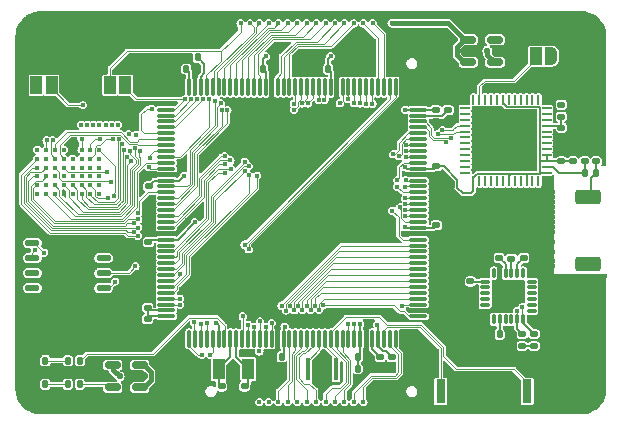
<source format=gbr>
%TF.GenerationSoftware,KiCad,Pcbnew,(6.0.4)*%
%TF.CreationDate,2023-02-01T13:33:48+08:00*%
%TF.ProjectId,Core_M4,436f7265-5f4d-4342-9e6b-696361645f70,rev?*%
%TF.SameCoordinates,Original*%
%TF.FileFunction,Copper,L1,Top*%
%TF.FilePolarity,Positive*%
%FSLAX46Y46*%
G04 Gerber Fmt 4.6, Leading zero omitted, Abs format (unit mm)*
G04 Created by KiCad (PCBNEW (6.0.4)) date 2023-02-01 13:33:48*
%MOMM*%
%LPD*%
G01*
G04 APERTURE LIST*
G04 Aperture macros list*
%AMRoundRect*
0 Rectangle with rounded corners*
0 $1 Rounding radius*
0 $2 $3 $4 $5 $6 $7 $8 $9 X,Y pos of 4 corners*
0 Add a 4 corners polygon primitive as box body*
4,1,4,$2,$3,$4,$5,$6,$7,$8,$9,$2,$3,0*
0 Add four circle primitives for the rounded corners*
1,1,$1+$1,$2,$3*
1,1,$1+$1,$4,$5*
1,1,$1+$1,$6,$7*
1,1,$1+$1,$8,$9*
0 Add four rect primitives between the rounded corners*
20,1,$1+$1,$2,$3,$4,$5,0*
20,1,$1+$1,$4,$5,$6,$7,0*
20,1,$1+$1,$6,$7,$8,$9,0*
20,1,$1+$1,$8,$9,$2,$3,0*%
%AMFreePoly0*
4,1,22,0.550000,-0.750000,0.000000,-0.750000,0.000000,-0.745033,-0.079941,-0.743568,-0.215256,-0.701293,-0.333266,-0.622738,-0.424486,-0.514219,-0.481581,-0.384460,-0.499164,-0.250000,-0.500000,-0.250000,-0.500000,0.250000,-0.499164,0.250000,-0.499963,0.256109,-0.478152,0.396186,-0.417904,0.524511,-0.324060,0.630769,-0.204165,0.706417,-0.067858,0.745374,0.000000,0.744959,0.000000,0.750000,
0.550000,0.750000,0.550000,-0.750000,0.550000,-0.750000,$1*%
%AMFreePoly1*
4,1,20,0.000000,0.744959,0.073905,0.744508,0.209726,0.703889,0.328688,0.626782,0.421226,0.519385,0.479903,0.390333,0.500000,0.250000,0.500000,-0.250000,0.499851,-0.262216,0.476331,-0.402017,0.414519,-0.529596,0.319384,-0.634700,0.198574,-0.708877,0.061801,-0.746166,0.000000,-0.745033,0.000000,-0.750000,-0.550000,-0.750000,-0.550000,0.750000,0.000000,0.750000,0.000000,0.744959,
0.000000,0.744959,$1*%
G04 Aperture macros list end*
%TA.AperFunction,SMDPad,CuDef*%
%ADD10RoundRect,0.135000X0.185000X-0.135000X0.185000X0.135000X-0.185000X0.135000X-0.185000X-0.135000X0*%
%TD*%
%TA.AperFunction,SMDPad,CuDef*%
%ADD11R,0.400000X1.900000*%
%TD*%
%TA.AperFunction,SMDPad,CuDef*%
%ADD12RoundRect,0.075000X0.075000X-0.662500X0.075000X0.662500X-0.075000X0.662500X-0.075000X-0.662500X0*%
%TD*%
%TA.AperFunction,SMDPad,CuDef*%
%ADD13RoundRect,0.075000X0.662500X-0.075000X0.662500X0.075000X-0.662500X0.075000X-0.662500X-0.075000X0*%
%TD*%
%TA.AperFunction,SMDPad,CuDef*%
%ADD14RoundRect,0.140000X-0.170000X0.140000X-0.170000X-0.140000X0.170000X-0.140000X0.170000X0.140000X0*%
%TD*%
%TA.AperFunction,SMDPad,CuDef*%
%ADD15RoundRect,0.140000X0.170000X-0.140000X0.170000X0.140000X-0.170000X0.140000X-0.170000X-0.140000X0*%
%TD*%
%TA.AperFunction,SMDPad,CuDef*%
%ADD16RoundRect,0.140000X-0.140000X-0.170000X0.140000X-0.170000X0.140000X0.170000X-0.140000X0.170000X0*%
%TD*%
%TA.AperFunction,SMDPad,CuDef*%
%ADD17RoundRect,0.147500X-0.147500X-0.172500X0.147500X-0.172500X0.147500X0.172500X-0.147500X0.172500X0*%
%TD*%
%TA.AperFunction,SMDPad,CuDef*%
%ADD18C,0.400000*%
%TD*%
%TA.AperFunction,SMDPad,CuDef*%
%ADD19R,1.000000X1.500000*%
%TD*%
%TA.AperFunction,SMDPad,CuDef*%
%ADD20RoundRect,0.062500X0.337500X0.062500X-0.337500X0.062500X-0.337500X-0.062500X0.337500X-0.062500X0*%
%TD*%
%TA.AperFunction,SMDPad,CuDef*%
%ADD21RoundRect,0.062500X0.062500X0.337500X-0.062500X0.337500X-0.062500X-0.337500X0.062500X-0.337500X0*%
%TD*%
%TA.AperFunction,SMDPad,CuDef*%
%ADD22R,5.300000X5.300000*%
%TD*%
%TA.AperFunction,SMDPad,CuDef*%
%ADD23RoundRect,0.075000X0.350000X0.075000X-0.350000X0.075000X-0.350000X-0.075000X0.350000X-0.075000X0*%
%TD*%
%TA.AperFunction,SMDPad,CuDef*%
%ADD24RoundRect,0.075000X-0.075000X0.350000X-0.075000X-0.350000X0.075000X-0.350000X0.075000X0.350000X0*%
%TD*%
%TA.AperFunction,SMDPad,CuDef*%
%ADD25FreePoly0,180.000000*%
%TD*%
%TA.AperFunction,SMDPad,CuDef*%
%ADD26FreePoly1,180.000000*%
%TD*%
%TA.AperFunction,SMDPad,CuDef*%
%ADD27RoundRect,0.140000X0.140000X0.170000X-0.140000X0.170000X-0.140000X-0.170000X0.140000X-0.170000X0*%
%TD*%
%TA.AperFunction,SMDPad,CuDef*%
%ADD28RoundRect,0.135000X0.135000X0.185000X-0.135000X0.185000X-0.135000X-0.185000X0.135000X-0.185000X0*%
%TD*%
%TA.AperFunction,SMDPad,CuDef*%
%ADD29R,1.000000X1.800000*%
%TD*%
%TA.AperFunction,SMDPad,CuDef*%
%ADD30R,0.800000X2.000000*%
%TD*%
%TA.AperFunction,SMDPad,CuDef*%
%ADD31RoundRect,0.250000X-0.850000X0.350000X-0.850000X-0.350000X0.850000X-0.350000X0.850000X0.350000X0*%
%TD*%
%TA.AperFunction,SMDPad,CuDef*%
%ADD32RoundRect,0.135000X-0.185000X0.135000X-0.185000X-0.135000X0.185000X-0.135000X0.185000X0.135000X0*%
%TD*%
%TA.AperFunction,SMDPad,CuDef*%
%ADD33RoundRect,0.150000X-0.512500X-0.150000X0.512500X-0.150000X0.512500X0.150000X-0.512500X0.150000X0*%
%TD*%
%TA.AperFunction,SMDPad,CuDef*%
%ADD34RoundRect,0.150000X0.512500X0.150000X-0.512500X0.150000X-0.512500X-0.150000X0.512500X-0.150000X0*%
%TD*%
%TA.AperFunction,SMDPad,CuDef*%
%ADD35O,1.276000X0.581000*%
%TD*%
%TA.AperFunction,SMDPad,CuDef*%
%ADD36R,3.400000X4.300000*%
%TD*%
%TA.AperFunction,ViaPad*%
%ADD37C,0.400000*%
%TD*%
%TA.AperFunction,ViaPad*%
%ADD38C,0.550000*%
%TD*%
%TA.AperFunction,Conductor*%
%ADD39C,0.200000*%
%TD*%
%TA.AperFunction,Conductor*%
%ADD40C,0.100000*%
%TD*%
%TA.AperFunction,Conductor*%
%ADD41C,0.300000*%
%TD*%
%TA.AperFunction,Conductor*%
%ADD42C,0.400000*%
%TD*%
G04 APERTURE END LIST*
D10*
%TO.P,R7,1*%
%TO.N,+3V3*%
X78730000Y-79710000D03*
%TO.P,R7,2*%
%TO.N,/I2C2_SCL*%
X78730000Y-78690000D03*
%TD*%
D11*
%TO.P,Y1,1*%
%TO.N,/PH0*%
X60560000Y-81690000D03*
%TO.P,Y1,2*%
%TO.N,GND*%
X61760000Y-81690000D03*
%TO.P,Y1,3*%
%TO.N,/PH1*%
X62960000Y-81690000D03*
%TD*%
D12*
%TO.P,U1,1,PE2*%
%TO.N,/PE2*%
X50500000Y-79112500D03*
%TO.P,U1,2,PE3*%
%TO.N,/FSMC_A19*%
X51000000Y-79112500D03*
%TO.P,U1,3,PE4*%
%TO.N,/FSMC_A20*%
X51500000Y-79112500D03*
%TO.P,U1,4,PE5*%
%TO.N,/FSMC_A21*%
X52000000Y-79112500D03*
%TO.P,U1,5,PE6*%
%TO.N,/PE6*%
X52500000Y-79112500D03*
%TO.P,U1,6,VBAT*%
%TO.N,+3V3*%
X53000000Y-79112500D03*
%TO.P,U1,7,PC13*%
%TO.N,/PC13*%
X53500000Y-79112500D03*
%TO.P,U1,8,PC14*%
%TO.N,/PC14*%
X54000000Y-79112500D03*
%TO.P,U1,9,PC15*%
%TO.N,/PC15*%
X54500000Y-79112500D03*
%TO.P,U1,10,PF0*%
%TO.N,/FSMC_A0*%
X55000000Y-79112500D03*
%TO.P,U1,11,PF1*%
%TO.N,/FSMC_A1*%
X55500000Y-79112500D03*
%TO.P,U1,12,PF2*%
%TO.N,/FSMC_A2*%
X56000000Y-79112500D03*
%TO.P,U1,13,PF3*%
%TO.N,/FSMC_A3*%
X56500000Y-79112500D03*
%TO.P,U1,14,PF4*%
%TO.N,/FSMC_A4*%
X57000000Y-79112500D03*
%TO.P,U1,15,PF5*%
%TO.N,/FSMC_A5*%
X57500000Y-79112500D03*
%TO.P,U1,16,VSS*%
%TO.N,GND*%
X58000000Y-79112500D03*
%TO.P,U1,17,VDD*%
%TO.N,+3V3*%
X58500000Y-79112500D03*
%TO.P,U1,18,PF6*%
%TO.N,/PF6*%
X59000000Y-79112500D03*
%TO.P,U1,19,PF7*%
%TO.N,/PF7*%
X59500000Y-79112500D03*
%TO.P,U1,20,PF8*%
%TO.N,/PF8*%
X60000000Y-79112500D03*
%TO.P,U1,21,PF9*%
%TO.N,/PF9*%
X60500000Y-79112500D03*
%TO.P,U1,22,PF10*%
%TO.N,/PF10*%
X61000000Y-79112500D03*
%TO.P,U1,23,PH0*%
%TO.N,/PH0*%
X61500000Y-79112500D03*
%TO.P,U1,24,PH1*%
%TO.N,/PH1*%
X62000000Y-79112500D03*
%TO.P,U1,25,NRST*%
%TO.N,/NRST*%
X62500000Y-79112500D03*
%TO.P,U1,26,PC0*%
%TO.N,/PC0*%
X63000000Y-79112500D03*
%TO.P,U1,27,PC1*%
%TO.N,/PC1*%
X63500000Y-79112500D03*
%TO.P,U1,28,PC2*%
%TO.N,/SPI2_MISO*%
X64000000Y-79112500D03*
%TO.P,U1,29,PC3*%
%TO.N,/SPI2_MOSI*%
X64500000Y-79112500D03*
%TO.P,U1,30,VDD*%
%TO.N,+3V3*%
X65000000Y-79112500D03*
%TO.P,U1,31,VSSA*%
%TO.N,GND*%
X65500000Y-79112500D03*
%TO.P,U1,32,VREF+*%
%TO.N,/VREF+*%
X66000000Y-79112500D03*
%TO.P,U1,33,VDDA*%
%TO.N,+3V3*%
X66500000Y-79112500D03*
%TO.P,U1,34,PA0*%
%TO.N,/PA0*%
X67000000Y-79112500D03*
%TO.P,U1,35,PA1*%
%TO.N,/PA1*%
X67500000Y-79112500D03*
%TO.P,U1,36,PA2*%
%TO.N,/PA2*%
X68000000Y-79112500D03*
D13*
%TO.P,U1,37,PA3*%
%TO.N,/PA3*%
X69912500Y-77200000D03*
%TO.P,U1,38,VSS*%
%TO.N,GND*%
X69912500Y-76700000D03*
%TO.P,U1,39,VDD*%
%TO.N,+3V3*%
X69912500Y-76200000D03*
%TO.P,U1,40,PA4*%
%TO.N,/PA4*%
X69912500Y-75700000D03*
%TO.P,U1,41,PA5*%
%TO.N,/PA5*%
X69912500Y-75200000D03*
%TO.P,U1,42,PA6*%
%TO.N,/PA6*%
X69912500Y-74700000D03*
%TO.P,U1,43,PA7*%
%TO.N,/PA7*%
X69912500Y-74200000D03*
%TO.P,U1,44,PC4*%
%TO.N,/PC4*%
X69912500Y-73700000D03*
%TO.P,U1,45,PC5*%
%TO.N,/PC5*%
X69912500Y-73200000D03*
%TO.P,U1,46,PB0*%
%TO.N,/PB0*%
X69912500Y-72700000D03*
%TO.P,U1,47,PB1*%
%TO.N,/PB1*%
X69912500Y-72200000D03*
%TO.P,U1,48,PB2*%
%TO.N,/PB2*%
X69912500Y-71700000D03*
%TO.P,U1,49,PF11*%
%TO.N,/PF11*%
X69912500Y-71200000D03*
%TO.P,U1,50,PF12*%
%TO.N,/FSMC_A6*%
X69912500Y-70700000D03*
%TO.P,U1,51,VSS*%
%TO.N,GND*%
X69912500Y-70200000D03*
%TO.P,U1,52,VDD*%
%TO.N,+3V3*%
X69912500Y-69700000D03*
%TO.P,U1,53,PF13*%
%TO.N,/FSMC_A7*%
X69912500Y-69200000D03*
%TO.P,U1,54,PF14*%
%TO.N,/FSMC_A8*%
X69912500Y-68700000D03*
%TO.P,U1,55,PF15*%
%TO.N,/FSMC_A9*%
X69912500Y-68200000D03*
%TO.P,U1,56,PG0*%
%TO.N,/FSMC_A10*%
X69912500Y-67700000D03*
%TO.P,U1,57,PG1*%
%TO.N,/FSMC_A11*%
X69912500Y-67200000D03*
%TO.P,U1,58,PE7*%
%TO.N,/FSMC_D4*%
X69912500Y-66700000D03*
%TO.P,U1,59,PE8*%
%TO.N,/FSMC_D5*%
X69912500Y-66200000D03*
%TO.P,U1,60,PE9*%
%TO.N,/FSMC_D6*%
X69912500Y-65700000D03*
%TO.P,U1,61,VSS*%
%TO.N,GND*%
X69912500Y-65200000D03*
%TO.P,U1,62,VDD*%
%TO.N,+3V3*%
X69912500Y-64700000D03*
%TO.P,U1,63,PE10*%
%TO.N,/FSMC_D7*%
X69912500Y-64200000D03*
%TO.P,U1,64,PE11*%
%TO.N,/FSMC_D8*%
X69912500Y-63700000D03*
%TO.P,U1,65,PE12*%
%TO.N,/FSMC_D9*%
X69912500Y-63200000D03*
%TO.P,U1,66,PE13*%
%TO.N,/FSMC_D10*%
X69912500Y-62700000D03*
%TO.P,U1,67,PE14*%
%TO.N,/FSMC_D11*%
X69912500Y-62200000D03*
%TO.P,U1,68,PE15*%
%TO.N,/FSMC_D12*%
X69912500Y-61700000D03*
%TO.P,U1,69,PB10*%
%TO.N,/I2C2_SCL*%
X69912500Y-61200000D03*
%TO.P,U1,70,PB11*%
%TO.N,/I2C2_SDA*%
X69912500Y-60700000D03*
%TO.P,U1,71,VCAP_1*%
%TO.N,/VCAP_1*%
X69912500Y-60200000D03*
%TO.P,U1,72,VDD*%
%TO.N,+3V3*%
X69912500Y-59700000D03*
D12*
%TO.P,U1,73,PB12*%
%TO.N,/SPI2_NSS*%
X68000000Y-57787500D03*
%TO.P,U1,74,PB13*%
%TO.N,/SPI2_SCK*%
X67500000Y-57787500D03*
%TO.P,U1,75,PB14*%
%TO.N,/PB14*%
X67000000Y-57787500D03*
%TO.P,U1,76,PB15*%
%TO.N,/PB15*%
X66500000Y-57787500D03*
%TO.P,U1,77,PD8*%
%TO.N,/FSMC_D13*%
X66000000Y-57787500D03*
%TO.P,U1,78,PD9*%
%TO.N,/FSMC_D14*%
X65500000Y-57787500D03*
%TO.P,U1,79,PD10*%
%TO.N,/FSMC_D15*%
X65000000Y-57787500D03*
%TO.P,U1,80,PD11*%
%TO.N,/FSMC_A16*%
X64500000Y-57787500D03*
%TO.P,U1,81,PD12*%
%TO.N,/FSMC_A17*%
X64000000Y-57787500D03*
%TO.P,U1,82,PD13*%
%TO.N,/FSMC_A18*%
X63500000Y-57787500D03*
%TO.P,U1,83,VSS*%
%TO.N,GND*%
X63000000Y-57787500D03*
%TO.P,U1,84,VDD*%
%TO.N,+3V3*%
X62500000Y-57787500D03*
%TO.P,U1,85,PD14*%
%TO.N,/FSMC_D0*%
X62000000Y-57787500D03*
%TO.P,U1,86,PD15*%
%TO.N,/FSMC_D1*%
X61500000Y-57787500D03*
%TO.P,U1,87,PG2*%
%TO.N,/FSMC_A12*%
X61000000Y-57787500D03*
%TO.P,U1,88,PG3*%
%TO.N,/FSMC_A13*%
X60500000Y-57787500D03*
%TO.P,U1,89,PG4*%
%TO.N,/FSMC_A14*%
X60000000Y-57787500D03*
%TO.P,U1,90,PG5*%
%TO.N,/FSMC_A15*%
X59500000Y-57787500D03*
%TO.P,U1,91,PG6*%
%TO.N,/PG6*%
X59000000Y-57787500D03*
%TO.P,U1,92,PG7*%
%TO.N,/PG7*%
X58500000Y-57787500D03*
%TO.P,U1,93,PG8*%
%TO.N,/PG8*%
X58000000Y-57787500D03*
%TO.P,U1,94,VSS*%
%TO.N,GND*%
X57500000Y-57787500D03*
%TO.P,U1,95,VDD*%
%TO.N,+3V3*%
X57000000Y-57787500D03*
%TO.P,U1,96,PC6*%
%TO.N,/PC6*%
X56500000Y-57787500D03*
%TO.P,U1,97,PC7*%
%TO.N,/PC7*%
X56000000Y-57787500D03*
%TO.P,U1,98,PC8*%
%TO.N,/PC8*%
X55500000Y-57787500D03*
%TO.P,U1,99,PC9*%
%TO.N,/PC9*%
X55000000Y-57787500D03*
%TO.P,U1,100,PA8*%
%TO.N,/PA8*%
X54500000Y-57787500D03*
%TO.P,U1,101,PA9*%
%TO.N,/PA9*%
X54000000Y-57787500D03*
%TO.P,U1,102,PA10*%
%TO.N,/PA10*%
X53500000Y-57787500D03*
%TO.P,U1,103,PA11*%
%TO.N,/D-*%
X53000000Y-57787500D03*
%TO.P,U1,104,PA12*%
%TO.N,/D+*%
X52500000Y-57787500D03*
%TO.P,U1,105,PA13*%
%TO.N,/PA13*%
X52000000Y-57787500D03*
%TO.P,U1,106,VCAP_2*%
%TO.N,/VCAP_2*%
X51500000Y-57787500D03*
%TO.P,U1,107,VSS*%
%TO.N,GND*%
X51000000Y-57787500D03*
%TO.P,U1,108,VDD*%
%TO.N,+3V3*%
X50500000Y-57787500D03*
D13*
%TO.P,U1,109,PA14*%
%TO.N,/PA14*%
X48587500Y-59700000D03*
%TO.P,U1,110,PA15*%
%TO.N,/PA15*%
X48587500Y-60200000D03*
%TO.P,U1,111,PC10*%
%TO.N,/PC10*%
X48587500Y-60700000D03*
%TO.P,U1,112,PC11*%
%TO.N,/PC11*%
X48587500Y-61200000D03*
%TO.P,U1,113,PC12*%
%TO.N,/UART5_TX*%
X48587500Y-61700000D03*
%TO.P,U1,114,PD0*%
%TO.N,/FSMC_D2*%
X48587500Y-62200000D03*
%TO.P,U1,115,PD1*%
%TO.N,/FSMC_D3*%
X48587500Y-62700000D03*
%TO.P,U1,116,PD2*%
%TO.N,/UART5_RX*%
X48587500Y-63200000D03*
%TO.P,U1,117,PD3*%
%TO.N,/PD3*%
X48587500Y-63700000D03*
%TO.P,U1,118,PD4*%
%TO.N,/FSMC_NOE*%
X48587500Y-64200000D03*
%TO.P,U1,119,PD5*%
%TO.N,/FSMC_NWE*%
X48587500Y-64700000D03*
%TO.P,U1,120,VSS*%
%TO.N,GND*%
X48587500Y-65200000D03*
%TO.P,U1,121,VDD*%
%TO.N,+3V3*%
X48587500Y-65700000D03*
%TO.P,U1,122,PD6*%
%TO.N,/PD6*%
X48587500Y-66200000D03*
%TO.P,U1,123,PD7*%
%TO.N,/FSMC_NE1*%
X48587500Y-66700000D03*
%TO.P,U1,124,PG9*%
%TO.N,/PG9*%
X48587500Y-67200000D03*
%TO.P,U1,125,PG10*%
%TO.N,/PG10*%
X48587500Y-67700000D03*
%TO.P,U1,126,PG11*%
%TO.N,/PG11*%
X48587500Y-68200000D03*
%TO.P,U1,127,PG12*%
%TO.N,/PG12*%
X48587500Y-68700000D03*
%TO.P,U1,128,PG13*%
%TO.N,/PG13*%
X48587500Y-69200000D03*
%TO.P,U1,129,PG14*%
%TO.N,/PG14*%
X48587500Y-69700000D03*
%TO.P,U1,130,VSS*%
%TO.N,GND*%
X48587500Y-70200000D03*
%TO.P,U1,131,VDD*%
%TO.N,+3V3*%
X48587500Y-70700000D03*
%TO.P,U1,132,PG15*%
%TO.N,unconnected-(U1-Pad132)*%
X48587500Y-71200000D03*
%TO.P,U1,133,PB3*%
%TO.N,/PB3*%
X48587500Y-71700000D03*
%TO.P,U1,134,PB4*%
%TO.N,/PB4*%
X48587500Y-72200000D03*
%TO.P,U1,135,PB5*%
%TO.N,/PB5*%
X48587500Y-72700000D03*
%TO.P,U1,136,PB6*%
%TO.N,/PB6*%
X48587500Y-73200000D03*
%TO.P,U1,137,PB7*%
%TO.N,/PB7*%
X48587500Y-73700000D03*
%TO.P,U1,138,BOOT0*%
%TO.N,/BOOT0*%
X48587500Y-74200000D03*
%TO.P,U1,139,PB8*%
%TO.N,/PB8*%
X48587500Y-74700000D03*
%TO.P,U1,140,PB9*%
%TO.N,/PB9*%
X48587500Y-75200000D03*
%TO.P,U1,141,PE0*%
%TO.N,/FSMC_NBL0*%
X48587500Y-75700000D03*
%TO.P,U1,142,PE1*%
%TO.N,/FSMC_NBL1*%
X48587500Y-76200000D03*
%TO.P,U1,143,PDR_ON*%
%TO.N,+3V3*%
X48587500Y-76700000D03*
%TO.P,U1,144,VDD*%
X48587500Y-77200000D03*
%TD*%
D14*
%TO.P,C23,1*%
%TO.N,/VREF+*%
X66690000Y-80650000D03*
%TO.P,C23,2*%
%TO.N,GND*%
X66690000Y-81610000D03*
%TD*%
D15*
%TO.P,C41,1*%
%TO.N,Net-(AE1-Pad1)*%
X84970000Y-64080000D03*
%TO.P,C41,2*%
%TO.N,GND*%
X84970000Y-63120000D03*
%TD*%
D16*
%TO.P,C3,1*%
%TO.N,+3V3*%
X56760000Y-56260000D03*
%TO.P,C3,2*%
%TO.N,GND*%
X57720000Y-56260000D03*
%TD*%
D14*
%TO.P,C12,1*%
%TO.N,+3V3*%
X67680000Y-80650000D03*
%TO.P,C12,2*%
%TO.N,GND*%
X67680000Y-81610000D03*
%TD*%
D17*
%TO.P,D1,1,K*%
%TO.N,GND*%
X37360000Y-82940000D03*
%TO.P,D1,2,A*%
%TO.N,Net-(D1-Pad2)*%
X38330000Y-82940000D03*
%TD*%
%TO.P,L1,1,1*%
%TO.N,Net-(C40-Pad1)*%
X83995000Y-65050000D03*
%TO.P,L1,2,2*%
%TO.N,Net-(AE1-Pad1)*%
X84965000Y-65050000D03*
%TD*%
D14*
%TO.P,C18,1*%
%TO.N,+3V3*%
X71440000Y-69470000D03*
%TO.P,C18,2*%
%TO.N,GND*%
X71440000Y-70430000D03*
%TD*%
D18*
%TO.P,U2,A1,LB#*%
%TO.N,/FSMC_NBL0*%
X37655000Y-66845000D03*
%TO.P,U2,A2,OE#*%
%TO.N,/FSMC_NOE*%
X37655000Y-66095000D03*
%TO.P,U2,A3,A0*%
%TO.N,/FSMC_A0*%
X37655000Y-65345000D03*
%TO.P,U2,A4,A1*%
%TO.N,/FSMC_A1*%
X37655000Y-64595000D03*
%TO.P,U2,A5,A2*%
%TO.N,/FSMC_A2*%
X37655000Y-63845000D03*
%TO.P,U2,A6,ZZ#*%
%TO.N,+3V3*%
X37655000Y-63095000D03*
%TO.P,U2,B1,DQ8*%
%TO.N,/FSMC_D8*%
X38405000Y-66845000D03*
%TO.P,U2,B2,UB#*%
%TO.N,/FSMC_NBL1*%
X38405000Y-66095000D03*
%TO.P,U2,B3,EP*%
%TO.N,/FSMC_A3*%
X38405000Y-65345000D03*
%TO.P,U2,B4,A4*%
%TO.N,/FSMC_A4*%
X38405000Y-64595000D03*
%TO.P,U2,B5,CE#*%
%TO.N,/FSMC_NE1*%
X38405000Y-63845000D03*
%TO.P,U2,B6,DQ0*%
%TO.N,/FSMC_D0*%
X38405000Y-63095000D03*
%TO.P,U2,C1,DQ9*%
%TO.N,/FSMC_D9*%
X39155000Y-66845000D03*
%TO.P,U2,C2,DQ10*%
%TO.N,/FSMC_D10*%
X39155000Y-66095000D03*
%TO.P,U2,C3,A5*%
%TO.N,/FSMC_A5*%
X39155000Y-65345000D03*
%TO.P,U2,C4,A6*%
%TO.N,/FSMC_A6*%
X39155000Y-64595000D03*
%TO.P,U2,C5,DQ1*%
%TO.N,/FSMC_D1*%
X39155000Y-63845000D03*
%TO.P,U2,C6,DQ2*%
%TO.N,/FSMC_D2*%
X39155000Y-63095000D03*
%TO.P,U2,D1,VSSQ*%
%TO.N,GND*%
X39905000Y-66845000D03*
%TO.P,U2,D2,DQ11*%
%TO.N,/FSMC_D11*%
X39905000Y-66095000D03*
%TO.P,U2,D3,A17*%
%TO.N,/FSMC_A17*%
X39905000Y-65345000D03*
%TO.P,U2,D4,A7*%
%TO.N,/FSMC_A7*%
X39905000Y-64595000D03*
%TO.P,U2,D5,DQ3*%
%TO.N,/FSMC_D3*%
X39905000Y-63845000D03*
%TO.P,U2,D6,VDD*%
%TO.N,+3V3*%
X39905000Y-63095000D03*
%TO.P,U2,E1,VDDQ*%
X40655000Y-66845000D03*
%TO.P,U2,E2,DQ12*%
%TO.N,/FSMC_D12*%
X40655000Y-66095000D03*
%TO.P,U2,E3,A21*%
%TO.N,/FSMC_A21*%
X40655000Y-65345000D03*
%TO.P,U2,E4,A16*%
%TO.N,/FSMC_A16*%
X40655000Y-64595000D03*
%TO.P,U2,E5,DQ4*%
%TO.N,/FSMC_D4*%
X40655000Y-63845000D03*
%TO.P,U2,E6,VSS*%
%TO.N,GND*%
X40655000Y-63095000D03*
%TO.P,U2,F1,DQ14*%
%TO.N,/FSMC_D14*%
X41405000Y-66845000D03*
%TO.P,U2,F2,DQ13*%
%TO.N,/FSMC_D13*%
X41405000Y-66095000D03*
%TO.P,U2,F3,A14*%
%TO.N,/FSMC_A14*%
X41405000Y-65345000D03*
%TO.P,U2,F4,A15*%
%TO.N,/FSMC_A15*%
X41405000Y-64595000D03*
%TO.P,U2,F5,DQ5*%
%TO.N,/FSMC_D5*%
X41405000Y-63845000D03*
%TO.P,U2,F6,DQ6*%
%TO.N,/FSMC_D6*%
X41405000Y-63095000D03*
%TO.P,U2,G1,DQ15*%
%TO.N,/FSMC_D15*%
X42155000Y-66845000D03*
%TO.P,U2,G2,A19*%
%TO.N,/FSMC_A19*%
X42155000Y-66095000D03*
%TO.P,U2,G3,A12*%
%TO.N,/FSMC_A12*%
X42155000Y-65345000D03*
%TO.P,U2,G4,A13*%
%TO.N,/FSMC_A13*%
X42155000Y-64595000D03*
%TO.P,U2,G5,WE#*%
%TO.N,/FSMC_NWE*%
X42155000Y-63845000D03*
%TO.P,U2,G6,DQ7*%
%TO.N,/FSMC_D7*%
X42155000Y-63095000D03*
%TO.P,U2,H1,A18*%
%TO.N,/FSMC_A18*%
X42905000Y-66845000D03*
%TO.P,U2,H2,A8*%
%TO.N,/FSMC_A8*%
X42905000Y-66095000D03*
%TO.P,U2,H3,A9*%
%TO.N,/FSMC_A9*%
X42905000Y-65345000D03*
%TO.P,U2,H4,A10*%
%TO.N,/FSMC_A10*%
X42905000Y-64595000D03*
%TO.P,U2,H5,A11*%
%TO.N,/FSMC_A11*%
X42905000Y-63845000D03*
%TO.P,U2,H6,A20*%
%TO.N,/FSMC_A20*%
X42905000Y-63095000D03*
%TD*%
D14*
%TO.P,C21,1*%
%TO.N,/VCAP_1*%
X72440000Y-59730000D03*
%TO.P,C21,2*%
%TO.N,GND*%
X72440000Y-60690000D03*
%TD*%
%TO.P,C16,1*%
%TO.N,/PC15*%
X55210000Y-83130000D03*
%TO.P,C16,2*%
%TO.N,GND*%
X55210000Y-84090000D03*
%TD*%
D16*
%TO.P,C32,1*%
%TO.N,Net-(C32-Pad1)*%
X76800000Y-78730000D03*
%TO.P,C32,2*%
%TO.N,GND*%
X77760000Y-78730000D03*
%TD*%
D15*
%TO.P,C38,1*%
%TO.N,+3V3*%
X83010000Y-64080000D03*
%TO.P,C38,2*%
%TO.N,GND*%
X83010000Y-63120000D03*
%TD*%
D19*
%TO.P,SWD,3,B*%
%TO.N,GND*%
X46410000Y-57640000D03*
%TO.P,SWD,2,C*%
%TO.N,/PA14*%
X45110000Y-57640000D03*
%TO.P,SWD,1,A*%
%TO.N,/PA13*%
X43810000Y-57640000D03*
%TD*%
D16*
%TO.P,C1,1*%
%TO.N,+3V3*%
X62270000Y-56270000D03*
%TO.P,C1,2*%
%TO.N,GND*%
X63230000Y-56270000D03*
%TD*%
D15*
%TO.P,C6,1*%
%TO.N,+3V3*%
X47050000Y-70930000D03*
%TO.P,C6,2*%
%TO.N,GND*%
X47050000Y-69970000D03*
%TD*%
%TO.P,C5,1*%
%TO.N,+3V3*%
X47070000Y-66180000D03*
%TO.P,C5,2*%
%TO.N,GND*%
X47070000Y-65220000D03*
%TD*%
D16*
%TO.P,C14,1*%
%TO.N,+3V3*%
X64770000Y-81620000D03*
%TO.P,C14,2*%
%TO.N,GND*%
X65730000Y-81620000D03*
%TD*%
D14*
%TO.P,C15,1*%
%TO.N,/PC14*%
X53250000Y-83130000D03*
%TO.P,C15,2*%
%TO.N,GND*%
X53250000Y-84090000D03*
%TD*%
D15*
%TO.P,C33,1*%
%TO.N,Net-(C33-Pad1)*%
X76750000Y-72250000D03*
%TO.P,C33,2*%
%TO.N,GND*%
X76750000Y-71290000D03*
%TD*%
D20*
%TO.P,U7,1,VDDA*%
%TO.N,+3V3*%
X80780000Y-65050000D03*
%TO.P,U7,2,LNA_IN*%
%TO.N,Net-(C40-Pad1)*%
X80780000Y-64550000D03*
%TO.P,U7,3,VDDA3P3*%
%TO.N,+3V3*%
X80780000Y-64050000D03*
%TO.P,U7,4,VDDA3P3*%
X80780000Y-63550000D03*
%TO.P,U7,5,SENSOR_VP*%
%TO.N,unconnected-(U7-Pad5)*%
X80780000Y-63050000D03*
%TO.P,U7,6,SENSOR_CAPP*%
%TO.N,unconnected-(U7-Pad6)*%
X80780000Y-62550000D03*
%TO.P,U7,7,SENSOR_CAPN*%
%TO.N,unconnected-(U7-Pad7)*%
X80780000Y-62050000D03*
%TO.P,U7,8,SENSOR_VN*%
%TO.N,unconnected-(U7-Pad8)*%
X80780000Y-61550000D03*
%TO.P,U7,9,EN*%
%TO.N,/EN*%
X80780000Y-61050000D03*
%TO.P,U7,10,IO34*%
%TO.N,unconnected-(U7-Pad10)*%
X80780000Y-60550000D03*
%TO.P,U7,11,IO35*%
%TO.N,unconnected-(U7-Pad11)*%
X80780000Y-60050000D03*
%TO.P,U7,12,IO32*%
%TO.N,unconnected-(U7-Pad12)*%
X80780000Y-59550000D03*
D21*
%TO.P,U7,13,IO33*%
%TO.N,unconnected-(U7-Pad13)*%
X80080000Y-58850000D03*
%TO.P,U7,14,IO25*%
%TO.N,unconnected-(U7-Pad14)*%
X79580000Y-58850000D03*
%TO.P,U7,15,IO26*%
%TO.N,unconnected-(U7-Pad15)*%
X79080000Y-58850000D03*
%TO.P,U7,16,IO27*%
%TO.N,unconnected-(U7-Pad16)*%
X78580000Y-58850000D03*
%TO.P,U7,17,IO14*%
%TO.N,unconnected-(U7-Pad17)*%
X78080000Y-58850000D03*
%TO.P,U7,18,IO12*%
%TO.N,unconnected-(U7-Pad18)*%
X77580000Y-58850000D03*
%TO.P,U7,19,VDD3P3_RTC*%
%TO.N,+3V3*%
X77080000Y-58850000D03*
%TO.P,U7,20,IO13*%
%TO.N,unconnected-(U7-Pad20)*%
X76580000Y-58850000D03*
%TO.P,U7,21,IO15*%
%TO.N,unconnected-(U7-Pad21)*%
X76080000Y-58850000D03*
%TO.P,U7,22,IO2*%
%TO.N,unconnected-(U7-Pad22)*%
X75580000Y-58850000D03*
%TO.P,U7,23,IO0*%
%TO.N,/IO0*%
X75080000Y-58850000D03*
%TO.P,U7,24,IO4*%
%TO.N,unconnected-(U7-Pad24)*%
X74580000Y-58850000D03*
D20*
%TO.P,U7,25,IO16*%
%TO.N,unconnected-(U7-Pad25)*%
X73880000Y-59550000D03*
%TO.P,U7,26,VDD_SDIO*%
%TO.N,unconnected-(U7-Pad26)*%
X73880000Y-60050000D03*
%TO.P,U7,27,IO17*%
%TO.N,unconnected-(U7-Pad27)*%
X73880000Y-60550000D03*
%TO.P,U7,28,SD2/IO9*%
%TO.N,/UART5_TX*%
X73880000Y-61050000D03*
%TO.P,U7,29,SD3/IO10*%
%TO.N,/UART5_RX*%
X73880000Y-61550000D03*
%TO.P,U7,30,CMD*%
%TO.N,unconnected-(U7-Pad30)*%
X73880000Y-62050000D03*
%TO.P,U7,31,CLK*%
%TO.N,unconnected-(U7-Pad31)*%
X73880000Y-62550000D03*
%TO.P,U7,32,SD0*%
%TO.N,unconnected-(U7-Pad32)*%
X73880000Y-63050000D03*
%TO.P,U7,33,SD1*%
%TO.N,unconnected-(U7-Pad33)*%
X73880000Y-63550000D03*
%TO.P,U7,34,IO5*%
%TO.N,unconnected-(U7-Pad34)*%
X73880000Y-64050000D03*
%TO.P,U7,35,IO18*%
%TO.N,unconnected-(U7-Pad35)*%
X73880000Y-64550000D03*
%TO.P,U7,36,IO23*%
%TO.N,unconnected-(U7-Pad36)*%
X73880000Y-65050000D03*
D21*
%TO.P,U7,37,VDD3P3_CPU*%
%TO.N,+3V3*%
X74580000Y-65750000D03*
%TO.P,U7,38,IO19*%
%TO.N,unconnected-(U7-Pad38)*%
X75080000Y-65750000D03*
%TO.P,U7,39,IO22*%
%TO.N,unconnected-(U7-Pad39)*%
X75580000Y-65750000D03*
%TO.P,U7,40,U0RXD/IO3*%
%TO.N,/U1TXD*%
X76080000Y-65750000D03*
%TO.P,U7,41,U0TXD/IO1*%
%TO.N,/U1RXD*%
X76580000Y-65750000D03*
%TO.P,U7,42,IO21*%
%TO.N,unconnected-(U7-Pad42)*%
X77080000Y-65750000D03*
%TO.P,U7,43,VDDA*%
%TO.N,+3V3*%
X77580000Y-65750000D03*
%TO.P,U7,44,XTAL_N_NC*%
%TO.N,unconnected-(U7-Pad44)*%
X78080000Y-65750000D03*
%TO.P,U7,45,XTAL_P_NC*%
%TO.N,unconnected-(U7-Pad45)*%
X78580000Y-65750000D03*
%TO.P,U7,46,VDDA*%
%TO.N,+3V3*%
X79080000Y-65750000D03*
%TO.P,U7,47,CAP2_NC*%
%TO.N,unconnected-(U7-Pad47)*%
X79580000Y-65750000D03*
%TO.P,U7,48,CAP1_NC*%
%TO.N,unconnected-(U7-Pad48)*%
X80080000Y-65750000D03*
D22*
%TO.P,U7,49,GND*%
%TO.N,GND*%
X77330000Y-62300000D03*
%TD*%
D23*
%TO.P,U4,1,CLKIN*%
%TO.N,unconnected-(U4-Pad1)*%
X79500000Y-76750000D03*
%TO.P,U4,2*%
%TO.N,N/C*%
X79500000Y-76250000D03*
%TO.P,U4,3*%
X79500000Y-75750000D03*
%TO.P,U4,4*%
X79500000Y-75250000D03*
%TO.P,U4,5*%
X79500000Y-74750000D03*
%TO.P,U4,6,AUX_SDA*%
%TO.N,unconnected-(U4-Pad6)*%
X79500000Y-74250000D03*
D24*
%TO.P,U4,7,AUX_SCL*%
%TO.N,unconnected-(U4-Pad7)*%
X78800000Y-73550000D03*
%TO.P,U4,8,VDDIO*%
%TO.N,Net-(C28-Pad2)*%
X78300000Y-73550000D03*
%TO.P,U4,9,AD0*%
%TO.N,Net-(R6-Pad1)*%
X77800000Y-73550000D03*
%TO.P,U4,10,REGOUT*%
%TO.N,Net-(C33-Pad1)*%
X77300000Y-73550000D03*
%TO.P,U4,11,FSYNC*%
%TO.N,GND*%
X76800000Y-73550000D03*
%TO.P,U4,12,INT*%
%TO.N,unconnected-(U4-Pad12)*%
X76300000Y-73550000D03*
D23*
%TO.P,U4,13,VDD*%
%TO.N,+3V3*%
X75600000Y-74250000D03*
%TO.P,U4,14*%
%TO.N,N/C*%
X75600000Y-74750000D03*
%TO.P,U4,15*%
X75600000Y-75250000D03*
%TO.P,U4,16*%
X75600000Y-75750000D03*
%TO.P,U4,17*%
X75600000Y-76250000D03*
%TO.P,U4,18,GND*%
%TO.N,GND*%
X75600000Y-76750000D03*
D24*
%TO.P,U4,19*%
%TO.N,N/C*%
X76300000Y-77450000D03*
%TO.P,U4,20,CPOUT*%
%TO.N,Net-(C32-Pad1)*%
X76800000Y-77450000D03*
%TO.P,U4,21*%
%TO.N,N/C*%
X77300000Y-77450000D03*
%TO.P,U4,22*%
X77800000Y-77450000D03*
%TO.P,U4,23,SCL*%
%TO.N,/I2C2_SCL*%
X78300000Y-77450000D03*
%TO.P,U4,24,SDA*%
%TO.N,/I2C2_SDA*%
X78800000Y-77450000D03*
%TD*%
D25*
%TO.P,J1,1,A*%
%TO.N,+3V3*%
X81160000Y-55180000D03*
D19*
%TO.P,J1,2,C*%
%TO.N,/IO0*%
X79860000Y-55180000D03*
D26*
%TO.P,J1,3,B*%
%TO.N,GND*%
X78560000Y-55180000D03*
%TD*%
D15*
%TO.P,C40,1*%
%TO.N,Net-(C40-Pad1)*%
X83990000Y-64080000D03*
%TO.P,C40,2*%
%TO.N,GND*%
X83990000Y-63120000D03*
%TD*%
D17*
%TO.P,D2,1,K*%
%TO.N,GND*%
X37360000Y-80950000D03*
%TO.P,D2,2,A*%
%TO.N,Net-(D2-Pad2)*%
X38330000Y-80950000D03*
%TD*%
D27*
%TO.P,C22,1*%
%TO.N,/VCAP_2*%
X51230000Y-55260000D03*
%TO.P,C22,2*%
%TO.N,GND*%
X50270000Y-55260000D03*
%TD*%
D14*
%TO.P,C19,1*%
%TO.N,+3V3*%
X71450000Y-64480000D03*
%TO.P,C19,2*%
%TO.N,GND*%
X71450000Y-65440000D03*
%TD*%
D28*
%TO.P,R2,1*%
%TO.N,/PC13*%
X41260000Y-80950000D03*
%TO.P,R2,2*%
%TO.N,Net-(D2-Pad2)*%
X40240000Y-80950000D03*
%TD*%
D14*
%TO.P,C20,1*%
%TO.N,+3V3*%
X71440000Y-59730000D03*
%TO.P,C20,2*%
%TO.N,GND*%
X71440000Y-60690000D03*
%TD*%
D15*
%TO.P,C37,1*%
%TO.N,GND*%
X82030000Y-62180000D03*
%TO.P,C37,2*%
%TO.N,/EN*%
X82030000Y-61220000D03*
%TD*%
D14*
%TO.P,C7,1*%
%TO.N,+3V3*%
X47000000Y-77430000D03*
%TO.P,C7,2*%
%TO.N,GND*%
X47000000Y-78390000D03*
%TD*%
D19*
%TO.P,BOOT,1,A*%
%TO.N,+3V3*%
X37570000Y-57640000D03*
%TO.P,BOOT,2,C*%
%TO.N,/BOOT0*%
X38870000Y-57640000D03*
%TO.P,BOOT,3,B*%
%TO.N,GND*%
X40170000Y-57640000D03*
%TD*%
D29*
%TO.P,Y2,1,OSC1*%
%TO.N,/PC14*%
X53000000Y-81650000D03*
%TO.P,Y2,2,OSC2*%
%TO.N,/PC15*%
X55500000Y-81650000D03*
%TD*%
D10*
%TO.P,R6,1*%
%TO.N,Net-(R6-Pad1)*%
X77800000Y-72300000D03*
%TO.P,R6,2*%
%TO.N,GND*%
X77800000Y-71280000D03*
%TD*%
D15*
%TO.P,C11,1*%
%TO.N,+3V3*%
X47000000Y-76480000D03*
%TO.P,C11,2*%
%TO.N,GND*%
X47000000Y-75520000D03*
%TD*%
D14*
%TO.P,C28,1*%
%TO.N,GND*%
X78850000Y-71290000D03*
%TO.P,C28,2*%
%TO.N,Net-(C28-Pad2)*%
X78850000Y-72250000D03*
%TD*%
D30*
%TO.P,S2,1,1*%
%TO.N,GND*%
X76024340Y-83560000D03*
%TO.P,S2,2,2*%
%TO.N,/PA0*%
X71824340Y-83560000D03*
%TD*%
D27*
%TO.P,C8,1*%
%TO.N,+3V3*%
X58340000Y-80630000D03*
%TO.P,C8,2*%
%TO.N,GND*%
X57380000Y-80630000D03*
%TD*%
D31*
%TO.P,AE1,1,A*%
%TO.N,Net-(AE1-Pad1)*%
X84310000Y-67087500D03*
%TO.P,AE1,2,Shield*%
%TO.N,GND*%
X84310000Y-72787500D03*
%TD*%
D16*
%TO.P,C4,1*%
%TO.N,+3V3*%
X50270000Y-56260000D03*
%TO.P,C4,2*%
%TO.N,GND*%
X51230000Y-56260000D03*
%TD*%
D32*
%TO.P,R8,1*%
%TO.N,+3V3*%
X82030000Y-59270000D03*
%TO.P,R8,2*%
%TO.N,/EN*%
X82030000Y-60290000D03*
%TD*%
D10*
%TO.P,R5,1*%
%TO.N,+3V3*%
X79740000Y-79710000D03*
%TO.P,R5,2*%
%TO.N,/I2C2_SDA*%
X79740000Y-78690000D03*
%TD*%
D15*
%TO.P,C39,1*%
%TO.N,+3V3*%
X82030000Y-64080000D03*
%TO.P,C39,2*%
%TO.N,GND*%
X82030000Y-63120000D03*
%TD*%
D28*
%TO.P,R1,1*%
%TO.N,+3V3*%
X41260000Y-82940000D03*
%TO.P,R1,2*%
%TO.N,Net-(D1-Pad2)*%
X40240000Y-82940000D03*
%TD*%
D16*
%TO.P,C11,1*%
%TO.N,+3V3*%
X64770000Y-80630000D03*
%TO.P,C11,2*%
%TO.N,GND*%
X65730000Y-80630000D03*
%TD*%
D30*
%TO.P,S1,1,1*%
%TO.N,GND*%
X83320000Y-83560000D03*
%TO.P,S1,2,2*%
%TO.N,/NRST*%
X79120000Y-83560000D03*
%TD*%
D33*
%TO.P,U6,1,VIN*%
%TO.N,+5V*%
X74132500Y-53780000D03*
%TO.P,U6,2,GND*%
%TO.N,GND*%
X74132500Y-54730000D03*
%TO.P,U6,3,EN*%
%TO.N,+5V*%
X74132500Y-55680000D03*
%TO.P,U6,4,BYPASS*%
%TO.N,Net-(C36-Pad1)*%
X76407500Y-55680000D03*
%TO.P,U6,5,OUT*%
%TO.N,+3V3*%
X76407500Y-53780000D03*
%TD*%
D14*
%TO.P,C30,1*%
%TO.N,GND*%
X74330000Y-73280000D03*
%TO.P,C30,2*%
%TO.N,+3V3*%
X74330000Y-74240000D03*
%TD*%
D34*
%TO.P,U3,1,VIN*%
%TO.N,+5V*%
X46317500Y-83220000D03*
%TO.P,U3,2,GND*%
%TO.N,GND*%
X46317500Y-82270000D03*
%TO.P,U3,3,EN*%
%TO.N,+5V*%
X46317500Y-81320000D03*
%TO.P,U3,4,BYPASS*%
%TO.N,Net-(C10-Pad1)*%
X44042500Y-81320000D03*
%TO.P,U3,5,OUT*%
%TO.N,+3V3*%
X44042500Y-83220000D03*
%TD*%
D35*
%TO.P,U5,1,CS#*%
%TO.N,/SPI2_NSS*%
X43273000Y-74805000D03*
%TO.P,U5,2,DO(IO1)*%
%TO.N,/SPI2_MISO*%
X43273000Y-73535000D03*
%TO.P,U5,3,WP#(IO2)*%
%TO.N,+3V3*%
X43273000Y-72265000D03*
%TO.P,U5,4,GND*%
%TO.N,GND*%
X43273000Y-70995000D03*
%TO.P,U5,5,DI(IO0)*%
%TO.N,/SPI2_MOSI*%
X37247000Y-70995000D03*
%TO.P,U5,6,CLK*%
%TO.N,/SPI2_SCK*%
X37247000Y-72265000D03*
%TO.P,U5,7,HOLD#_or_RESET#(IO3)*%
%TO.N,+3V3*%
X37247000Y-73535000D03*
%TO.P,U5,8,VCC*%
X37247000Y-74805000D03*
D36*
%TO.P,U5,9,EP*%
%TO.N,GND*%
X40260000Y-72900000D03*
%TD*%
D37*
%TO.N,+3V3*%
X57010000Y-55170000D03*
D38*
X37260000Y-74820000D03*
D37*
X47000000Y-76480000D03*
X82030000Y-59270000D03*
D38*
X43260000Y-72260000D03*
D37*
X68570000Y-76290000D03*
X83010000Y-64080000D03*
X37650000Y-63100000D03*
X68802384Y-64581884D03*
X65000000Y-77870000D03*
X50990000Y-69240000D03*
X66440000Y-77890000D03*
X68810000Y-59700000D03*
X74340000Y-74250000D03*
D38*
X76720000Y-53770000D03*
D37*
X37570000Y-57640000D03*
X68760000Y-69620000D03*
X81130000Y-55190000D03*
X62480000Y-55190000D03*
X78730000Y-79710000D03*
X58600000Y-78080000D03*
D38*
X37260000Y-73530000D03*
D37*
X50070000Y-65280980D03*
X40650000Y-66850000D03*
X39900000Y-63100000D03*
X52770000Y-77720000D03*
X50270000Y-56260000D03*
D38*
X43660000Y-83210000D03*
D37*
%TO.N,GND*%
X84960000Y-63130000D03*
X81280000Y-67930000D03*
X83442572Y-73790000D03*
X78610000Y-55200000D03*
X37360000Y-80950000D03*
X81280000Y-66670000D03*
X47000000Y-78390000D03*
X74390000Y-76760000D03*
X38220000Y-74800000D03*
X85245144Y-73790000D03*
X82090643Y-73790000D03*
X57640000Y-77210000D03*
X46420000Y-57650000D03*
D38*
X46530000Y-82240000D03*
D37*
X85695793Y-73790000D03*
X81280000Y-70030000D03*
X53730000Y-77710000D03*
X77340000Y-62330000D03*
X40180000Y-57640000D03*
X68772668Y-65117332D03*
X68570000Y-77250000D03*
X81280000Y-68770000D03*
X81640000Y-73790000D03*
X76720000Y-54730000D03*
X71440000Y-60690000D03*
X81280000Y-70870000D03*
X68780000Y-70350500D03*
X81280000Y-72970000D03*
X81280000Y-71710000D03*
X81280000Y-69190000D03*
X61760000Y-81690000D03*
X84343858Y-73790000D03*
X44270000Y-70960000D03*
D38*
X73820000Y-54730000D03*
D37*
X77800000Y-71290000D03*
X81280000Y-67510000D03*
X76040000Y-83570000D03*
X77760000Y-78730000D03*
X65510000Y-77860000D03*
X81280000Y-69610000D03*
X83330000Y-83560000D03*
X81280000Y-67090000D03*
X83893215Y-73790000D03*
X74330000Y-73280000D03*
X40260000Y-72910000D03*
X81280000Y-68350000D03*
X50070000Y-64680000D03*
X50360000Y-69060000D03*
X82541286Y-73790000D03*
X81280000Y-72550000D03*
X40650000Y-63100000D03*
X82991929Y-73790000D03*
X39900000Y-66850000D03*
X57520000Y-55200000D03*
X84794501Y-73790000D03*
X63100000Y-55220000D03*
X47000000Y-75530000D03*
%TO.N,+5V*%
X56460000Y-80162000D03*
D38*
X73830000Y-53770000D03*
X46540000Y-83200000D03*
D37*
X67656000Y-52394000D03*
D38*
%TO.N,Net-(C10-Pad1)*%
X44620000Y-82280000D03*
D37*
%TO.N,/NRST*%
X62060000Y-84458000D03*
X79080000Y-83540000D03*
%TO.N,/FSMC_A19*%
X42150000Y-66100000D03*
X50950000Y-77700000D03*
X43637808Y-67178003D03*
%TO.N,/FSMC_A20*%
X42900000Y-63100000D03*
X44120499Y-67049509D03*
X51530000Y-77820000D03*
%TO.N,/FSMC_A21*%
X40650000Y-65350000D03*
X52023694Y-77744047D03*
%TO.N,/FSMC_A0*%
X45800000Y-69331822D03*
X37650000Y-65350000D03*
X55051747Y-77191489D03*
%TO.N,/FSMC_A1*%
X55500000Y-77890500D03*
X37650000Y-64600000D03*
X45800000Y-70030833D03*
%TO.N,/FSMC_A2*%
X37650000Y-63850000D03*
X56010000Y-78120000D03*
X46166463Y-70380343D03*
%TO.N,/FSMC_A3*%
X38400000Y-65350000D03*
X46193846Y-68982322D03*
X56509276Y-77630724D03*
%TO.N,/FSMC_A4*%
X38400000Y-64600000D03*
X57000000Y-78110000D03*
X46187564Y-69681322D03*
%TO.N,/FSMC_A5*%
X57500000Y-77770000D03*
X39150000Y-65350000D03*
%TO.N,/FSMC_A6*%
X39150000Y-64600000D03*
X67710134Y-68242449D03*
X43920980Y-65814067D03*
%TO.N,/FSMC_A7*%
X68369602Y-67936192D03*
X43560500Y-64970000D03*
X39900000Y-64600000D03*
%TO.N,/FSMC_A8*%
X42900000Y-66100000D03*
X68800000Y-68700000D03*
%TO.N,/FSMC_A9*%
X42900000Y-65350000D03*
X68810000Y-68200000D03*
%TO.N,/FSMC_A10*%
X68810000Y-67700497D03*
X42900000Y-64600000D03*
%TO.N,/FSMC_A11*%
X68810000Y-67200994D03*
X42900000Y-63850000D03*
%TO.N,/FSMC_D4*%
X40650000Y-63850000D03*
X68130000Y-66219503D03*
%TO.N,/FSMC_D5*%
X41399056Y-63850000D03*
X68820000Y-66220000D03*
%TO.N,/FSMC_D6*%
X68831689Y-65670622D03*
X41399067Y-62180981D03*
X41399056Y-63100000D03*
%TO.N,/FSMC_D7*%
X42150000Y-63100000D03*
X68120000Y-65660000D03*
X42960500Y-62201470D03*
%TO.N,/FSMC_D8*%
X68840000Y-63699503D03*
X46363609Y-63221353D03*
X38400000Y-66850000D03*
%TO.N,/FSMC_D9*%
X39150000Y-66850000D03*
X68840000Y-63200000D03*
X45941842Y-62953742D03*
%TO.N,/FSMC_D10*%
X68852484Y-62700653D03*
X45522728Y-63225489D03*
X39150000Y-66100000D03*
%TO.N,/FSMC_D11*%
X39900000Y-66100000D03*
X68292650Y-63646422D03*
X45629544Y-64073112D03*
%TO.N,/FSMC_D12*%
X40650000Y-66100000D03*
X67796014Y-63475011D03*
X45276342Y-63719910D03*
%TO.N,/FSMC_D13*%
X44846461Y-62573185D03*
X41399056Y-66100000D03*
X66024405Y-59200085D03*
%TO.N,/FSMC_D14*%
X41399056Y-66850000D03*
X65500000Y-59190000D03*
X46000000Y-61850500D03*
X45029500Y-63146566D03*
%TO.N,/FSMC_D15*%
X42150000Y-66850000D03*
X44531484Y-62185509D03*
X45398346Y-61781654D03*
X65000931Y-59169205D03*
%TO.N,/FSMC_A16*%
X64501532Y-59159011D03*
X41900497Y-60980000D03*
X40650000Y-64600000D03*
%TO.N,/FSMC_A17*%
X41370000Y-60980000D03*
X39900000Y-65350000D03*
X63980000Y-58809511D03*
%TO.N,/FSMC_A18*%
X42900000Y-66850000D03*
X44475000Y-60985000D03*
X63270000Y-59160000D03*
%TO.N,/FSMC_D0*%
X61969338Y-58847196D03*
X38446001Y-62299971D03*
X38400000Y-63100000D03*
%TO.N,/FSMC_D1*%
X61470000Y-58860000D03*
X38945502Y-62300989D03*
X39150000Y-63850000D03*
%TO.N,/FSMC_A12*%
X42150000Y-65350000D03*
X60576192Y-59167276D03*
X43970000Y-60980000D03*
%TO.N,/FSMC_A13*%
X60076718Y-59172587D03*
X42150000Y-64600000D03*
X43470497Y-60980000D03*
%TO.N,/FSMC_A14*%
X59383721Y-59698792D03*
X41399056Y-65350000D03*
X42400000Y-60980000D03*
%TO.N,/FSMC_A15*%
X41399056Y-64600000D03*
X59370500Y-59191303D03*
X42920000Y-60980000D03*
%TO.N,/FSMC_D2*%
X39150000Y-63100000D03*
%TO.N,/FSMC_D3*%
X39900000Y-63850000D03*
%TO.N,/FSMC_NOE*%
X37650000Y-66100000D03*
%TO.N,/FSMC_NWE*%
X42150000Y-63850000D03*
X47070000Y-64549500D03*
X44032134Y-62197866D03*
%TO.N,/FSMC_NE1*%
X46188350Y-68482850D03*
X38400000Y-63850000D03*
%TO.N,/BOOT0*%
X41530000Y-59300000D03*
X49699125Y-73649125D03*
%TO.N,/FSMC_NBL0*%
X37650000Y-66850000D03*
X49740000Y-75710000D03*
%TO.N,/FSMC_NBL1*%
X49740000Y-76209503D03*
X38400000Y-66100000D03*
%TO.N,/I2C2_SDA*%
X78720000Y-76400000D03*
X72669251Y-62134928D03*
%TO.N,/I2C2_SCL*%
X72290000Y-62460000D03*
X78310000Y-76720000D03*
%TO.N,/SPI2_SCK*%
X37490000Y-71585000D03*
X55200000Y-71120000D03*
%TO.N,/SPI2_NSS*%
X55550000Y-71520000D03*
X44240000Y-74250000D03*
%TO.N,/SPI2_MOSI*%
X38230000Y-71820000D03*
X64470000Y-77830000D03*
%TO.N,/SPI2_MISO*%
X63973553Y-77885161D03*
X45968466Y-72947966D03*
D38*
%TO.N,Net-(C36-Pad1)*%
X75760000Y-54700000D03*
D37*
%TO.N,/UART5_TX*%
X71940000Y-61430000D03*
X47360000Y-59610000D03*
%TO.N,/UART5_RX*%
X71558235Y-61752115D03*
X47170000Y-63810000D03*
%TO.N,/PA0*%
X71830000Y-83560000D03*
%TO.N,/PA13*%
X54860000Y-52392000D03*
%TO.N,/D+*%
X55660000Y-52392000D03*
%TO.N,/D-*%
X56460000Y-52392000D03*
%TO.N,/PA10*%
X57260000Y-52392000D03*
%TO.N,/PA9*%
X58060000Y-52394000D03*
%TO.N,/PA8*%
X58860000Y-52394000D03*
%TO.N,/PC9*%
X59660000Y-52394000D03*
%TO.N,/PC8*%
X60460000Y-52394000D03*
%TO.N,/PC7*%
X61260000Y-52394000D03*
%TO.N,/PC6*%
X62060000Y-52394000D03*
%TO.N,/PG8*%
X62860000Y-52394000D03*
%TO.N,/PG7*%
X63660000Y-52394000D03*
%TO.N,/PG6*%
X64460000Y-52394000D03*
%TO.N,/PB15*%
X65260000Y-52394000D03*
%TO.N,/PB14*%
X66060000Y-52394000D03*
%TO.N,/PA14*%
X50180000Y-58790000D03*
%TO.N,/PA15*%
X50703924Y-58801610D03*
%TO.N,/PC10*%
X51203182Y-58817249D03*
%TO.N,/PC11*%
X51702514Y-58830328D03*
%TO.N,/PD3*%
X52202016Y-58829992D03*
%TO.N,/PD6*%
X52704271Y-58957591D03*
%TO.N,/PG14*%
X53530000Y-64336580D03*
%TO.N,/PG13*%
X54010000Y-63987080D03*
%TO.N,/PG12*%
X53525380Y-63637580D03*
%TO.N,/PG11*%
X53752793Y-59746260D03*
%TO.N,/PG10*%
X53253290Y-59746260D03*
%TO.N,/PG9*%
X53203774Y-59157111D03*
%TO.N,/PB3*%
X54023133Y-64686091D03*
%TO.N,/PB4*%
X53530000Y-65035591D03*
%TO.N,/PB5*%
X55221170Y-64116670D03*
%TO.N,/PB6*%
X55571141Y-64473072D03*
%TO.N,/PB7*%
X55233892Y-64880380D03*
%TO.N,/PB8*%
X55556149Y-65262025D03*
%TO.N,/PB9*%
X56260000Y-65280000D03*
%TO.N,/PE6*%
X57260000Y-84458000D03*
X52280000Y-80470000D03*
%TO.N,/PF6*%
X58060000Y-84458000D03*
%TO.N,/PF7*%
X58860000Y-84458000D03*
%TO.N,/PF8*%
X59660000Y-84458000D03*
%TO.N,/PF9*%
X60460000Y-84458000D03*
%TO.N,/PF10*%
X61260000Y-84458000D03*
%TO.N,/PC1*%
X63660000Y-84458000D03*
%TO.N,/PC0*%
X62860000Y-84458000D03*
%TO.N,/PA2*%
X65260000Y-84458000D03*
%TO.N,/PA1*%
X64460000Y-84458000D03*
%TO.N,/PA3*%
X61860806Y-76253462D03*
%TO.N,/PA4*%
X61507844Y-76659113D03*
%TO.N,/PA5*%
X61158344Y-76300000D03*
%TO.N,/PA6*%
X60808844Y-76658094D03*
%TO.N,/PA7*%
X60459344Y-76294334D03*
%TO.N,/PC4*%
X60104113Y-76645495D03*
%TO.N,/PC5*%
X59753219Y-76290000D03*
%TO.N,/PB0*%
X59403719Y-76674705D03*
%TO.N,/PB1*%
X59054219Y-76302213D03*
%TO.N,/PB2*%
X58704719Y-76703669D03*
%TO.N,/PF11*%
X58340000Y-76290000D03*
%TO.N,/PE2*%
X56460000Y-84458000D03*
X51600000Y-80470000D03*
%TD*%
D39*
%TO.N,GND*%
X55590153Y-84090000D02*
X57380000Y-82300153D01*
X55210000Y-84090000D02*
X55590153Y-84090000D01*
X53250000Y-84090000D02*
X55210000Y-84090000D01*
%TO.N,/PC15*%
X55500000Y-82840000D02*
X55210000Y-83130000D01*
X55500000Y-81650000D02*
X55500000Y-82840000D01*
%TO.N,/PC14*%
X53000000Y-82880000D02*
X53250000Y-83130000D01*
X53000000Y-81650000D02*
X53000000Y-82880000D01*
D40*
%TO.N,/PA13*%
X53230000Y-55542874D02*
X53230000Y-54720000D01*
X53230000Y-54720000D02*
X54014492Y-53935508D01*
X51975479Y-56797395D02*
X53230000Y-55542874D01*
X51975479Y-57762979D02*
X51975479Y-56797395D01*
X52000000Y-57787500D02*
X51975479Y-57762979D01*
%TO.N,/D-*%
X52850000Y-57637500D02*
X53000000Y-57787500D01*
X52850000Y-56519864D02*
X52850000Y-57637500D01*
X56160000Y-53209864D02*
X52850000Y-56519864D01*
%TO.N,/D+*%
X52650000Y-57637500D02*
X52500000Y-57787500D01*
X55960000Y-52692000D02*
X55960000Y-53127020D01*
X55960000Y-53127020D02*
X52650000Y-56437020D01*
X55660000Y-52392000D02*
X55960000Y-52692000D01*
%TO.N,/D-*%
X56460000Y-52392000D02*
X56160000Y-52692000D01*
X56160000Y-52692000D02*
X56160000Y-53209864D01*
%TO.N,/D+*%
X52650000Y-56437020D02*
X52650000Y-57637500D01*
D39*
%TO.N,+3V3*%
X68840000Y-69700000D02*
X68760000Y-69620000D01*
X47220000Y-76700000D02*
X47000000Y-76480000D01*
D40*
X68660000Y-76200000D02*
X68570000Y-76290000D01*
D39*
X73230000Y-66340000D02*
X73670000Y-66780000D01*
X78730000Y-79710000D02*
X79740000Y-79710000D01*
X47050000Y-70930000D02*
X47280000Y-70700000D01*
X62500000Y-57787500D02*
X62500000Y-56500000D01*
X80179511Y-65050489D02*
X80289511Y-65050489D01*
X79210489Y-65149511D02*
X79409937Y-65149511D01*
X80320000Y-64050000D02*
X80179511Y-64190489D01*
X74909937Y-65149511D02*
X74580000Y-65479448D01*
X47550000Y-65700000D02*
X47070000Y-66180000D01*
X66500000Y-79738229D02*
X66932251Y-80170480D01*
X73670000Y-66780000D02*
X74390000Y-66780000D01*
X69912500Y-69700000D02*
X71210000Y-69700000D01*
X80780000Y-64050000D02*
X82000000Y-64050000D01*
X79409937Y-65149511D02*
X80190489Y-65149511D01*
X65000000Y-79112500D02*
X65000000Y-77870000D01*
X50270000Y-56260000D02*
X50500000Y-56490000D01*
X77580000Y-65330000D02*
X77760489Y-65149511D01*
X48587500Y-70700000D02*
X49530000Y-70700000D01*
X66932251Y-80170480D02*
X67200480Y-80170480D01*
X74580000Y-66590000D02*
X74580000Y-65750000D01*
D40*
X41260000Y-82940000D02*
X43390000Y-82940000D01*
D39*
X69912500Y-69700000D02*
X68840000Y-69700000D01*
X68920500Y-64700000D02*
X69912500Y-64700000D01*
X80179511Y-64190489D02*
X80179511Y-59450489D01*
X65000000Y-79112500D02*
X65000000Y-78486771D01*
X48587500Y-77200000D02*
X47230000Y-77200000D01*
X66500000Y-77950000D02*
X66440000Y-77890000D01*
X67200480Y-80170480D02*
X67680000Y-80650000D01*
X56760000Y-55420000D02*
X57010000Y-55170000D01*
X48587500Y-65700000D02*
X49650980Y-65700000D01*
X47230000Y-77200000D02*
X47000000Y-77430000D01*
X47000000Y-77430000D02*
X47000000Y-76480000D01*
X77080000Y-59130000D02*
X77080000Y-58850000D01*
X80179511Y-59450489D02*
X77400489Y-59450489D01*
X58500000Y-79112500D02*
X58500000Y-80470000D01*
X56760000Y-56260000D02*
X57000000Y-56500000D01*
X69912500Y-64700000D02*
X71230000Y-64700000D01*
X71440000Y-59730000D02*
X69942500Y-59730000D01*
X62270000Y-55400000D02*
X62480000Y-55190000D01*
X77760489Y-65149511D02*
X74909937Y-65149511D01*
X49650980Y-65700000D02*
X50070000Y-65280980D01*
X71450000Y-64480000D02*
X72060000Y-64480000D01*
X74390000Y-66780000D02*
X74580000Y-66590000D01*
X77580000Y-65750000D02*
X77580000Y-65330000D01*
X47280000Y-70700000D02*
X48587500Y-70700000D01*
X71210000Y-69700000D02*
X71440000Y-69470000D01*
X77760489Y-65149511D02*
X79409937Y-65149511D01*
X50500000Y-56490000D02*
X50500000Y-57787500D01*
X56760000Y-56260000D02*
X56760000Y-55420000D01*
X66500000Y-79112500D02*
X66500000Y-79738229D01*
D40*
X69912500Y-76200000D02*
X68660000Y-76200000D01*
D39*
X66500000Y-79112500D02*
X66500000Y-77950000D01*
X80780000Y-63550000D02*
X80780000Y-64050000D01*
X65000000Y-79112500D02*
X65000000Y-80400000D01*
X58500000Y-80470000D02*
X58340000Y-80630000D01*
X74340000Y-74250000D02*
X74330000Y-74240000D01*
X58500000Y-78180000D02*
X58600000Y-78080000D01*
X62500000Y-56500000D02*
X62270000Y-56270000D01*
X57000000Y-56500000D02*
X57000000Y-57787500D01*
X64770000Y-80630000D02*
X64770000Y-81620000D01*
X66500000Y-78486771D02*
X66500000Y-79112500D01*
D40*
X43390000Y-82940000D02*
X43660000Y-83210000D01*
D39*
X79080000Y-65750000D02*
X79080000Y-65280000D01*
X65000000Y-80400000D02*
X64770000Y-80630000D01*
X75600000Y-74250000D02*
X74340000Y-74250000D01*
X48587500Y-65700000D02*
X47550000Y-65700000D01*
X80289511Y-65050489D02*
X80290000Y-65050000D01*
X53000000Y-79112500D02*
X53000000Y-77950000D01*
X68802384Y-64581884D02*
X68920500Y-64700000D01*
X62270000Y-56270000D02*
X62270000Y-55400000D01*
X74580000Y-65479448D02*
X74580000Y-65750000D01*
X83010000Y-64080000D02*
X82030000Y-64080000D01*
X72060000Y-64480000D02*
X73230000Y-65650000D01*
X77400489Y-59450489D02*
X77080000Y-59130000D01*
X71230000Y-64700000D02*
X71450000Y-64480000D01*
X79080000Y-65280000D02*
X79210489Y-65149511D01*
X69912500Y-59700000D02*
X68810000Y-59700000D01*
X73230000Y-65650000D02*
X73230000Y-66340000D01*
X53000000Y-77950000D02*
X52770000Y-77720000D01*
X80179511Y-64190489D02*
X80179511Y-65050489D01*
X69942500Y-59730000D02*
X69912500Y-59700000D01*
X49530000Y-70700000D02*
X50990000Y-69240000D01*
X48587500Y-76700000D02*
X47220000Y-76700000D01*
X80290000Y-65050000D02*
X80780000Y-65050000D01*
X82000000Y-64050000D02*
X82030000Y-64080000D01*
X80190489Y-65149511D02*
X80290000Y-65050000D01*
X80780000Y-64050000D02*
X80320000Y-64050000D01*
X58500000Y-79112500D02*
X58500000Y-78180000D01*
%TO.N,GND*%
X69912500Y-65200000D02*
X71210000Y-65200000D01*
X57720000Y-55400000D02*
X57520000Y-55200000D01*
X65500000Y-77870000D02*
X65510000Y-77860000D01*
D40*
X70799520Y-77032001D02*
X70799520Y-77367999D01*
D39*
X47090000Y-65200000D02*
X47070000Y-65220000D01*
X84960000Y-63130000D02*
X84950000Y-63120000D01*
X58000000Y-80010000D02*
X57380000Y-80630000D01*
X58000000Y-79112500D02*
X58000000Y-77570000D01*
D41*
X75600000Y-76750000D02*
X74400000Y-76750000D01*
D39*
X76750000Y-71290000D02*
X77800000Y-71290000D01*
X84950000Y-63120000D02*
X82030000Y-63120000D01*
X63230000Y-55350000D02*
X63100000Y-55220000D01*
D40*
X70467519Y-76700000D02*
X70799520Y-77032001D01*
D39*
X65740000Y-81610000D02*
X65730000Y-81620000D01*
X68855336Y-65200000D02*
X68772668Y-65117332D01*
D40*
X68819520Y-77499520D02*
X68570000Y-77250000D01*
D39*
X57380000Y-82300153D02*
X57380000Y-80630000D01*
X48587500Y-65200000D02*
X49550000Y-65200000D01*
X84960000Y-63130000D02*
X84970000Y-63120000D01*
D40*
X70799520Y-77367999D02*
X70667999Y-77499520D01*
D39*
X49550000Y-65200000D02*
X50070000Y-64680000D01*
X49220000Y-70200000D02*
X50360000Y-69060000D01*
X50270000Y-55300000D02*
X51230000Y-56260000D01*
X71210000Y-65200000D02*
X71450000Y-65440000D01*
D40*
X69912500Y-76700000D02*
X70467519Y-76700000D01*
D39*
X57720000Y-56260000D02*
X57500000Y-56480000D01*
D41*
X43273000Y-70995000D02*
X44235000Y-70995000D01*
D39*
X71210000Y-70200000D02*
X71440000Y-70430000D01*
X68930500Y-70200000D02*
X68780000Y-70350500D01*
X58000000Y-79112500D02*
X58000000Y-80010000D01*
D41*
X75983940Y-76750000D02*
X75600000Y-76750000D01*
D39*
X48587500Y-70200000D02*
X49220000Y-70200000D01*
X69912500Y-65200000D02*
X68855336Y-65200000D01*
D40*
X70667999Y-77499520D02*
X68819520Y-77499520D01*
D39*
X48587500Y-65200000D02*
X47090000Y-65200000D01*
X65500000Y-79112500D02*
X65500000Y-80400000D01*
X65500000Y-79112500D02*
X65500000Y-77870000D01*
X63230000Y-56270000D02*
X63230000Y-55350000D01*
X57500000Y-56480000D02*
X57500000Y-57787500D01*
D41*
X76800000Y-73550000D02*
X76800000Y-75933940D01*
D42*
X37360000Y-80950000D02*
X37360000Y-82940000D01*
D39*
X47280000Y-70200000D02*
X47050000Y-69970000D01*
X63000000Y-57787500D02*
X63000000Y-56500000D01*
X57720000Y-56260000D02*
X57720000Y-55400000D01*
X48587500Y-70200000D02*
X47280000Y-70200000D01*
X77800000Y-71290000D02*
X78850000Y-71290000D01*
D41*
X44235000Y-70995000D02*
X44270000Y-70960000D01*
X76800000Y-75933940D02*
X75983940Y-76750000D01*
D39*
X67680000Y-81610000D02*
X65740000Y-81610000D01*
X71440000Y-60690000D02*
X72440000Y-60690000D01*
X69912500Y-70200000D02*
X68930500Y-70200000D01*
X69912500Y-70200000D02*
X71210000Y-70200000D01*
X65500000Y-80400000D02*
X65730000Y-80630000D01*
X50270000Y-55260000D02*
X50270000Y-55300000D01*
D41*
X82030000Y-62180000D02*
X82030000Y-63120000D01*
D39*
X58000000Y-77570000D02*
X57640000Y-77210000D01*
X63000000Y-56500000D02*
X63230000Y-56270000D01*
D41*
X74400000Y-76750000D02*
X74390000Y-76760000D01*
D39*
X65730000Y-80630000D02*
X65730000Y-81620000D01*
D42*
%TO.N,+5V*%
X67656000Y-52394000D02*
X72454000Y-52394000D01*
X73794283Y-53770000D02*
X73170480Y-54393803D01*
X73830000Y-53770000D02*
X73794283Y-53770000D01*
X73170480Y-55066197D02*
X73784283Y-55680000D01*
X47279520Y-82606197D02*
X46665717Y-83220000D01*
X46665717Y-83220000D02*
X46317500Y-83220000D01*
X73170480Y-54393803D02*
X73170480Y-55066197D01*
X46317500Y-81320000D02*
X46665717Y-81320000D01*
X72454000Y-52394000D02*
X73830000Y-53770000D01*
X47279520Y-81933803D02*
X47279520Y-82606197D01*
X46665717Y-81320000D02*
X47279520Y-81933803D01*
X73784283Y-55680000D02*
X74132500Y-55680000D01*
%TO.N,Net-(C10-Pad1)*%
X44042500Y-81702500D02*
X44620000Y-82280000D01*
X44042500Y-81320000D02*
X44042500Y-81702500D01*
D39*
%TO.N,/VCAP_1*%
X72440000Y-59730000D02*
X71959520Y-60210480D01*
X69922980Y-60210480D02*
X69912500Y-60200000D01*
X71959520Y-60210480D02*
X69922980Y-60210480D01*
%TO.N,/VCAP_2*%
X51800000Y-56620000D02*
X51500000Y-56920000D01*
X51500000Y-56920000D02*
X51500000Y-57787500D01*
X51800000Y-55830000D02*
X51800000Y-56620000D01*
X51230000Y-55260000D02*
X51800000Y-55830000D01*
%TO.N,/PC14*%
X52780000Y-81870000D02*
X53000000Y-81650000D01*
X54000000Y-79112500D02*
X54000000Y-80650000D01*
X54000000Y-80650000D02*
X53000000Y-81650000D01*
%TO.N,/PC15*%
X54500000Y-79112500D02*
X54500000Y-80650000D01*
X54500000Y-80650000D02*
X55500000Y-81650000D01*
X55710000Y-81860000D02*
X55500000Y-81650000D01*
%TO.N,/VREF+*%
X66000000Y-79960000D02*
X66000000Y-79112500D01*
X66690000Y-80650000D02*
X66000000Y-79960000D01*
D40*
%TO.N,/NRST*%
X70112645Y-77900481D02*
X72023860Y-79811697D01*
X72023859Y-79976985D02*
X72023859Y-80573859D01*
X67250481Y-77900481D02*
X70112645Y-77900481D01*
X63797481Y-77260000D02*
X66610000Y-77260000D01*
X62060000Y-83810000D02*
X62060000Y-84458000D01*
X66610000Y-77260000D02*
X67250481Y-77900481D01*
X63750960Y-81031939D02*
X63750960Y-82767040D01*
X79120000Y-82790000D02*
X79120000Y-83560000D01*
X62500000Y-79112500D02*
X62500000Y-79780979D01*
X63267999Y-83250000D02*
X62620000Y-83250000D01*
X72023859Y-80573859D02*
X73110000Y-81660000D01*
X62620000Y-83250000D02*
X62060000Y-83810000D01*
X62500000Y-79780979D02*
X63750960Y-81031939D01*
X77990000Y-81660000D02*
X79120000Y-82790000D01*
X62500000Y-79112500D02*
X62500000Y-78557481D01*
X63750960Y-82767040D02*
X63267999Y-83250000D01*
X72023860Y-79811697D02*
X72023859Y-79976985D01*
X62500000Y-78557481D02*
X63797481Y-77260000D01*
X73110000Y-81660000D02*
X77990000Y-81660000D01*
%TO.N,Net-(D1-Pad2)*%
X40240000Y-82940000D02*
X38330000Y-82940000D01*
%TO.N,Net-(D2-Pad2)*%
X40240000Y-80950000D02*
X38330000Y-80950000D01*
%TO.N,/PC13*%
X50500000Y-77320000D02*
X52864284Y-77320000D01*
X41260000Y-80950000D02*
X41830000Y-80380000D01*
X53530000Y-78004284D02*
X53530000Y-78320000D01*
X47440000Y-80380000D02*
X50500000Y-77320000D01*
X41830000Y-80380000D02*
X47440000Y-80380000D01*
X52864284Y-77320000D02*
X53380489Y-77836205D01*
X53530000Y-78320000D02*
X53500000Y-78350000D01*
X53380489Y-77854773D02*
X53530000Y-78004284D01*
X53380489Y-77836205D02*
X53380489Y-77854773D01*
X53500000Y-78350000D02*
X53500000Y-79112500D01*
%TO.N,/FSMC_A19*%
X42550489Y-66994773D02*
X42550489Y-66490489D01*
X43616300Y-67199511D02*
X42755227Y-67199511D01*
X42755227Y-67199511D02*
X42550489Y-66994773D01*
X43637808Y-67178003D02*
X43616300Y-67199511D01*
X50950000Y-79062500D02*
X51000000Y-79112500D01*
X50950000Y-77700000D02*
X50950000Y-79062500D01*
X42550489Y-66490489D02*
X42155000Y-66095000D01*
%TO.N,/FSMC_A20*%
X44120499Y-67049509D02*
X44120499Y-66779501D01*
X51500000Y-77850000D02*
X51500000Y-79112500D01*
X51530000Y-77820000D02*
X51500000Y-77850000D01*
X44270491Y-66629509D02*
X44270491Y-64460491D01*
X44270491Y-64460491D02*
X42905000Y-63095000D01*
X44120499Y-66779501D02*
X44270491Y-66629509D01*
%TO.N,/FSMC_A21*%
X52023694Y-79088806D02*
X52000000Y-79112500D01*
X52023694Y-77744047D02*
X52023694Y-79088806D01*
%TO.N,/FSMC_A0*%
X45252506Y-69331822D02*
X45061617Y-69522711D01*
X45800000Y-69331822D02*
X45252506Y-69331822D01*
X37300000Y-65350000D02*
X37650000Y-65350000D01*
X45061617Y-69522711D02*
X39008384Y-69522711D01*
X55051747Y-77191489D02*
X55060000Y-77199742D01*
X36901449Y-65748551D02*
X37300000Y-65350000D01*
X55060000Y-79052500D02*
X55000000Y-79112500D01*
X36901449Y-67415775D02*
X36901449Y-65748551D01*
X55060000Y-77199742D02*
X55060000Y-79052500D01*
X39008384Y-69522711D02*
X36901449Y-67415775D01*
%TO.N,/FSMC_A1*%
X45789167Y-70020000D02*
X45230000Y-70020000D01*
X36502409Y-65279755D02*
X37187164Y-64595000D01*
X36502409Y-67581061D02*
X36502409Y-65279755D01*
X45131750Y-69921750D02*
X38843097Y-69921750D01*
X45800000Y-70030833D02*
X45789167Y-70020000D01*
X37187164Y-64595000D02*
X37655000Y-64595000D01*
X38843097Y-69921750D02*
X36502409Y-67581061D01*
X45230000Y-70020000D02*
X45131750Y-69921750D01*
X55500000Y-77890500D02*
X55500000Y-79112500D01*
%TO.N,/PH0*%
X61500000Y-79112500D02*
X61500000Y-80000000D01*
X60560000Y-80940000D02*
X60560000Y-81690000D01*
X61500000Y-80000000D02*
X60560000Y-80940000D01*
%TO.N,/PH1*%
X62000000Y-79667519D02*
X62960000Y-80627519D01*
X62960000Y-80627519D02*
X62960000Y-81690000D01*
X62000000Y-79112500D02*
X62000000Y-79667519D01*
%TO.N,/FSMC_A2*%
X46166463Y-70380343D02*
X45308180Y-70380343D01*
X45049108Y-70121271D02*
X38760456Y-70121271D01*
X36302890Y-65197110D02*
X37650000Y-63850000D01*
X45308180Y-70380343D02*
X45049108Y-70121271D01*
X38760456Y-70121271D02*
X36302889Y-67663704D01*
X36302890Y-67498416D02*
X36302890Y-65197110D01*
X36302889Y-67663704D02*
X36302890Y-67498416D01*
X56000000Y-78130000D02*
X56000000Y-79112500D01*
X56010000Y-78120000D02*
X56000000Y-78130000D01*
%TO.N,/FSMC_A3*%
X38050489Y-65699511D02*
X38400000Y-65350000D01*
X37100969Y-67333132D02*
X37100969Y-66139031D01*
X37540489Y-65699511D02*
X38050489Y-65699511D01*
X45319842Y-68982322D02*
X44978973Y-69323191D01*
X44978973Y-69323191D02*
X39091027Y-69323191D01*
X56509276Y-77630724D02*
X56510000Y-77631448D01*
X46193846Y-68982322D02*
X45319842Y-68982322D01*
X37100969Y-66139031D02*
X37540489Y-65699511D01*
X56510000Y-79102500D02*
X56500000Y-79112500D01*
X56510000Y-77631448D02*
X56510000Y-79102500D01*
X39091027Y-69323191D02*
X37100969Y-67333132D01*
%TO.N,/FSMC_A4*%
X37068839Y-64995489D02*
X38004511Y-64995489D01*
X38004511Y-64995489D02*
X38400000Y-64600000D01*
X57000000Y-78110000D02*
X57000000Y-79112500D01*
X46187564Y-69681322D02*
X45185169Y-69681322D01*
X44978972Y-69722230D02*
X38925741Y-69722231D01*
X38925741Y-69722231D02*
X38808864Y-69605353D01*
X36701929Y-67498418D02*
X36701929Y-65362399D01*
X36701929Y-65362399D02*
X37068839Y-64995489D01*
X38808864Y-69605353D02*
X36701929Y-67498418D01*
X45185169Y-69681322D02*
X45144260Y-69722231D01*
X45144260Y-69722231D02*
X44978972Y-69722230D01*
%TO.N,/FSMC_A5*%
X57500000Y-77770000D02*
X57500000Y-79112500D01*
%TO.N,/FSMC_A6*%
X67710134Y-68242449D02*
X68250969Y-68783284D01*
X68590000Y-70700000D02*
X69912500Y-70700000D01*
X68250969Y-70360969D02*
X68590000Y-70700000D01*
X39504511Y-65448795D02*
X39504511Y-64944511D01*
X43826913Y-65720000D02*
X39775716Y-65720000D01*
X43920980Y-65814067D02*
X43826913Y-65720000D01*
X68250969Y-68783284D02*
X68250969Y-70360969D01*
X39775716Y-65720000D02*
X39504511Y-65448795D01*
X39504511Y-64944511D02*
X39155000Y-64595000D01*
%TO.N,/FSMC_A7*%
X68805716Y-69200000D02*
X69912500Y-69200000D01*
X68450489Y-68150489D02*
X68450489Y-68844773D01*
X39905000Y-64595000D02*
X40280000Y-64970000D01*
X68450489Y-68844773D02*
X68805716Y-69200000D01*
X68369602Y-68069602D02*
X68450489Y-68150489D01*
X40280000Y-64970000D02*
X43560500Y-64970000D01*
X68369602Y-67936192D02*
X68369602Y-68069602D01*
%TO.N,/FSMC_A8*%
X68800000Y-68700000D02*
X69912500Y-68700000D01*
%TO.N,/FSMC_A9*%
X68810000Y-68200000D02*
X69912500Y-68200000D01*
%TO.N,/FSMC_A10*%
X68810497Y-67700000D02*
X69912500Y-67700000D01*
X68810000Y-67700497D02*
X68810497Y-67700000D01*
%TO.N,/FSMC_A11*%
X68810000Y-67200994D02*
X68810994Y-67200000D01*
X68810994Y-67200000D02*
X69912500Y-67200000D01*
%TO.N,/FSMC_D4*%
X68130000Y-66219503D02*
X68610497Y-66700000D01*
X68610497Y-66700000D02*
X69912500Y-66700000D01*
%TO.N,/FSMC_D5*%
X68820000Y-66220000D02*
X68840000Y-66200000D01*
X68840000Y-66200000D02*
X69912500Y-66200000D01*
%TO.N,/FSMC_D6*%
X41405000Y-62186914D02*
X41405000Y-63095000D01*
X68861067Y-65700000D02*
X69912500Y-65700000D01*
X68831689Y-65670622D02*
X68861067Y-65700000D01*
X41399067Y-62180981D02*
X41405000Y-62186914D01*
%TO.N,/FSMC_D7*%
X42960500Y-62201470D02*
X42558530Y-62201470D01*
X68120000Y-65660000D02*
X68300000Y-65480000D01*
X68300000Y-64590000D02*
X68690000Y-64200000D01*
X42558530Y-62201470D02*
X42155000Y-62605000D01*
X68300000Y-65480000D02*
X68300000Y-64590000D01*
X42155000Y-62605000D02*
X42155000Y-63095000D01*
X68690000Y-64200000D02*
X69912500Y-64200000D01*
%TO.N,/FSMC_D8*%
X68840000Y-63699503D02*
X68840497Y-63700000D01*
X45877118Y-64884150D02*
X45877118Y-67852564D01*
X46378095Y-63763053D02*
X46378095Y-64383173D01*
X44805530Y-68924152D02*
X40484152Y-68924152D01*
X46378095Y-64383173D02*
X45877118Y-64884150D01*
X46260000Y-63644957D02*
X46378095Y-63763053D01*
X46260000Y-63324962D02*
X46260000Y-63644957D01*
X46363609Y-63221353D02*
X46260000Y-63324962D01*
X45877118Y-67852564D02*
X44805530Y-68924152D01*
X68840497Y-63700000D02*
X69912500Y-63700000D01*
X40484152Y-68924152D02*
X38405000Y-66845000D01*
%TO.N,/FSMC_D9*%
X40884632Y-68724632D02*
X39150000Y-66990000D01*
X45677598Y-64801506D02*
X45677598Y-67769916D01*
X46178575Y-64300529D02*
X45677598Y-64801506D01*
X45941842Y-62953742D02*
X45941842Y-63608963D01*
X44722882Y-68724632D02*
X40884632Y-68724632D01*
X46178575Y-63845696D02*
X46178575Y-64300529D01*
X68840000Y-63200000D02*
X69912500Y-63200000D01*
X39150000Y-66990000D02*
X39150000Y-66850000D01*
X45677598Y-67769916D02*
X44722882Y-68724632D01*
X45941842Y-63608963D02*
X46178575Y-63845696D01*
%TO.N,/FSMC_D10*%
X45478078Y-64718862D02*
X45478078Y-67687273D01*
X45979055Y-64217885D02*
X45478078Y-64718862D01*
X45522728Y-63225489D02*
X45522728Y-63472012D01*
X45478078Y-67687273D02*
X44640239Y-68525112D01*
X41080828Y-68525112D02*
X39530000Y-66974284D01*
X39530000Y-66480000D02*
X39150000Y-66100000D01*
X45522728Y-63472012D02*
X45979055Y-63928339D01*
X68853137Y-62700000D02*
X68852484Y-62700653D01*
X45979055Y-63928339D02*
X45979055Y-64217885D01*
X69912500Y-62700000D02*
X68853137Y-62700000D01*
X39530000Y-66974284D02*
X39530000Y-66480000D01*
X44640239Y-68525112D02*
X41080828Y-68525112D01*
%TO.N,/FSMC_D11*%
X68490489Y-63448583D02*
X68490489Y-62568364D01*
X68858853Y-62200000D02*
X69912500Y-62200000D01*
X68292650Y-63646422D02*
X68490489Y-63448583D01*
X41525592Y-68325592D02*
X40300489Y-67100489D01*
X45278560Y-64424096D02*
X45278559Y-67604630D01*
X45278559Y-67604630D02*
X44557596Y-68325592D01*
X40300489Y-66490489D02*
X39905000Y-66095000D01*
X40300489Y-67100489D02*
X40300489Y-66490489D01*
X44557596Y-68325592D02*
X41525592Y-68325592D01*
X45629544Y-64073112D02*
X45278560Y-64424096D01*
X68490489Y-62568364D02*
X68858853Y-62200000D01*
%TO.N,/FSMC_D12*%
X44474953Y-68126072D02*
X41953908Y-68126072D01*
X41049545Y-66489545D02*
X40655000Y-66095000D01*
X69076690Y-61700000D02*
X69912500Y-61700000D01*
X67934989Y-63475011D02*
X68290969Y-63119031D01*
X67796014Y-63475011D02*
X67934989Y-63475011D01*
X68290969Y-63119031D02*
X68290969Y-62485721D01*
X68290969Y-62485721D02*
X69076690Y-61700000D01*
X41953908Y-68126072D02*
X41049545Y-67221709D01*
X41049545Y-67221709D02*
X41049545Y-66489545D01*
X45079040Y-67521985D02*
X44474953Y-68126072D01*
X45276342Y-63719910D02*
X45079040Y-63917212D01*
X45079040Y-63917212D02*
X45079040Y-67521985D01*
%TO.N,/FSMC_D13*%
X41800489Y-66490489D02*
X41405000Y-66095000D01*
X66024405Y-59200085D02*
X66000000Y-59175680D01*
X44680000Y-67356698D02*
X44309665Y-67727033D01*
X66000000Y-59175680D02*
X66000000Y-57787500D01*
X41800489Y-67060489D02*
X41800489Y-66490489D01*
X42467033Y-67727033D02*
X41800489Y-67060489D01*
X44846461Y-62573185D02*
X44680000Y-62739646D01*
X44309665Y-67727033D02*
X42467033Y-67727033D01*
X44680000Y-62739646D02*
X44680000Y-67356698D01*
%TO.N,/FSMC_D14*%
X45029500Y-63146566D02*
X45029500Y-63170500D01*
X44879520Y-63320480D02*
X44879519Y-67439343D01*
X42036553Y-67926553D02*
X41405000Y-67295000D01*
X45029500Y-63170500D02*
X44879520Y-63320480D01*
X41405000Y-67295000D02*
X41405000Y-66845000D01*
X44762643Y-67556218D02*
X44392308Y-67926553D01*
X65500000Y-57787500D02*
X65500000Y-59190000D01*
X44879519Y-67439343D02*
X44762643Y-67556218D01*
X44392308Y-67926553D02*
X42036553Y-67926553D01*
%TO.N,/FSMC_D15*%
X42801066Y-67527514D02*
X42155000Y-66881448D01*
X44531484Y-62185509D02*
X44469999Y-62246994D01*
X44469999Y-62246994D02*
X44469999Y-66904725D01*
X44469999Y-66904725D02*
X44470010Y-66904736D01*
X44470010Y-67194282D02*
X44136778Y-67527514D01*
X65000931Y-59169205D02*
X65000000Y-59168274D01*
X42155000Y-66881448D02*
X42155000Y-66845000D01*
X65000000Y-59168274D02*
X65000000Y-57787500D01*
X44470010Y-66904736D02*
X44470010Y-67194282D01*
X44136778Y-67527514D02*
X42801066Y-67527514D01*
%TO.N,/FSMC_A16*%
X64501532Y-59159011D02*
X64500000Y-59157479D01*
X64500000Y-59157479D02*
X64500000Y-57787500D01*
%TO.N,/FSMC_A17*%
X64000000Y-58789511D02*
X64000000Y-57787500D01*
X63980000Y-58809511D02*
X64000000Y-58789511D01*
%TO.N,/FSMC_A18*%
X63270000Y-59160000D02*
X63500000Y-58930000D01*
X63500000Y-58930000D02*
X63500000Y-57787500D01*
%TO.N,/FSMC_D0*%
X38446001Y-62299971D02*
X38400000Y-62345972D01*
X38400000Y-62345972D02*
X38400000Y-63100000D01*
X62000000Y-58816534D02*
X62000000Y-57787500D01*
X61969338Y-58847196D02*
X62000000Y-58816534D01*
%TO.N,/FSMC_D1*%
X38780000Y-62466491D02*
X38780000Y-63480000D01*
X38945502Y-62300989D02*
X38780000Y-62466491D01*
X61500000Y-58830000D02*
X61500000Y-57787500D01*
X61470000Y-58860000D02*
X61500000Y-58830000D01*
X61460000Y-57827500D02*
X61500000Y-57787500D01*
X38780000Y-63480000D02*
X39150000Y-63850000D01*
%TO.N,/FSMC_A12*%
X61000000Y-58743468D02*
X61000000Y-57787500D01*
X60576192Y-59167276D02*
X61000000Y-58743468D01*
%TO.N,/FSMC_A13*%
X60076718Y-59172587D02*
X60226681Y-59022624D01*
X60431540Y-58817765D02*
X60500000Y-58749305D01*
X60431419Y-58817765D02*
X60431540Y-58817765D01*
X60226681Y-59022503D02*
X60431419Y-58817765D01*
X60500000Y-58749305D02*
X60500000Y-57787500D01*
X60226681Y-59022624D02*
X60226681Y-59022503D01*
%TO.N,/FSMC_A14*%
X59383721Y-59698792D02*
X59720000Y-59362513D01*
X59720000Y-59362513D02*
X59720000Y-59035021D01*
X59720000Y-59035021D02*
X60000000Y-58755021D01*
X60000000Y-58755021D02*
X60000000Y-57787500D01*
%TO.N,/FSMC_A15*%
X59370500Y-59191303D02*
X59500000Y-59061803D01*
X59500000Y-59061803D02*
X59500000Y-57787500D01*
%TO.N,/FSMC_D2*%
X46280000Y-62200000D02*
X48587500Y-62200000D01*
X44742904Y-61620481D02*
X45522903Y-62400480D01*
X45522903Y-62400480D02*
X46079520Y-62400480D01*
X39150000Y-63100000D02*
X39150000Y-62605273D01*
X46079520Y-62400480D02*
X46280000Y-62200000D01*
X39150000Y-62605273D02*
X40134792Y-61620481D01*
X40134792Y-61620481D02*
X44742904Y-61620481D01*
%TO.N,/FSMC_D3*%
X45440259Y-62600000D02*
X46082384Y-62600000D01*
X46082384Y-62600000D02*
X46182384Y-62700000D01*
X39540000Y-62700000D02*
X40420000Y-61820000D01*
X44660259Y-61820000D02*
X45440259Y-62600000D01*
X46182384Y-62700000D02*
X48587500Y-62700000D01*
X39540000Y-63480000D02*
X39540000Y-62700000D01*
X40420000Y-61820000D02*
X44660259Y-61820000D01*
X39905000Y-63845000D02*
X39540000Y-63480000D01*
%TO.N,/FSMC_NOE*%
X39173672Y-69123672D02*
X44896328Y-69123672D01*
X44896328Y-69123672D02*
X46076638Y-67943362D01*
X37555000Y-66095000D02*
X37300489Y-66349511D01*
X46850000Y-64200000D02*
X48587500Y-64200000D01*
X37300489Y-66349511D02*
X37300489Y-67250489D01*
X37300489Y-67250489D02*
X39173672Y-69123672D01*
X46076638Y-67943362D02*
X46076638Y-64973362D01*
X46076638Y-64973362D02*
X46850000Y-64200000D01*
X37655000Y-66095000D02*
X37555000Y-66095000D01*
%TO.N,/FSMC_NWE*%
X47070000Y-64549500D02*
X47220500Y-64700000D01*
X42550489Y-63449511D02*
X42155000Y-63845000D01*
X42930000Y-62730000D02*
X42740000Y-62730000D01*
X44032134Y-62197866D02*
X43462134Y-62197866D01*
X43462134Y-62197866D02*
X42930000Y-62730000D01*
X42740000Y-62730000D02*
X42550489Y-62919511D01*
X47220500Y-64700000D02*
X48587500Y-64700000D01*
X42550489Y-62919511D02*
X42550489Y-63449511D01*
%TO.N,/FSMC_NE1*%
X46188350Y-68482850D02*
X46276158Y-68395042D01*
X46276158Y-67463842D02*
X47040000Y-66700000D01*
X46276158Y-68395042D02*
X46276158Y-67463842D01*
X47040000Y-66700000D02*
X48587500Y-66700000D01*
%TO.N,/BOOT0*%
X49699125Y-73730875D02*
X49230000Y-74200000D01*
X40280978Y-59300000D02*
X38870000Y-57889022D01*
X49230000Y-74200000D02*
X48587500Y-74200000D01*
X38870000Y-57889022D02*
X38870000Y-57640000D01*
X41530000Y-59300000D02*
X40280978Y-59300000D01*
X49699125Y-73649125D02*
X49699125Y-73730875D01*
%TO.N,/FSMC_NBL0*%
X49740000Y-75710000D02*
X48597500Y-75710000D01*
X48597500Y-75710000D02*
X48587500Y-75700000D01*
%TO.N,/FSMC_NBL1*%
X49740000Y-76209503D02*
X49730497Y-76200000D01*
X49730497Y-76200000D02*
X48587500Y-76200000D01*
D39*
%TO.N,Net-(C28-Pad2)*%
X78300000Y-72800000D02*
X78300000Y-73550000D01*
X78850000Y-72250000D02*
X78300000Y-72800000D01*
%TO.N,Net-(C32-Pad1)*%
X76800000Y-78730000D02*
X76800000Y-77450000D01*
%TO.N,Net-(C33-Pad1)*%
X76750000Y-72250000D02*
X77300000Y-72800000D01*
X77300000Y-72800000D02*
X77300000Y-73550000D01*
D40*
%TO.N,/I2C2_SDA*%
X71000000Y-61270000D02*
X70999040Y-61270960D01*
X78720000Y-77370000D02*
X78800000Y-77450000D01*
X70467519Y-60700000D02*
X71000000Y-61232481D01*
X70999040Y-61866876D02*
X71233790Y-62101626D01*
X72635949Y-62101626D02*
X72669251Y-62134928D01*
X69912500Y-60700000D02*
X70467519Y-60700000D01*
D39*
X78800000Y-77450000D02*
X78800000Y-77750000D01*
D40*
X71000000Y-61232481D02*
X71000000Y-61270000D01*
D39*
X78800000Y-77750000D02*
X79740000Y-78690000D01*
D40*
X71233790Y-62101626D02*
X72635949Y-62101626D01*
X78720000Y-76400000D02*
X78720000Y-77370000D01*
X70999040Y-61270960D02*
X70999040Y-61866876D01*
D39*
%TO.N,Net-(R6-Pad1)*%
X77800000Y-72300000D02*
X77800000Y-73550000D01*
D40*
%TO.N,/I2C2_SCL*%
X78310000Y-76720000D02*
X78310000Y-77440000D01*
X70799520Y-61532001D02*
X70467519Y-61200000D01*
X72131146Y-62301146D02*
X71151145Y-62301145D01*
X71151145Y-62301145D02*
X70799520Y-61949520D01*
X78310000Y-77440000D02*
X78300000Y-77450000D01*
X72290000Y-62460000D02*
X72131146Y-62301146D01*
D39*
X78730000Y-78690000D02*
X78300000Y-78260000D01*
D40*
X70467519Y-61200000D02*
X69912500Y-61200000D01*
X70799520Y-61949520D02*
X70799520Y-61532001D01*
D39*
X78300000Y-78260000D02*
X78300000Y-77450000D01*
D40*
%TO.N,/SPI2_SCK*%
X67500000Y-58820000D02*
X67500000Y-57787500D01*
X37247000Y-71828000D02*
X37490000Y-71585000D01*
X37247000Y-72265000D02*
X37247000Y-71828000D01*
X55200000Y-71120000D02*
X67500000Y-58820000D01*
%TO.N,/SPI2_NSS*%
X68000000Y-58602164D02*
X68000000Y-57787500D01*
X55550000Y-71052164D02*
X68000000Y-58602164D01*
X43273000Y-74805000D02*
X43685000Y-74805000D01*
X43685000Y-74805000D02*
X44240000Y-74250000D01*
X68009500Y-57797000D02*
X68000000Y-57787500D01*
X55550000Y-71520000D02*
X55550000Y-71052164D01*
%TO.N,/SPI2_MOSI*%
X37405000Y-70995000D02*
X37247000Y-70995000D01*
X64470000Y-79082500D02*
X64500000Y-79112500D01*
X38230000Y-71820000D02*
X37405000Y-70995000D01*
X64470000Y-77830000D02*
X64470000Y-79082500D01*
%TO.N,/SPI2_MISO*%
X45968466Y-72947966D02*
X45381432Y-73535000D01*
X64000000Y-79112500D02*
X64000000Y-77911608D01*
X45381432Y-73535000D02*
X43273000Y-73535000D01*
X64000000Y-77911608D02*
X63973553Y-77885161D01*
D42*
%TO.N,Net-(C36-Pad1)*%
X75760000Y-55032500D02*
X76407500Y-55680000D01*
X75760000Y-54700000D02*
X75760000Y-55032500D01*
D39*
%TO.N,/EN*%
X80780000Y-61050000D02*
X81860000Y-61050000D01*
X81860000Y-61050000D02*
X82030000Y-61220000D01*
X82030000Y-60290000D02*
X82030000Y-61220000D01*
%TO.N,Net-(C40-Pad1)*%
X83990000Y-64080000D02*
X83990000Y-65045000D01*
X81310000Y-64550000D02*
X81810000Y-65050000D01*
X83990000Y-65045000D02*
X83995000Y-65050000D01*
X81810000Y-65050000D02*
X83995000Y-65050000D01*
X80780000Y-64550000D02*
X81310000Y-64550000D01*
%TO.N,Net-(AE1-Pad1)*%
X84500000Y-65515000D02*
X84500000Y-66897500D01*
X84970000Y-64080000D02*
X84970000Y-65045000D01*
X84500000Y-66897500D02*
X84310000Y-67087500D01*
X84970000Y-65045000D02*
X84965000Y-65050000D01*
X84965000Y-65050000D02*
X84500000Y-65515000D01*
D40*
%TO.N,/IO0*%
X79860000Y-55430000D02*
X78030000Y-57260000D01*
X78030000Y-57260000D02*
X75540000Y-57260000D01*
X75080000Y-57720000D02*
X75080000Y-58850000D01*
X79860000Y-55180000D02*
X79860000Y-55430000D01*
X75540000Y-57260000D02*
X75080000Y-57720000D01*
%TO.N,/UART5_TX*%
X47360000Y-59610000D02*
X46940000Y-59610000D01*
X73880000Y-61050000D02*
X73190000Y-61050000D01*
X46470000Y-60080000D02*
X46470000Y-61440000D01*
X72810000Y-61430000D02*
X71940000Y-61430000D01*
X46470000Y-61440000D02*
X46730000Y-61700000D01*
X72870000Y-61370000D02*
X72810000Y-61430000D01*
X46730000Y-61700000D02*
X48587500Y-61700000D01*
X73190000Y-61050000D02*
X72870000Y-61370000D01*
X46940000Y-59610000D02*
X46470000Y-60080000D01*
%TO.N,/UART5_RX*%
X71585631Y-61779511D02*
X71558235Y-61752115D01*
X47170000Y-63810000D02*
X47170000Y-63570000D01*
X73110000Y-61550000D02*
X72880489Y-61779511D01*
X73880000Y-61550000D02*
X73110000Y-61550000D01*
X47540000Y-63200000D02*
X48587500Y-63200000D01*
X47170000Y-63570000D02*
X47540000Y-63200000D01*
X72880489Y-61779511D02*
X71585631Y-61779511D01*
%TO.N,/PA0*%
X67000000Y-79112500D02*
X67000000Y-78360000D01*
X67000000Y-78360000D02*
X67260000Y-78100000D01*
X70030000Y-78100000D02*
X71824340Y-79894340D01*
X67260000Y-78100000D02*
X70030000Y-78100000D01*
X71824340Y-79894340D02*
X71824340Y-83560000D01*
%TO.N,/PA13*%
X54014492Y-53935508D02*
X54860000Y-53090000D01*
X45270000Y-54730000D02*
X53220000Y-54730000D01*
X53220000Y-54730000D02*
X54014492Y-53935508D01*
X43810000Y-57640000D02*
X43810000Y-56190000D01*
X54860000Y-53090000D02*
X54860000Y-52392000D01*
X43810000Y-56190000D02*
X45270000Y-54730000D01*
%TO.N,/PA10*%
X53500000Y-56152000D02*
X57260000Y-52392000D01*
X53500000Y-57787500D02*
X53500000Y-56152000D01*
%TO.N,/PA9*%
X57712489Y-52741511D02*
X58060000Y-52394000D01*
X54000000Y-55934164D02*
X57192653Y-52741511D01*
X57192653Y-52741511D02*
X57712489Y-52741511D01*
X54000000Y-57787500D02*
X54000000Y-55934164D01*
%TO.N,/PA8*%
X58312969Y-52941031D02*
X58860000Y-52394000D01*
X57275297Y-52941031D02*
X58312969Y-52941031D01*
X54500000Y-55716328D02*
X57275297Y-52941031D01*
X54500000Y-57787500D02*
X54500000Y-55716328D01*
%TO.N,/PC9*%
X55000000Y-57787500D02*
X55000000Y-55498492D01*
X58913449Y-53140551D02*
X59660000Y-52394000D01*
X55000000Y-55498492D02*
X57357941Y-53140551D01*
X57357941Y-53140551D02*
X58913449Y-53140551D01*
%TO.N,/PC8*%
X59513929Y-53340071D02*
X60460000Y-52394000D01*
X57440585Y-53340071D02*
X59513929Y-53340071D01*
X55500000Y-57787500D02*
X55500000Y-55280656D01*
X55500000Y-55280656D02*
X57440585Y-53340071D01*
%TO.N,/PC7*%
X57523229Y-53539591D02*
X60114409Y-53539591D01*
X56000000Y-55062820D02*
X57523229Y-53539591D01*
X56000000Y-57787500D02*
X56000000Y-55062820D01*
X60114409Y-53539591D02*
X61260000Y-52394000D01*
%TO.N,/PC6*%
X56500000Y-57787500D02*
X56500000Y-56860000D01*
X57605873Y-53739111D02*
X60714889Y-53739111D01*
X60714889Y-53739111D02*
X62060000Y-52394000D01*
X56330480Y-55014504D02*
X57605873Y-53739111D01*
X56500000Y-56860000D02*
X56330480Y-56690480D01*
X56330480Y-56690480D02*
X56330480Y-55014504D01*
%TO.N,/PG8*%
X61315369Y-53938631D02*
X62860000Y-52394000D01*
X59521370Y-53938631D02*
X61315369Y-53938631D01*
X58000000Y-56920000D02*
X58300480Y-56619520D01*
X58300480Y-56619520D02*
X58300480Y-55159521D01*
X58300480Y-55159521D02*
X59521370Y-53938631D01*
X58000000Y-57787500D02*
X58000000Y-56920000D01*
%TO.N,/PG7*%
X59604013Y-54138151D02*
X61915849Y-54138151D01*
X58500000Y-57787500D02*
X58500000Y-55242164D01*
X58500000Y-55242164D02*
X59604013Y-54138151D01*
X61915849Y-54138151D02*
X63660000Y-52394000D01*
%TO.N,/PG6*%
X59000000Y-57787500D02*
X59000000Y-55024328D01*
X62516329Y-54337671D02*
X64460000Y-52394000D01*
X59686657Y-54337671D02*
X62516329Y-54337671D01*
X59000000Y-55024328D02*
X59686657Y-54337671D01*
%TO.N,/PB15*%
X66500000Y-53634000D02*
X65260000Y-52394000D01*
X66500000Y-57787500D02*
X66500000Y-53634000D01*
%TO.N,/PB14*%
X67000000Y-57787500D02*
X67000000Y-53334000D01*
X67000000Y-53334000D02*
X66060000Y-52394000D01*
%TO.N,/PA14*%
X49270000Y-59700000D02*
X48587500Y-59700000D01*
X45110000Y-57640000D02*
X45110000Y-57890000D01*
X46010000Y-58790000D02*
X50180000Y-58790000D01*
X45110000Y-57890000D02*
X46010000Y-58790000D01*
X50180000Y-58790000D02*
X49270000Y-59700000D01*
%TO.N,/PA15*%
X49305534Y-60200000D02*
X48587500Y-60200000D01*
X50703924Y-58801610D02*
X49305534Y-60200000D01*
%TO.N,/PC10*%
X49320431Y-60700000D02*
X48587500Y-60700000D01*
X51203182Y-58817249D02*
X49320431Y-60700000D01*
%TO.N,/PC11*%
X49332842Y-61200000D02*
X51702514Y-58830328D01*
X48587500Y-61200000D02*
X49332842Y-61200000D01*
%TO.N,/PD3*%
X49700000Y-63700000D02*
X52200000Y-61200000D01*
X52200000Y-58832008D02*
X52202016Y-58829992D01*
X48587500Y-63700000D02*
X49700000Y-63700000D01*
X52200000Y-61200000D02*
X52200000Y-58832008D01*
%TO.N,/PD6*%
X50546562Y-65949465D02*
X50546562Y-63135601D01*
X50296027Y-66200000D02*
X50546562Y-65949465D01*
X52704271Y-60977892D02*
X52704271Y-58957591D01*
X48587500Y-66200000D02*
X50296027Y-66200000D01*
X50546562Y-63135601D02*
X52704271Y-60977892D01*
%TO.N,/PG14*%
X53056404Y-64336580D02*
X51743681Y-65649303D01*
X49142519Y-69700000D02*
X48587500Y-69700000D01*
X53530000Y-64336580D02*
X53056404Y-64336580D01*
X51743681Y-67098838D02*
X49142519Y-69700000D01*
X51743681Y-65649303D02*
X51743681Y-67098838D01*
%TO.N,/PG13*%
X49360355Y-69200000D02*
X48587500Y-69200000D01*
X53123740Y-63987080D02*
X51544161Y-65566659D01*
X51544161Y-65566659D02*
X51544161Y-67016194D01*
X54010000Y-63987080D02*
X53123740Y-63987080D01*
X51544161Y-67016194D02*
X49360355Y-69200000D01*
%TO.N,/PG12*%
X49578191Y-68700000D02*
X48587500Y-68700000D01*
X51344641Y-66933550D02*
X49578191Y-68700000D01*
X53191076Y-63637580D02*
X51344641Y-65484015D01*
X51344641Y-65484015D02*
X51344641Y-66933550D01*
X53525380Y-63637580D02*
X53191076Y-63637580D01*
%TO.N,/PG11*%
X51145122Y-66197397D02*
X49142519Y-68200000D01*
X51145122Y-63439206D02*
X51145122Y-66197397D01*
X49142519Y-68200000D02*
X48587500Y-68200000D01*
X53752793Y-60831535D02*
X51145122Y-63439206D01*
X53752793Y-59746260D02*
X53752793Y-60831535D01*
%TO.N,/PG10*%
X50945602Y-63356562D02*
X50945602Y-66114753D01*
X53250000Y-61052164D02*
X50945602Y-63356562D01*
X53253290Y-59746260D02*
X53250000Y-59749550D01*
X50945602Y-66114753D02*
X49360355Y-67700000D01*
X53250000Y-59749550D02*
X53250000Y-61052164D01*
X49360355Y-67700000D02*
X48587500Y-67700000D01*
%TO.N,/PG9*%
X53203774Y-59157111D02*
X52903790Y-59457095D01*
X49578191Y-67200000D02*
X48587500Y-67200000D01*
X52903790Y-61116210D02*
X50746082Y-63273918D01*
X50746082Y-66032109D02*
X49578191Y-67200000D01*
X52903790Y-59457095D02*
X52903790Y-61116210D01*
X50746082Y-63273918D02*
X50746082Y-66032109D01*
%TO.N,/PB3*%
X51943200Y-68899319D02*
X49142519Y-71700000D01*
X54023133Y-64686091D02*
X52989057Y-64686091D01*
X49142519Y-71700000D02*
X48587500Y-71700000D01*
X52989057Y-64686091D02*
X51943200Y-65731949D01*
X51943200Y-65731949D02*
X51943200Y-68899319D01*
%TO.N,/PB4*%
X52142720Y-68981962D02*
X52142720Y-65814593D01*
X49330000Y-72200000D02*
X49474520Y-72055480D01*
X48587500Y-72200000D02*
X49330000Y-72200000D01*
X49474520Y-72055480D02*
X49474520Y-71650163D01*
X52921721Y-65035591D02*
X53530000Y-65035591D01*
X52142720Y-65814593D02*
X52921721Y-65035591D01*
X49474520Y-71650163D02*
X52142720Y-68981962D01*
%TO.N,/PB5*%
X48587500Y-72700000D02*
X49290000Y-72700000D01*
X49674039Y-71785354D02*
X52342240Y-69117153D01*
X49290000Y-72700000D02*
X49674039Y-72315961D01*
X52342240Y-66995600D02*
X55221170Y-64116670D01*
X49674039Y-72315961D02*
X49674039Y-71785354D01*
X52342240Y-69117153D02*
X52342240Y-66995600D01*
%TO.N,/PB6*%
X52541760Y-67078244D02*
X55146932Y-64473072D01*
X48587500Y-73200000D02*
X49360355Y-73200000D01*
X49360355Y-73200000D02*
X49873559Y-72686796D01*
X49873559Y-72686796D02*
X49873559Y-71867998D01*
X52541760Y-69199797D02*
X52541760Y-67078244D01*
X55146932Y-64473072D02*
X55571141Y-64473072D01*
X49873559Y-71867998D02*
X52541760Y-69199797D01*
%TO.N,/PB7*%
X48587500Y-73700000D02*
X49142519Y-73700000D01*
X50073079Y-71950642D02*
X52741280Y-69282440D01*
X52741280Y-67372992D02*
X55233892Y-64880380D01*
X49142519Y-73700000D02*
X50073079Y-72769440D01*
X50073079Y-72769440D02*
X50073079Y-71950642D01*
X52741280Y-69282440D02*
X52741280Y-67372992D01*
%TO.N,/PB8*%
X50272599Y-72033285D02*
X55556149Y-66749735D01*
X48587500Y-74700000D02*
X49142519Y-74700000D01*
X50272598Y-73569921D02*
X50272599Y-72033285D01*
X55556149Y-66749735D02*
X55556149Y-65262025D01*
X49142519Y-74700000D02*
X50272598Y-73569921D01*
%TO.N,/PB9*%
X49474520Y-74867999D02*
X49474520Y-74650163D01*
X56260000Y-66328048D02*
X56260000Y-65280000D01*
X49474520Y-74650163D02*
X50472118Y-73652564D01*
X49142519Y-75200000D02*
X49474520Y-74867999D01*
X48587500Y-75200000D02*
X49142519Y-75200000D01*
X50472118Y-73652564D02*
X50472118Y-72115930D01*
X50472118Y-72115930D02*
X56260000Y-66328048D01*
%TO.N,/PE6*%
X52500000Y-79112500D02*
X52500000Y-80250000D01*
X52500000Y-80250000D02*
X52280000Y-80470000D01*
%TO.N,/PF6*%
X59000000Y-79112500D02*
X59000000Y-82547836D01*
X59000000Y-82547836D02*
X58060000Y-83487836D01*
X58060000Y-83487836D02*
X58060000Y-84458000D01*
%TO.N,/PF7*%
X59199520Y-82630480D02*
X58860000Y-82970000D01*
X59199520Y-80378316D02*
X59199520Y-82630480D01*
X59500000Y-79112500D02*
X59500000Y-80077836D01*
X58860000Y-82970000D02*
X58860000Y-84458000D01*
X59500000Y-80077836D02*
X59199520Y-80378316D01*
%TO.N,/PF8*%
X59399042Y-80460958D02*
X59399042Y-84197042D01*
X60000000Y-79112500D02*
X60000000Y-79860000D01*
X60000000Y-79860000D02*
X59399042Y-80460958D01*
X59399042Y-84197042D02*
X59660000Y-84458000D01*
%TO.N,/PF9*%
X59598561Y-80568959D02*
X59598561Y-82530725D01*
X60460000Y-83392164D02*
X60460000Y-84458000D01*
X60500000Y-79112500D02*
X60500000Y-79885355D01*
X60500000Y-79885355D02*
X60244875Y-80140480D01*
X59598561Y-82530725D02*
X60460000Y-83392164D01*
X60244875Y-80140480D02*
X60027040Y-80140480D01*
X60027040Y-80140480D02*
X59598561Y-80568959D01*
%TO.N,/PF10*%
X60109683Y-80340000D02*
X59798080Y-80651603D01*
X60680000Y-82890000D02*
X61260000Y-83470000D01*
X60327519Y-80340000D02*
X60109683Y-80340000D01*
X61000000Y-79112500D02*
X61000000Y-79667519D01*
X59798080Y-80651603D02*
X59798081Y-82448081D01*
X60240000Y-82890000D02*
X60680000Y-82890000D01*
X59798081Y-82448081D02*
X60240000Y-82890000D01*
X61260000Y-83470000D02*
X61260000Y-84458000D01*
X61000000Y-79667519D02*
X60327519Y-80340000D01*
%TO.N,/PC1*%
X63500000Y-79112500D02*
X63500000Y-80216650D01*
X64150000Y-80866650D02*
X64149998Y-82932331D01*
X63660000Y-83422327D02*
X63660000Y-84458000D01*
X63500000Y-80216650D02*
X64150000Y-80866650D01*
X64149998Y-82932331D02*
X63660000Y-83422327D01*
%TO.N,/PC0*%
X63950480Y-80949296D02*
X63950479Y-82849685D01*
X63000000Y-79112500D02*
X63000000Y-79998815D01*
X63833603Y-82966560D02*
X62860000Y-83940164D01*
X62860000Y-83940164D02*
X62860000Y-84458000D01*
X63000000Y-79998815D02*
X63950480Y-80949296D01*
X63950479Y-82849685D02*
X63833603Y-82966560D01*
%TO.N,/PA2*%
X68000000Y-79112500D02*
X68000000Y-79885355D01*
X68430000Y-80315356D02*
X68429999Y-82022165D01*
X68429999Y-82022165D02*
X68042644Y-82409520D01*
X65990480Y-82409520D02*
X65260000Y-83140000D01*
X68000000Y-79885355D02*
X68430000Y-80315356D01*
X68042644Y-82409520D02*
X65990480Y-82409520D01*
X65260000Y-83140000D02*
X65260000Y-84458000D01*
%TO.N,/PA1*%
X65907835Y-82210001D02*
X64460000Y-83657836D01*
X67500000Y-79667519D02*
X68230480Y-80397999D01*
X68230480Y-80397999D02*
X68230480Y-81939520D01*
X68230480Y-81939520D02*
X67960000Y-82210000D01*
X67500000Y-79112500D02*
X67500000Y-79667519D01*
X64460000Y-83657836D02*
X64460000Y-84458000D01*
X67960000Y-82210000D02*
X65907835Y-82210001D01*
%TO.N,/PA3*%
X69160000Y-77200000D02*
X68730000Y-76770000D01*
X67843462Y-76253462D02*
X61860806Y-76253462D01*
X68730000Y-76770000D02*
X68360000Y-76770000D01*
X69912500Y-77200000D02*
X69160000Y-77200000D01*
X68360000Y-76770000D02*
X67843462Y-76253462D01*
%TO.N,/PA4*%
X61507844Y-76112156D02*
X61507844Y-76659113D01*
X69912500Y-75700000D02*
X61920000Y-75700000D01*
X61920000Y-75700000D02*
X61507844Y-76112156D01*
%TO.N,/PA5*%
X61158344Y-75678968D02*
X61158344Y-76300000D01*
X69912500Y-75200000D02*
X61637312Y-75200000D01*
X61637312Y-75200000D02*
X61158344Y-75678968D01*
%TO.N,/PA6*%
X60808844Y-75746304D02*
X60808844Y-76658094D01*
X69912500Y-74700000D02*
X61855148Y-74700000D01*
X61855148Y-74700000D02*
X60808844Y-75746304D01*
%TO.N,/PA7*%
X62072984Y-74200000D02*
X60459344Y-75813640D01*
X69912500Y-74200000D02*
X62072984Y-74200000D01*
X60459344Y-75813640D02*
X60459344Y-76294334D01*
%TO.N,/PC4*%
X60104113Y-75886707D02*
X60104113Y-76645495D01*
X69912500Y-73700000D02*
X62290820Y-73700000D01*
X62290820Y-73700000D02*
X60104113Y-75886707D01*
%TO.N,/PC5*%
X59753219Y-75955437D02*
X59753219Y-76290000D01*
X69912500Y-73200000D02*
X62508656Y-73200000D01*
X62508656Y-73200000D02*
X59753219Y-75955437D01*
%TO.N,/PB0*%
X62726492Y-72700000D02*
X69912500Y-72700000D01*
X59403719Y-76674705D02*
X59403719Y-76022773D01*
X59403719Y-76022773D02*
X62726492Y-72700000D01*
%TO.N,/PB1*%
X69912500Y-72200000D02*
X62944328Y-72200000D01*
X59054219Y-76090109D02*
X59054219Y-76302213D01*
X62944328Y-72200000D02*
X59054219Y-76090109D01*
%TO.N,/PB2*%
X58704719Y-76703669D02*
X58704719Y-76157445D01*
X63162164Y-71700000D02*
X69912500Y-71700000D01*
X58704719Y-76157445D02*
X63162164Y-71700000D01*
%TO.N,/PF11*%
X58340000Y-76240000D02*
X63380000Y-71200000D01*
X58340000Y-76290000D02*
X58340000Y-76240000D01*
X63380000Y-71200000D02*
X69912500Y-71200000D01*
%TO.N,/PE2*%
X51302481Y-80470000D02*
X50500000Y-79667519D01*
X51600000Y-80470000D02*
X51302481Y-80470000D01*
X50500000Y-79667519D02*
X50500000Y-79112500D01*
%TD*%
%TA.AperFunction,Conductor*%
%TO.N,GND*%
G36*
X83679591Y-51343023D02*
G01*
X83689986Y-51345809D01*
X83699396Y-51343288D01*
X83707418Y-51343289D01*
X83718155Y-51342204D01*
X83944796Y-51355918D01*
X83953651Y-51356994D01*
X84076996Y-51379583D01*
X84200339Y-51402172D01*
X84209006Y-51404306D01*
X84448473Y-51478862D01*
X84456820Y-51482025D01*
X84685555Y-51584866D01*
X84693460Y-51589010D01*
X84699921Y-51592911D01*
X84908163Y-51718651D01*
X84915499Y-51723708D01*
X85113029Y-51878257D01*
X85119714Y-51884171D01*
X85297191Y-52061371D01*
X85303116Y-52068047D01*
X85457971Y-52265332D01*
X85463049Y-52272674D01*
X85584577Y-52473231D01*
X85593018Y-52487162D01*
X85597174Y-52495058D01*
X85607220Y-52517311D01*
X85700377Y-52723646D01*
X85703552Y-52731987D01*
X85705158Y-52737117D01*
X85778483Y-52971338D01*
X85780626Y-52979983D01*
X85826191Y-53226606D01*
X85827280Y-53235460D01*
X85834329Y-53349001D01*
X85841359Y-53462257D01*
X85840337Y-53472537D01*
X85840351Y-53480843D01*
X85837845Y-53490257D01*
X85840382Y-53499663D01*
X85840601Y-53500475D01*
X85843154Y-53519746D01*
X85843154Y-64426000D01*
X85825841Y-64473566D01*
X85782004Y-64498876D01*
X85769154Y-64500000D01*
X85445288Y-64500000D01*
X85397722Y-64482687D01*
X85372412Y-64438850D01*
X85381070Y-64389748D01*
X85383847Y-64386966D01*
X85427605Y-64287987D01*
X85430500Y-64263158D01*
X85430500Y-63896842D01*
X85428874Y-63883173D01*
X85428142Y-63877022D01*
X85428142Y-63877020D01*
X85427486Y-63871511D01*
X85424108Y-63863905D01*
X85386329Y-63778851D01*
X85386328Y-63778849D01*
X85383556Y-63772609D01*
X85336249Y-63725385D01*
X85311802Y-63700980D01*
X85311800Y-63700979D01*
X85306966Y-63696153D01*
X85207987Y-63652395D01*
X85189908Y-63650287D01*
X85185286Y-63649748D01*
X85185284Y-63649748D01*
X85183158Y-63649500D01*
X84756842Y-63649500D01*
X84744243Y-63650999D01*
X84737022Y-63651858D01*
X84737020Y-63651858D01*
X84731511Y-63652514D01*
X84726440Y-63654766D01*
X84726438Y-63654767D01*
X84638851Y-63693671D01*
X84638849Y-63693672D01*
X84632609Y-63696444D01*
X84612688Y-63716400D01*
X84560980Y-63768198D01*
X84560979Y-63768200D01*
X84556153Y-63773034D01*
X84552272Y-63781814D01*
X84547650Y-63792268D01*
X84512582Y-63828772D01*
X84462254Y-63834194D01*
X84420215Y-63805998D01*
X84412340Y-63792385D01*
X84406329Y-63778851D01*
X84406328Y-63778849D01*
X84403556Y-63772609D01*
X84356249Y-63725385D01*
X84331802Y-63700980D01*
X84331800Y-63700979D01*
X84326966Y-63696153D01*
X84227987Y-63652395D01*
X84209908Y-63650287D01*
X84205286Y-63649748D01*
X84205284Y-63649748D01*
X84203158Y-63649500D01*
X83776842Y-63649500D01*
X83764243Y-63650999D01*
X83757022Y-63651858D01*
X83757020Y-63651858D01*
X83751511Y-63652514D01*
X83746440Y-63654766D01*
X83746438Y-63654767D01*
X83658851Y-63693671D01*
X83658849Y-63693672D01*
X83652609Y-63696444D01*
X83632688Y-63716400D01*
X83580980Y-63768198D01*
X83580979Y-63768200D01*
X83576153Y-63773034D01*
X83572272Y-63781814D01*
X83567650Y-63792268D01*
X83532582Y-63828772D01*
X83482254Y-63834194D01*
X83440215Y-63805998D01*
X83432340Y-63792385D01*
X83426329Y-63778851D01*
X83426328Y-63778849D01*
X83423556Y-63772609D01*
X83376249Y-63725385D01*
X83351802Y-63700980D01*
X83351800Y-63700979D01*
X83346966Y-63696153D01*
X83247987Y-63652395D01*
X83229908Y-63650287D01*
X83225286Y-63649748D01*
X83225284Y-63649748D01*
X83223158Y-63649500D01*
X82796842Y-63649500D01*
X82784243Y-63650999D01*
X82777022Y-63651858D01*
X82777020Y-63651858D01*
X82771511Y-63652514D01*
X82766440Y-63654766D01*
X82766438Y-63654767D01*
X82678851Y-63693671D01*
X82678849Y-63693672D01*
X82672609Y-63696444D01*
X82652688Y-63716400D01*
X82600980Y-63768198D01*
X82600979Y-63768200D01*
X82596153Y-63773034D01*
X82593391Y-63779282D01*
X82593389Y-63779285D01*
X82590677Y-63785420D01*
X82555611Y-63821925D01*
X82522996Y-63829500D01*
X82516928Y-63829500D01*
X82469362Y-63812187D01*
X82449299Y-63785538D01*
X82446330Y-63778852D01*
X82446327Y-63778848D01*
X82443556Y-63772609D01*
X82396249Y-63725385D01*
X82371802Y-63700980D01*
X82371800Y-63700979D01*
X82366966Y-63696153D01*
X82267987Y-63652395D01*
X82249908Y-63650287D01*
X82245286Y-63649748D01*
X82245284Y-63649748D01*
X82243158Y-63649500D01*
X81816842Y-63649500D01*
X81804243Y-63650999D01*
X81797022Y-63651858D01*
X81797020Y-63651858D01*
X81791511Y-63652514D01*
X81786440Y-63654766D01*
X81786438Y-63654767D01*
X81698851Y-63693671D01*
X81698849Y-63693672D01*
X81692609Y-63696444D01*
X81616153Y-63773034D01*
X81615082Y-63771965D01*
X81580439Y-63796772D01*
X81560532Y-63799500D01*
X81384319Y-63799500D01*
X81336753Y-63782187D01*
X81311443Y-63738350D01*
X81315728Y-63699222D01*
X81318142Y-63695609D01*
X81319564Y-63688461D01*
X81329790Y-63637051D01*
X81329790Y-63637048D01*
X81330500Y-63633480D01*
X81330500Y-63466520D01*
X81329532Y-63461650D01*
X81323962Y-63433652D01*
X81318142Y-63404391D01*
X81275860Y-63341111D01*
X81263829Y-63291944D01*
X81275860Y-63258888D01*
X81312094Y-63204661D01*
X81318142Y-63195609D01*
X81328828Y-63141888D01*
X81329790Y-63137051D01*
X81329790Y-63137048D01*
X81330500Y-63133480D01*
X81330500Y-62966520D01*
X81329532Y-62961650D01*
X81321863Y-62923098D01*
X81318142Y-62904391D01*
X81275860Y-62841111D01*
X81263829Y-62791944D01*
X81275860Y-62758888D01*
X81276078Y-62758563D01*
X81318142Y-62695609D01*
X81328860Y-62641726D01*
X81329790Y-62637051D01*
X81329790Y-62637048D01*
X81330500Y-62633480D01*
X81330500Y-62466520D01*
X81328978Y-62458865D01*
X81323549Y-62431576D01*
X81318142Y-62404391D01*
X81275860Y-62341111D01*
X81263829Y-62291944D01*
X81275860Y-62258888D01*
X81281947Y-62249779D01*
X81318142Y-62195609D01*
X81325359Y-62159328D01*
X81329790Y-62137051D01*
X81329790Y-62137048D01*
X81330500Y-62133480D01*
X81330500Y-61966520D01*
X81329514Y-61961560D01*
X81319564Y-61911542D01*
X81318142Y-61904391D01*
X81275860Y-61841111D01*
X81263829Y-61791944D01*
X81275860Y-61758888D01*
X81281277Y-61750782D01*
X81318142Y-61695609D01*
X81327584Y-61648142D01*
X81329790Y-61637051D01*
X81329790Y-61637048D01*
X81330500Y-61633480D01*
X81330500Y-61466520D01*
X81329279Y-61460378D01*
X81319564Y-61411539D01*
X81319564Y-61411538D01*
X81318142Y-61404391D01*
X81315871Y-61400993D01*
X81313745Y-61352245D01*
X81344561Y-61312088D01*
X81384319Y-61300500D01*
X81495500Y-61300500D01*
X81543066Y-61317813D01*
X81568376Y-61361650D01*
X81569500Y-61374500D01*
X81569500Y-61403158D01*
X81569968Y-61407092D01*
X81571853Y-61422930D01*
X81572514Y-61428489D01*
X81574766Y-61433560D01*
X81574767Y-61433562D01*
X81612120Y-61517656D01*
X81616444Y-61527391D01*
X81652521Y-61563405D01*
X81688198Y-61599020D01*
X81688200Y-61599021D01*
X81693034Y-61603847D01*
X81792013Y-61647605D01*
X81808315Y-61649506D01*
X81814714Y-61650252D01*
X81814716Y-61650252D01*
X81816842Y-61650500D01*
X82243158Y-61650500D01*
X82255757Y-61649001D01*
X82262978Y-61648142D01*
X82262980Y-61648142D01*
X82268489Y-61647486D01*
X82273560Y-61645234D01*
X82273562Y-61645233D01*
X82361149Y-61606329D01*
X82361151Y-61606328D01*
X82367391Y-61603556D01*
X82420652Y-61550202D01*
X82439020Y-61531802D01*
X82439021Y-61531800D01*
X82443847Y-61526966D01*
X82487605Y-61427987D01*
X82490500Y-61403158D01*
X82490500Y-61036842D01*
X82487486Y-61011511D01*
X82481259Y-60997492D01*
X82446329Y-60918851D01*
X82446328Y-60918849D01*
X82443556Y-60912609D01*
X82393846Y-60862986D01*
X82371802Y-60840980D01*
X82371800Y-60840979D01*
X82366966Y-60836153D01*
X82332152Y-60820762D01*
X82295647Y-60785695D01*
X82290224Y-60735367D01*
X82318420Y-60693328D01*
X82332033Y-60685453D01*
X82373261Y-60667140D01*
X82373266Y-60667136D01*
X82379510Y-60664363D01*
X82393705Y-60650144D01*
X82440977Y-60602789D01*
X82454650Y-60589092D01*
X82477674Y-60537014D01*
X82495407Y-60496903D01*
X82495408Y-60496900D01*
X82497655Y-60491817D01*
X82500500Y-60467415D01*
X82500499Y-60112586D01*
X82500241Y-60110416D01*
X82498194Y-60093204D01*
X82498194Y-60093203D01*
X82497538Y-60087690D01*
X82490611Y-60072094D01*
X82457137Y-59996735D01*
X82454363Y-59990490D01*
X82421873Y-59958056D01*
X82396234Y-59932462D01*
X82379092Y-59915350D01*
X82372844Y-59912588D01*
X82372843Y-59912587D01*
X82286903Y-59874593D01*
X82286900Y-59874592D01*
X82281817Y-59872345D01*
X82271841Y-59871182D01*
X82259543Y-59869748D01*
X82259541Y-59869748D01*
X82257415Y-59869500D01*
X82032260Y-59869500D01*
X81802586Y-59869501D01*
X81800417Y-59869759D01*
X81800416Y-59869759D01*
X81783204Y-59871806D01*
X81783203Y-59871806D01*
X81777690Y-59872462D01*
X81772619Y-59874714D01*
X81772617Y-59874715D01*
X81695686Y-59908887D01*
X81680490Y-59915637D01*
X81605350Y-59990908D01*
X81602588Y-59997156D01*
X81602587Y-59997157D01*
X81564593Y-60083097D01*
X81564592Y-60083100D01*
X81562345Y-60088183D01*
X81559500Y-60112585D01*
X81559501Y-60467414D01*
X81562462Y-60492310D01*
X81564714Y-60497381D01*
X81564715Y-60497383D01*
X81582319Y-60537014D01*
X81605637Y-60589510D01*
X81610474Y-60594339D01*
X81610475Y-60594340D01*
X81676074Y-60659825D01*
X81676076Y-60659826D01*
X81680908Y-60664650D01*
X81683921Y-60665982D01*
X81712285Y-60705603D01*
X81708399Y-60756073D01*
X81672981Y-60792237D01*
X81641010Y-60799500D01*
X81384319Y-60799500D01*
X81336753Y-60782187D01*
X81311443Y-60738350D01*
X81315728Y-60699222D01*
X81318142Y-60695609D01*
X81319564Y-60688461D01*
X81329790Y-60637051D01*
X81329790Y-60637048D01*
X81330500Y-60633480D01*
X81330500Y-60466520D01*
X81328817Y-60458056D01*
X81324743Y-60437577D01*
X81318142Y-60404391D01*
X81275860Y-60341111D01*
X81263829Y-60291944D01*
X81275860Y-60258888D01*
X81314092Y-60201670D01*
X81318142Y-60195609D01*
X81327983Y-60146136D01*
X81329790Y-60137051D01*
X81329790Y-60137048D01*
X81330500Y-60133480D01*
X81330500Y-59966520D01*
X81328817Y-59958056D01*
X81324743Y-59937577D01*
X81318142Y-59904391D01*
X81275860Y-59841111D01*
X81263829Y-59791944D01*
X81275860Y-59758888D01*
X81280455Y-59752012D01*
X81318142Y-59695609D01*
X81329519Y-59638411D01*
X81329790Y-59637051D01*
X81329790Y-59637048D01*
X81330500Y-59633480D01*
X81330500Y-59466520D01*
X81329244Y-59460202D01*
X81324314Y-59435420D01*
X81318142Y-59404391D01*
X81271065Y-59333935D01*
X81200609Y-59286858D01*
X81164328Y-59279641D01*
X81142051Y-59275210D01*
X81142048Y-59275210D01*
X81138480Y-59274500D01*
X80429500Y-59274500D01*
X80381934Y-59257187D01*
X80356624Y-59213350D01*
X80355500Y-59200500D01*
X80355500Y-59092585D01*
X81559500Y-59092585D01*
X81559501Y-59447414D01*
X81559759Y-59449583D01*
X81559759Y-59449584D01*
X81561349Y-59462949D01*
X81562462Y-59472310D01*
X81564714Y-59477381D01*
X81564715Y-59477383D01*
X81585455Y-59524074D01*
X81605637Y-59569510D01*
X81610474Y-59574339D01*
X81610475Y-59574340D01*
X81625292Y-59589131D01*
X81680908Y-59644650D01*
X81687156Y-59647412D01*
X81687157Y-59647413D01*
X81773097Y-59685407D01*
X81773100Y-59685408D01*
X81778183Y-59687655D01*
X81788159Y-59688818D01*
X81800457Y-59690252D01*
X81800459Y-59690252D01*
X81802585Y-59690500D01*
X82027740Y-59690500D01*
X82257414Y-59690499D01*
X82259583Y-59690241D01*
X82259584Y-59690241D01*
X82276796Y-59688194D01*
X82276797Y-59688194D01*
X82282310Y-59687538D01*
X82287381Y-59685286D01*
X82287383Y-59685285D01*
X82373265Y-59647137D01*
X82379510Y-59644363D01*
X82386810Y-59637051D01*
X82449821Y-59573929D01*
X82454650Y-59569092D01*
X82457413Y-59562843D01*
X82495407Y-59476903D01*
X82495408Y-59476900D01*
X82497655Y-59471817D01*
X82500500Y-59447415D01*
X82500499Y-59092586D01*
X82500241Y-59090416D01*
X82498194Y-59073204D01*
X82498194Y-59073203D01*
X82497538Y-59067690D01*
X82494252Y-59060291D01*
X82457137Y-58976735D01*
X82454363Y-58970490D01*
X82445906Y-58962047D01*
X82413109Y-58929308D01*
X82379092Y-58895350D01*
X82372844Y-58892588D01*
X82372843Y-58892587D01*
X82286903Y-58854593D01*
X82286900Y-58854592D01*
X82281817Y-58852345D01*
X82271841Y-58851182D01*
X82259543Y-58849748D01*
X82259541Y-58849748D01*
X82257415Y-58849500D01*
X82032260Y-58849500D01*
X81802586Y-58849501D01*
X81800417Y-58849759D01*
X81800416Y-58849759D01*
X81783204Y-58851806D01*
X81783203Y-58851806D01*
X81777690Y-58852462D01*
X81772619Y-58854714D01*
X81772617Y-58854715D01*
X81710943Y-58882110D01*
X81680490Y-58895637D01*
X81675661Y-58900474D01*
X81675660Y-58900475D01*
X81663167Y-58912990D01*
X81605350Y-58970908D01*
X81602588Y-58977156D01*
X81602587Y-58977157D01*
X81564593Y-59063097D01*
X81564592Y-59063100D01*
X81562345Y-59068183D01*
X81561701Y-59073707D01*
X81560117Y-59087297D01*
X81559500Y-59092585D01*
X80355500Y-59092585D01*
X80355500Y-58491520D01*
X80354389Y-58485931D01*
X80348192Y-58454780D01*
X80343142Y-58429391D01*
X80296065Y-58358935D01*
X80225609Y-58311858D01*
X80189328Y-58304641D01*
X80167051Y-58300210D01*
X80167048Y-58300210D01*
X80163480Y-58299500D01*
X79996520Y-58299500D01*
X79992952Y-58300210D01*
X79992949Y-58300210D01*
X79970672Y-58304641D01*
X79934391Y-58311858D01*
X79871111Y-58354140D01*
X79821944Y-58366171D01*
X79788890Y-58354141D01*
X79725609Y-58311858D01*
X79689328Y-58304641D01*
X79667051Y-58300210D01*
X79667048Y-58300210D01*
X79663480Y-58299500D01*
X79496520Y-58299500D01*
X79492952Y-58300210D01*
X79492949Y-58300210D01*
X79470672Y-58304641D01*
X79434391Y-58311858D01*
X79371111Y-58354140D01*
X79321944Y-58366171D01*
X79288890Y-58354141D01*
X79225609Y-58311858D01*
X79189328Y-58304641D01*
X79167051Y-58300210D01*
X79167048Y-58300210D01*
X79163480Y-58299500D01*
X78996520Y-58299500D01*
X78992952Y-58300210D01*
X78992949Y-58300210D01*
X78970672Y-58304641D01*
X78934391Y-58311858D01*
X78871111Y-58354140D01*
X78821944Y-58366171D01*
X78788890Y-58354141D01*
X78725609Y-58311858D01*
X78689328Y-58304641D01*
X78667051Y-58300210D01*
X78667048Y-58300210D01*
X78663480Y-58299500D01*
X78496520Y-58299500D01*
X78492952Y-58300210D01*
X78492949Y-58300210D01*
X78470672Y-58304641D01*
X78434391Y-58311858D01*
X78371111Y-58354140D01*
X78321944Y-58366171D01*
X78288890Y-58354141D01*
X78225609Y-58311858D01*
X78189328Y-58304641D01*
X78167051Y-58300210D01*
X78167048Y-58300210D01*
X78163480Y-58299500D01*
X77996520Y-58299500D01*
X77992952Y-58300210D01*
X77992949Y-58300210D01*
X77970672Y-58304641D01*
X77934391Y-58311858D01*
X77871111Y-58354140D01*
X77821944Y-58366171D01*
X77788890Y-58354141D01*
X77725609Y-58311858D01*
X77689328Y-58304641D01*
X77667051Y-58300210D01*
X77667048Y-58300210D01*
X77663480Y-58299500D01*
X77496520Y-58299500D01*
X77492952Y-58300210D01*
X77492949Y-58300210D01*
X77470672Y-58304641D01*
X77434391Y-58311858D01*
X77371111Y-58354140D01*
X77321944Y-58366171D01*
X77288890Y-58354141D01*
X77225609Y-58311858D01*
X77189328Y-58304641D01*
X77167051Y-58300210D01*
X77167048Y-58300210D01*
X77163480Y-58299500D01*
X76996520Y-58299500D01*
X76992952Y-58300210D01*
X76992949Y-58300210D01*
X76970672Y-58304641D01*
X76934391Y-58311858D01*
X76871111Y-58354140D01*
X76821944Y-58366171D01*
X76788890Y-58354141D01*
X76725609Y-58311858D01*
X76689328Y-58304641D01*
X76667051Y-58300210D01*
X76667048Y-58300210D01*
X76663480Y-58299500D01*
X76496520Y-58299500D01*
X76492952Y-58300210D01*
X76492949Y-58300210D01*
X76470672Y-58304641D01*
X76434391Y-58311858D01*
X76371111Y-58354140D01*
X76321944Y-58366171D01*
X76288890Y-58354141D01*
X76225609Y-58311858D01*
X76189328Y-58304641D01*
X76167051Y-58300210D01*
X76167048Y-58300210D01*
X76163480Y-58299500D01*
X75996520Y-58299500D01*
X75992952Y-58300210D01*
X75992949Y-58300210D01*
X75970672Y-58304641D01*
X75934391Y-58311858D01*
X75871111Y-58354140D01*
X75821944Y-58366171D01*
X75788890Y-58354141D01*
X75725609Y-58311858D01*
X75689328Y-58304641D01*
X75667051Y-58300210D01*
X75667048Y-58300210D01*
X75663480Y-58299500D01*
X75496520Y-58299500D01*
X75492952Y-58300210D01*
X75492949Y-58300210D01*
X75470672Y-58304641D01*
X75434391Y-58311858D01*
X75412256Y-58326648D01*
X75395612Y-58337769D01*
X75346443Y-58349800D01*
X75301045Y-58327412D01*
X75280500Y-58276240D01*
X75280500Y-57833702D01*
X75297813Y-57786136D01*
X75302174Y-57781376D01*
X75601375Y-57482174D01*
X75647251Y-57460782D01*
X75653701Y-57460500D01*
X77985238Y-57460500D01*
X77993615Y-57460976D01*
X77998858Y-57461574D01*
X78006719Y-57464334D01*
X78014997Y-57463413D01*
X78014999Y-57463413D01*
X78035571Y-57461123D01*
X78037093Y-57460954D01*
X78045276Y-57460500D01*
X78052603Y-57460500D01*
X78056651Y-57459576D01*
X78056655Y-57459576D01*
X78059388Y-57458952D01*
X78067664Y-57457552D01*
X78076164Y-57456606D01*
X78089350Y-57455139D01*
X78089351Y-57455138D01*
X78097633Y-57454217D01*
X78104697Y-57449795D01*
X78107958Y-57448659D01*
X78111063Y-57447165D01*
X78119185Y-57445312D01*
X78125698Y-57440122D01*
X78125700Y-57440121D01*
X78142766Y-57426521D01*
X78149610Y-57421675D01*
X78155666Y-57417884D01*
X78160802Y-57412748D01*
X78167011Y-57407201D01*
X78184206Y-57393499D01*
X78190724Y-57388305D01*
X78194345Y-57380797D01*
X78198066Y-57376136D01*
X78203574Y-57369976D01*
X79471376Y-56102174D01*
X79517252Y-56080782D01*
X79523702Y-56080500D01*
X80374820Y-56080500D01*
X80378389Y-56079790D01*
X80378390Y-56079790D01*
X80411575Y-56073189D01*
X80411576Y-56073188D01*
X80418722Y-56071767D01*
X80424779Y-56067720D01*
X80424781Y-56067719D01*
X80443888Y-56054952D01*
X80493057Y-56042921D01*
X80526112Y-56054952D01*
X80545219Y-56067719D01*
X80545221Y-56067720D01*
X80551278Y-56071767D01*
X80558424Y-56073188D01*
X80558425Y-56073189D01*
X80606430Y-56082738D01*
X80606431Y-56082738D01*
X80610000Y-56083448D01*
X81151219Y-56083448D01*
X81151671Y-56083449D01*
X81224993Y-56083897D01*
X81224994Y-56083897D01*
X81227619Y-56083913D01*
X81230225Y-56083556D01*
X81230226Y-56083556D01*
X81242031Y-56081939D01*
X81270723Y-56078009D01*
X81273900Y-56077101D01*
X81405903Y-56039375D01*
X81405906Y-56039374D01*
X81408432Y-56038652D01*
X81448147Y-56020886D01*
X81569275Y-55944460D01*
X81580449Y-55934950D01*
X81600395Y-55917976D01*
X81600401Y-55917970D01*
X81602408Y-55916262D01*
X81637235Y-55876828D01*
X81695478Y-55810879D01*
X81697216Y-55808911D01*
X81721102Y-55772549D01*
X81781971Y-55642904D01*
X81794691Y-55601296D01*
X81816725Y-55459778D01*
X81817099Y-55429172D01*
X81817225Y-55418917D01*
X81817225Y-55418913D01*
X81817257Y-55416275D01*
X81814073Y-55391925D01*
X81813448Y-55382331D01*
X81813448Y-54986551D01*
X81814329Y-54975167D01*
X81816320Y-54962377D01*
X81816725Y-54959778D01*
X81817257Y-54916275D01*
X81805632Y-54827372D01*
X81799029Y-54776873D01*
X81799028Y-54776867D01*
X81798687Y-54774261D01*
X81796801Y-54767504D01*
X81787693Y-54734887D01*
X81787692Y-54734883D01*
X81786986Y-54732356D01*
X81729303Y-54601263D01*
X81706313Y-54564328D01*
X81704623Y-54562317D01*
X81704619Y-54562312D01*
X81615855Y-54456714D01*
X81615854Y-54456713D01*
X81614156Y-54454693D01*
X81581722Y-54425693D01*
X81565929Y-54415180D01*
X81464688Y-54347788D01*
X81464683Y-54347785D01*
X81462497Y-54346330D01*
X81460132Y-54345202D01*
X81460125Y-54345198D01*
X81425603Y-54328733D01*
X81423228Y-54327600D01*
X81420716Y-54326815D01*
X81420713Y-54326814D01*
X81289041Y-54285677D01*
X81286522Y-54284890D01*
X81278317Y-54283561D01*
X81246176Y-54278355D01*
X81246172Y-54278355D01*
X81243575Y-54277934D01*
X81162572Y-54276449D01*
X81103004Y-54275357D01*
X81103002Y-54275357D01*
X81100376Y-54275309D01*
X81097768Y-54275634D01*
X81097765Y-54275634D01*
X81094947Y-54275985D01*
X81085802Y-54276552D01*
X80610000Y-54276552D01*
X80606431Y-54277262D01*
X80606430Y-54277262D01*
X80558425Y-54286811D01*
X80558424Y-54286812D01*
X80551278Y-54288233D01*
X80545221Y-54292280D01*
X80545219Y-54292281D01*
X80526112Y-54305048D01*
X80476943Y-54317079D01*
X80443888Y-54305048D01*
X80424781Y-54292281D01*
X80424779Y-54292280D01*
X80418722Y-54288233D01*
X80411576Y-54286812D01*
X80411575Y-54286811D01*
X80378390Y-54280210D01*
X80378389Y-54280210D01*
X80374820Y-54279500D01*
X79345180Y-54279500D01*
X79341611Y-54280210D01*
X79341610Y-54280210D01*
X79308425Y-54286811D01*
X79308424Y-54286812D01*
X79301278Y-54288233D01*
X79251496Y-54321496D01*
X79218233Y-54371278D01*
X79216812Y-54378424D01*
X79216811Y-54378425D01*
X79210210Y-54411610D01*
X79209500Y-54415180D01*
X79209500Y-55766298D01*
X79192187Y-55813864D01*
X79187826Y-55818624D01*
X77968624Y-57037826D01*
X77922748Y-57059218D01*
X77916298Y-57059500D01*
X75584756Y-57059500D01*
X75576377Y-57059024D01*
X75571145Y-57058428D01*
X75563281Y-57055666D01*
X75533105Y-57059024D01*
X75532907Y-57059046D01*
X75524723Y-57059500D01*
X75517397Y-57059500D01*
X75511895Y-57060755D01*
X75510604Y-57061049D01*
X75502339Y-57062447D01*
X75496120Y-57063139D01*
X75472366Y-57065783D01*
X75465305Y-57070204D01*
X75462056Y-57071335D01*
X75458941Y-57072834D01*
X75450815Y-57074688D01*
X75444299Y-57079881D01*
X75444296Y-57079882D01*
X75427232Y-57093480D01*
X75420384Y-57098329D01*
X75417880Y-57099897D01*
X75414334Y-57102117D01*
X75409203Y-57107248D01*
X75402994Y-57112795D01*
X75379276Y-57131695D01*
X75375656Y-57139201D01*
X75371925Y-57143874D01*
X75366418Y-57150033D01*
X74969874Y-57546576D01*
X74963613Y-57552164D01*
X74959489Y-57555444D01*
X74951976Y-57559052D01*
X74946771Y-57565560D01*
X74946769Y-57565562D01*
X74932890Y-57582917D01*
X74927424Y-57589026D01*
X74922242Y-57594208D01*
X74920032Y-57597723D01*
X74920032Y-57597724D01*
X74918533Y-57600109D01*
X74913681Y-57606938D01*
X74894844Y-57630492D01*
X74892976Y-57638616D01*
X74891469Y-57641733D01*
X74890334Y-57644975D01*
X74885901Y-57652028D01*
X74884965Y-57660304D01*
X74884965Y-57660305D01*
X74882513Y-57681996D01*
X74881103Y-57690249D01*
X74879500Y-57697219D01*
X74879500Y-57704481D01*
X74879032Y-57712793D01*
X74875626Y-57742924D01*
X74878373Y-57750791D01*
X74879039Y-57756726D01*
X74879500Y-57764975D01*
X74879500Y-58276240D01*
X74862187Y-58323806D01*
X74818350Y-58349116D01*
X74764388Y-58337769D01*
X74747744Y-58326648D01*
X74725609Y-58311858D01*
X74689328Y-58304641D01*
X74667051Y-58300210D01*
X74667048Y-58300210D01*
X74663480Y-58299500D01*
X74496520Y-58299500D01*
X74492952Y-58300210D01*
X74492949Y-58300210D01*
X74470672Y-58304641D01*
X74434391Y-58311858D01*
X74363935Y-58358935D01*
X74316858Y-58429391D01*
X74311808Y-58454780D01*
X74305612Y-58485931D01*
X74304500Y-58491520D01*
X74304500Y-59200500D01*
X74287187Y-59248066D01*
X74243350Y-59273376D01*
X74230500Y-59274500D01*
X73521520Y-59274500D01*
X73517952Y-59275210D01*
X73517949Y-59275210D01*
X73495672Y-59279641D01*
X73459391Y-59286858D01*
X73388935Y-59333935D01*
X73341858Y-59404391D01*
X73335686Y-59435420D01*
X73330757Y-59460202D01*
X73329500Y-59466520D01*
X73329500Y-59633480D01*
X73330210Y-59637048D01*
X73330210Y-59637051D01*
X73330481Y-59638411D01*
X73341858Y-59695609D01*
X73379546Y-59752012D01*
X73384140Y-59758888D01*
X73396171Y-59808056D01*
X73384141Y-59841110D01*
X73341858Y-59904391D01*
X73335257Y-59937577D01*
X73331184Y-59958056D01*
X73329500Y-59966520D01*
X73329500Y-60133480D01*
X73330210Y-60137048D01*
X73330210Y-60137051D01*
X73332017Y-60146136D01*
X73341858Y-60195609D01*
X73345908Y-60201670D01*
X73384140Y-60258888D01*
X73396171Y-60308056D01*
X73384141Y-60341110D01*
X73341858Y-60404391D01*
X73335257Y-60437577D01*
X73331184Y-60458056D01*
X73329500Y-60466520D01*
X73329500Y-60633480D01*
X73330210Y-60637048D01*
X73330210Y-60637051D01*
X73334641Y-60659328D01*
X73341858Y-60695609D01*
X73348488Y-60705532D01*
X73367769Y-60734388D01*
X73379800Y-60783557D01*
X73357412Y-60828955D01*
X73306240Y-60849500D01*
X73234756Y-60849500D01*
X73226377Y-60849024D01*
X73221145Y-60848428D01*
X73213281Y-60845666D01*
X73183105Y-60849024D01*
X73182907Y-60849046D01*
X73174723Y-60849500D01*
X73167397Y-60849500D01*
X73161895Y-60850755D01*
X73160604Y-60851049D01*
X73152339Y-60852447D01*
X73146120Y-60853139D01*
X73122366Y-60855783D01*
X73115305Y-60860204D01*
X73112053Y-60861336D01*
X73108940Y-60862834D01*
X73100815Y-60864688D01*
X73077238Y-60883476D01*
X73070388Y-60888326D01*
X73064333Y-60892117D01*
X73059198Y-60897252D01*
X73052989Y-60902799D01*
X73029276Y-60921695D01*
X73025655Y-60929203D01*
X73021934Y-60933864D01*
X73016426Y-60940024D01*
X72748624Y-61207826D01*
X72702748Y-61229218D01*
X72696298Y-61229500D01*
X72265834Y-61229500D01*
X72218268Y-61212187D01*
X72213508Y-61207826D01*
X72148587Y-61142905D01*
X72143404Y-61140264D01*
X72143401Y-61140262D01*
X72054851Y-61095144D01*
X72054849Y-61095143D01*
X72049661Y-61092500D01*
X71940000Y-61075131D01*
X71830339Y-61092500D01*
X71825151Y-61095143D01*
X71825149Y-61095144D01*
X71736599Y-61140262D01*
X71736596Y-61140264D01*
X71731413Y-61142905D01*
X71652905Y-61221413D01*
X71650264Y-61226596D01*
X71650262Y-61226599D01*
X71612863Y-61300000D01*
X71602500Y-61320339D01*
X71600535Y-61332748D01*
X71599555Y-61338932D01*
X71575013Y-61383204D01*
X71538043Y-61400444D01*
X71507240Y-61405323D01*
X71448574Y-61414615D01*
X71443386Y-61417258D01*
X71443384Y-61417259D01*
X71354834Y-61462377D01*
X71354831Y-61462379D01*
X71349648Y-61465020D01*
X71325866Y-61488802D01*
X71279990Y-61510194D01*
X71231095Y-61497093D01*
X71202061Y-61455629D01*
X71199540Y-61436476D01*
X71199540Y-61301240D01*
X71199861Y-61295558D01*
X71200500Y-61292781D01*
X71200500Y-61285524D01*
X71200968Y-61277212D01*
X71201760Y-61270206D01*
X71202946Y-61259714D01*
X71204334Y-61255762D01*
X71203867Y-61251567D01*
X71204375Y-61247076D01*
X71202896Y-61242841D01*
X71200954Y-61225389D01*
X71200500Y-61217205D01*
X71200500Y-61209878D01*
X71198952Y-61203092D01*
X71197551Y-61194813D01*
X71195139Y-61173131D01*
X71195138Y-61173130D01*
X71194217Y-61164848D01*
X71189795Y-61157784D01*
X71188659Y-61154523D01*
X71187165Y-61151418D01*
X71185312Y-61143296D01*
X71180122Y-61136783D01*
X71180121Y-61136781D01*
X71166521Y-61119715D01*
X71161672Y-61112866D01*
X71160107Y-61110366D01*
X71157884Y-61106815D01*
X71152748Y-61101679D01*
X71147201Y-61095470D01*
X71133499Y-61078275D01*
X71128305Y-61071757D01*
X71120797Y-61068136D01*
X71116136Y-61064415D01*
X71109976Y-61058907D01*
X70822174Y-60771105D01*
X70800782Y-60725229D01*
X70800500Y-60718780D01*
X70800499Y-60606421D01*
X70800499Y-60602790D01*
X70789883Y-60549414D01*
X70797584Y-60499386D01*
X70835642Y-60466011D01*
X70862461Y-60460980D01*
X71927558Y-60460980D01*
X71941995Y-60462402D01*
X71959520Y-60465888D01*
X72057261Y-60446446D01*
X72107940Y-60412583D01*
X72140121Y-60391081D01*
X72150050Y-60376221D01*
X72159253Y-60365007D01*
X72342086Y-60182174D01*
X72387962Y-60160782D01*
X72394412Y-60160500D01*
X72653158Y-60160500D01*
X72665757Y-60159001D01*
X72672978Y-60158142D01*
X72672980Y-60158142D01*
X72678489Y-60157486D01*
X72683560Y-60155234D01*
X72683562Y-60155233D01*
X72771149Y-60116329D01*
X72771151Y-60116328D01*
X72777391Y-60113556D01*
X72818083Y-60072793D01*
X72849020Y-60041802D01*
X72849021Y-60041800D01*
X72853847Y-60036966D01*
X72897605Y-59937987D01*
X72900225Y-59915515D01*
X72900252Y-59915286D01*
X72900252Y-59915284D01*
X72900500Y-59913158D01*
X72900500Y-59546842D01*
X72898199Y-59527500D01*
X72898142Y-59527022D01*
X72898142Y-59527020D01*
X72897486Y-59521511D01*
X72894131Y-59513958D01*
X72856329Y-59428851D01*
X72856328Y-59428849D01*
X72853556Y-59422609D01*
X72801533Y-59370677D01*
X72781802Y-59350980D01*
X72781800Y-59350979D01*
X72776966Y-59346153D01*
X72677987Y-59302395D01*
X72661685Y-59300494D01*
X72655286Y-59299748D01*
X72655284Y-59299748D01*
X72653158Y-59299500D01*
X72226842Y-59299500D01*
X72214538Y-59300964D01*
X72207022Y-59301858D01*
X72207020Y-59301858D01*
X72201511Y-59302514D01*
X72196440Y-59304766D01*
X72196438Y-59304767D01*
X72108851Y-59343671D01*
X72108849Y-59343672D01*
X72102609Y-59346444D01*
X72071282Y-59377826D01*
X72030980Y-59418198D01*
X72030979Y-59418200D01*
X72026153Y-59423034D01*
X72007673Y-59464835D01*
X71972607Y-59501338D01*
X71922280Y-59506762D01*
X71880240Y-59478566D01*
X71872364Y-59464952D01*
X71856329Y-59428851D01*
X71856328Y-59428849D01*
X71853556Y-59422609D01*
X71801533Y-59370677D01*
X71781802Y-59350980D01*
X71781800Y-59350979D01*
X71776966Y-59346153D01*
X71677987Y-59302395D01*
X71661685Y-59300494D01*
X71655286Y-59299748D01*
X71655284Y-59299748D01*
X71653158Y-59299500D01*
X71226842Y-59299500D01*
X71214538Y-59300964D01*
X71207022Y-59301858D01*
X71207020Y-59301858D01*
X71201511Y-59302514D01*
X71196440Y-59304766D01*
X71196438Y-59304767D01*
X71108851Y-59343671D01*
X71108849Y-59343672D01*
X71102609Y-59346444D01*
X71071282Y-59377826D01*
X71030980Y-59418198D01*
X71030979Y-59418200D01*
X71026153Y-59423034D01*
X71023390Y-59429283D01*
X71023389Y-59429285D01*
X71020677Y-59435420D01*
X70985611Y-59471925D01*
X70952996Y-59479500D01*
X70783295Y-59479500D01*
X70737962Y-59463000D01*
X70737577Y-59462423D01*
X70731704Y-59458499D01*
X70731702Y-59458497D01*
X70669047Y-59416633D01*
X70669048Y-59416633D01*
X70662986Y-59412583D01*
X70635287Y-59407074D01*
X70600782Y-59400210D01*
X70600779Y-59400210D01*
X70597211Y-59399500D01*
X69912595Y-59399500D01*
X69227790Y-59399501D01*
X69185816Y-59407849D01*
X69169163Y-59411161D01*
X69169162Y-59411161D01*
X69162014Y-59412583D01*
X69155955Y-59416632D01*
X69155954Y-59416632D01*
X69126338Y-59436421D01*
X69077170Y-59448452D01*
X69032900Y-59427218D01*
X69018587Y-59412905D01*
X69013404Y-59410264D01*
X69013401Y-59410262D01*
X68924851Y-59365144D01*
X68924849Y-59365143D01*
X68919661Y-59362500D01*
X68810000Y-59345131D01*
X68700339Y-59362500D01*
X68695151Y-59365143D01*
X68695149Y-59365144D01*
X68606599Y-59410262D01*
X68606596Y-59410264D01*
X68601413Y-59412905D01*
X68522905Y-59491413D01*
X68520264Y-59496596D01*
X68520262Y-59496599D01*
X68476250Y-59582979D01*
X68472500Y-59590339D01*
X68465074Y-59637224D01*
X68456234Y-59693039D01*
X68455131Y-59700000D01*
X68472500Y-59809661D01*
X68475143Y-59814849D01*
X68475144Y-59814851D01*
X68520262Y-59903401D01*
X68520264Y-59903404D01*
X68522905Y-59908587D01*
X68601413Y-59987095D01*
X68606596Y-59989736D01*
X68606599Y-59989738D01*
X68695149Y-60034856D01*
X68695151Y-60034857D01*
X68700339Y-60037500D01*
X68810000Y-60054869D01*
X68815752Y-60053958D01*
X68913910Y-60038411D01*
X68913911Y-60038411D01*
X68919661Y-60037500D01*
X68924849Y-60034857D01*
X68927633Y-60033952D01*
X68978221Y-60035718D01*
X69015838Y-60069589D01*
X69024500Y-60104330D01*
X69024501Y-60297210D01*
X69037583Y-60362986D01*
X69056356Y-60391081D01*
X69068254Y-60408888D01*
X69080285Y-60458056D01*
X69068254Y-60491111D01*
X69037583Y-60537014D01*
X69032074Y-60564713D01*
X69026181Y-60594340D01*
X69024500Y-60602789D01*
X69024501Y-60797210D01*
X69029185Y-60820762D01*
X69035085Y-60850424D01*
X69037583Y-60862986D01*
X69041632Y-60869045D01*
X69041632Y-60869046D01*
X69042190Y-60869881D01*
X69061986Y-60899507D01*
X69068254Y-60908888D01*
X69080285Y-60958056D01*
X69068254Y-60991111D01*
X69037583Y-61037014D01*
X69036161Y-61044164D01*
X69025308Y-61098729D01*
X69024500Y-61102789D01*
X69024501Y-61297210D01*
X69037583Y-61362986D01*
X69041631Y-61369044D01*
X69041632Y-61369046D01*
X69057520Y-61392824D01*
X69069551Y-61441992D01*
X69047163Y-61487391D01*
X69020327Y-61503820D01*
X69017336Y-61504861D01*
X69009056Y-61505783D01*
X69001994Y-61510204D01*
X68998741Y-61511337D01*
X68995630Y-61512834D01*
X68987505Y-61514688D01*
X68971564Y-61527391D01*
X68963928Y-61533476D01*
X68957078Y-61538326D01*
X68951023Y-61542117D01*
X68945888Y-61547252D01*
X68939679Y-61552799D01*
X68915966Y-61571695D01*
X68912345Y-61579203D01*
X68908624Y-61583864D01*
X68903116Y-61590024D01*
X68180843Y-62312297D01*
X68174582Y-62317885D01*
X68170458Y-62321165D01*
X68162945Y-62324773D01*
X68157740Y-62331281D01*
X68157738Y-62331283D01*
X68143859Y-62348638D01*
X68138393Y-62354747D01*
X68133211Y-62359929D01*
X68131001Y-62363444D01*
X68131001Y-62363445D01*
X68129502Y-62365830D01*
X68124650Y-62372659D01*
X68105813Y-62396213D01*
X68103945Y-62404337D01*
X68102438Y-62407454D01*
X68101303Y-62410696D01*
X68096870Y-62417749D01*
X68095934Y-62426025D01*
X68095934Y-62426026D01*
X68093482Y-62447717D01*
X68092072Y-62455968D01*
X68090469Y-62462940D01*
X68090469Y-62470202D01*
X68090001Y-62478514D01*
X68086595Y-62508645D01*
X68089342Y-62516512D01*
X68090008Y-62522447D01*
X68090469Y-62530696D01*
X68090469Y-63005329D01*
X68073156Y-63052895D01*
X68068795Y-63057655D01*
X67998851Y-63127599D01*
X67952975Y-63148991D01*
X67916423Y-63141888D01*
X67916401Y-63141955D01*
X67915855Y-63141778D01*
X67912935Y-63141210D01*
X67905675Y-63137511D01*
X67899923Y-63136600D01*
X67899920Y-63136599D01*
X67801766Y-63121053D01*
X67796014Y-63120142D01*
X67686353Y-63137511D01*
X67681165Y-63140154D01*
X67681163Y-63140155D01*
X67592613Y-63185273D01*
X67592610Y-63185275D01*
X67587427Y-63187916D01*
X67508919Y-63266424D01*
X67506278Y-63271607D01*
X67506276Y-63271610D01*
X67461158Y-63360160D01*
X67458514Y-63365350D01*
X67441145Y-63475011D01*
X67442056Y-63480763D01*
X67443168Y-63487782D01*
X67458514Y-63584672D01*
X67461157Y-63589860D01*
X67461158Y-63589862D01*
X67506276Y-63678412D01*
X67506278Y-63678415D01*
X67508919Y-63683598D01*
X67587427Y-63762106D01*
X67592610Y-63764747D01*
X67592613Y-63764749D01*
X67681163Y-63809867D01*
X67681165Y-63809868D01*
X67686353Y-63812511D01*
X67778760Y-63827147D01*
X67789019Y-63828772D01*
X67796014Y-63829880D01*
X67803010Y-63828772D01*
X67812036Y-63827342D01*
X67905675Y-63812511D01*
X67910860Y-63809869D01*
X67912264Y-63809413D01*
X67962852Y-63811180D01*
X68001062Y-63846191D01*
X68005555Y-63855009D01*
X68084063Y-63933517D01*
X68089246Y-63936158D01*
X68089249Y-63936160D01*
X68177799Y-63981278D01*
X68177801Y-63981279D01*
X68182989Y-63983922D01*
X68292650Y-64001291D01*
X68402311Y-63983922D01*
X68407499Y-63981279D01*
X68407501Y-63981278D01*
X68433474Y-63968044D01*
X68483716Y-63961876D01*
X68526168Y-63989445D01*
X68540968Y-64037853D01*
X68524900Y-64080148D01*
X68521931Y-64083867D01*
X68516426Y-64090024D01*
X68189874Y-64416576D01*
X68183613Y-64422164D01*
X68179489Y-64425444D01*
X68171976Y-64429052D01*
X68166771Y-64435560D01*
X68166769Y-64435562D01*
X68152890Y-64452917D01*
X68147424Y-64459026D01*
X68142242Y-64464208D01*
X68140032Y-64467723D01*
X68140032Y-64467724D01*
X68138533Y-64470109D01*
X68133681Y-64476938D01*
X68114844Y-64500492D01*
X68112976Y-64508616D01*
X68111469Y-64511733D01*
X68110334Y-64514975D01*
X68105901Y-64522028D01*
X68104965Y-64530304D01*
X68104965Y-64530305D01*
X68102513Y-64551996D01*
X68101103Y-64560249D01*
X68099500Y-64567219D01*
X68099500Y-64574481D01*
X68099032Y-64582793D01*
X68095626Y-64612924D01*
X68098373Y-64620791D01*
X68099039Y-64626726D01*
X68099500Y-64634975D01*
X68099500Y-65245176D01*
X68082187Y-65292742D01*
X68037077Y-65318265D01*
X68034279Y-65318708D01*
X68010339Y-65322500D01*
X68005151Y-65325143D01*
X68005149Y-65325144D01*
X67916599Y-65370262D01*
X67916596Y-65370264D01*
X67911413Y-65372905D01*
X67832905Y-65451413D01*
X67830264Y-65456596D01*
X67830262Y-65456599D01*
X67785144Y-65545149D01*
X67782500Y-65550339D01*
X67765131Y-65660000D01*
X67782500Y-65769661D01*
X67785143Y-65774849D01*
X67785144Y-65774851D01*
X67830262Y-65863401D01*
X67830264Y-65863404D01*
X67832905Y-65868587D01*
X67856744Y-65892426D01*
X67878136Y-65938302D01*
X67865035Y-65987197D01*
X67856746Y-65997075D01*
X67842905Y-66010916D01*
X67840264Y-66016099D01*
X67840262Y-66016102D01*
X67796093Y-66102790D01*
X67792500Y-66109842D01*
X67775131Y-66219503D01*
X67792500Y-66329164D01*
X67795143Y-66334352D01*
X67795144Y-66334354D01*
X67840262Y-66422904D01*
X67840264Y-66422907D01*
X67842905Y-66428090D01*
X67921413Y-66506598D01*
X67926596Y-66509239D01*
X67926599Y-66509241D01*
X68015149Y-66554359D01*
X68015151Y-66554360D01*
X68020339Y-66557003D01*
X68130000Y-66574372D01*
X68135751Y-66573461D01*
X68135753Y-66573461D01*
X68154328Y-66570519D01*
X68204017Y-66580178D01*
X68218230Y-66591282D01*
X68437069Y-66810121D01*
X68442657Y-66816382D01*
X68445941Y-66820511D01*
X68449549Y-66828024D01*
X68456057Y-66833229D01*
X68456059Y-66833231D01*
X68473419Y-66847114D01*
X68479528Y-66852580D01*
X68484705Y-66857757D01*
X68488226Y-66859970D01*
X68490599Y-66861462D01*
X68497436Y-66866321D01*
X68517065Y-66882018D01*
X68543401Y-66925246D01*
X68535790Y-66975289D01*
X68529888Y-66983172D01*
X68530446Y-66983577D01*
X68527020Y-66988292D01*
X68522905Y-66992407D01*
X68520264Y-66997590D01*
X68520262Y-66997593D01*
X68485260Y-67066290D01*
X68472500Y-67091333D01*
X68455131Y-67200994D01*
X68472500Y-67310655D01*
X68475143Y-67315843D01*
X68475144Y-67315845D01*
X68520262Y-67404395D01*
X68520264Y-67404398D01*
X68522905Y-67409581D01*
X68523046Y-67409722D01*
X68536290Y-67455908D01*
X68523344Y-67491471D01*
X68522905Y-67491910D01*
X68493710Y-67549209D01*
X68456689Y-67583731D01*
X68416199Y-67588703D01*
X68375355Y-67582234D01*
X68375354Y-67582234D01*
X68369602Y-67581323D01*
X68259941Y-67598692D01*
X68254753Y-67601335D01*
X68254751Y-67601336D01*
X68166201Y-67646454D01*
X68166198Y-67646456D01*
X68161015Y-67649097D01*
X68082507Y-67727605D01*
X68079866Y-67732788D01*
X68079864Y-67732791D01*
X68045221Y-67800783D01*
X68032102Y-67826531D01*
X68031191Y-67832284D01*
X68020688Y-67898593D01*
X67996147Y-67942865D01*
X67948890Y-67961005D01*
X67914004Y-67952950D01*
X67824990Y-67907595D01*
X67824985Y-67907593D01*
X67819795Y-67904949D01*
X67710134Y-67887580D01*
X67600473Y-67904949D01*
X67595285Y-67907592D01*
X67595283Y-67907593D01*
X67506733Y-67952711D01*
X67506730Y-67952713D01*
X67501547Y-67955354D01*
X67423039Y-68033862D01*
X67420398Y-68039045D01*
X67420396Y-68039048D01*
X67386064Y-68106429D01*
X67372634Y-68132788D01*
X67355265Y-68242449D01*
X67372634Y-68352110D01*
X67375277Y-68357298D01*
X67375278Y-68357300D01*
X67420396Y-68445850D01*
X67420398Y-68445853D01*
X67423039Y-68451036D01*
X67501547Y-68529544D01*
X67506730Y-68532185D01*
X67506733Y-68532187D01*
X67595283Y-68577305D01*
X67595285Y-68577306D01*
X67600473Y-68579949D01*
X67710134Y-68597318D01*
X67715885Y-68596407D01*
X67715886Y-68596407D01*
X67734460Y-68593465D01*
X67784149Y-68603123D01*
X67798363Y-68614228D01*
X68028795Y-68844660D01*
X68050187Y-68890536D01*
X68050469Y-68896986D01*
X68050469Y-70316207D01*
X68049993Y-70324584D01*
X68049395Y-70329827D01*
X68046635Y-70337688D01*
X68047556Y-70345966D01*
X68047556Y-70345968D01*
X68050015Y-70368061D01*
X68050469Y-70376245D01*
X68050469Y-70383572D01*
X68051393Y-70387620D01*
X68051393Y-70387624D01*
X68052017Y-70390357D01*
X68053418Y-70398637D01*
X68054970Y-70412583D01*
X68056752Y-70428602D01*
X68061174Y-70435666D01*
X68062310Y-70438927D01*
X68063804Y-70442032D01*
X68065657Y-70450154D01*
X68070847Y-70456667D01*
X68070848Y-70456669D01*
X68084448Y-70473735D01*
X68089294Y-70480579D01*
X68093085Y-70486635D01*
X68098221Y-70491771D01*
X68103768Y-70497980D01*
X68122664Y-70521693D01*
X68130172Y-70525314D01*
X68134833Y-70529035D01*
X68140993Y-70534543D01*
X68416570Y-70810120D01*
X68422156Y-70816379D01*
X68425445Y-70820514D01*
X68429052Y-70828024D01*
X68435559Y-70833228D01*
X68435560Y-70833229D01*
X68452922Y-70847114D01*
X68459031Y-70852580D01*
X68464208Y-70857757D01*
X68470109Y-70861466D01*
X68476937Y-70866319D01*
X68478668Y-70867703D01*
X68505008Y-70910929D01*
X68497401Y-70960973D01*
X68459405Y-70994419D01*
X68432457Y-70999500D01*
X63424756Y-70999500D01*
X63416377Y-70999024D01*
X63411145Y-70998428D01*
X63403281Y-70995666D01*
X63373105Y-70999024D01*
X63372907Y-70999046D01*
X63364723Y-70999500D01*
X63357397Y-70999500D01*
X63351895Y-71000755D01*
X63350604Y-71001049D01*
X63342339Y-71002447D01*
X63336120Y-71003139D01*
X63312366Y-71005783D01*
X63305305Y-71010204D01*
X63302053Y-71011336D01*
X63298940Y-71012834D01*
X63290815Y-71014688D01*
X63278502Y-71024500D01*
X63267238Y-71033476D01*
X63260388Y-71038326D01*
X63254333Y-71042117D01*
X63249198Y-71047252D01*
X63242989Y-71052799D01*
X63219276Y-71071695D01*
X63215655Y-71079203D01*
X63211934Y-71083864D01*
X63206426Y-71090024D01*
X58382082Y-75914368D01*
X58339832Y-75934069D01*
X58340000Y-75935131D01*
X58336297Y-75935717D01*
X58336295Y-75935718D01*
X58230339Y-75952500D01*
X58225151Y-75955143D01*
X58225149Y-75955144D01*
X58136599Y-76000262D01*
X58136596Y-76000264D01*
X58131413Y-76002905D01*
X58052905Y-76081413D01*
X58050264Y-76086596D01*
X58050262Y-76086599D01*
X58006222Y-76173034D01*
X58002500Y-76180339D01*
X57985131Y-76290000D01*
X58002500Y-76399661D01*
X58005143Y-76404849D01*
X58005144Y-76404851D01*
X58050262Y-76493401D01*
X58050264Y-76493404D01*
X58052905Y-76498587D01*
X58131413Y-76577095D01*
X58136596Y-76579736D01*
X58136599Y-76579738D01*
X58225149Y-76624856D01*
X58225151Y-76624857D01*
X58230339Y-76627500D01*
X58288337Y-76636686D01*
X58332610Y-76661227D01*
X58348555Y-76703874D01*
X58349850Y-76703669D01*
X58367219Y-76813330D01*
X58369862Y-76818518D01*
X58369863Y-76818520D01*
X58414981Y-76907070D01*
X58414983Y-76907073D01*
X58417624Y-76912256D01*
X58496132Y-76990764D01*
X58501315Y-76993405D01*
X58501318Y-76993407D01*
X58589868Y-77038525D01*
X58589870Y-77038526D01*
X58595058Y-77041169D01*
X58704719Y-77058538D01*
X58814380Y-77041169D01*
X58819568Y-77038526D01*
X58819570Y-77038525D01*
X58908120Y-76993407D01*
X58908123Y-76993405D01*
X58913306Y-76990764D01*
X58991814Y-76912256D01*
X58994456Y-76907071D01*
X58994458Y-76907068D01*
X58997578Y-76900944D01*
X59034598Y-76866421D01*
X59085147Y-76863771D01*
X59114916Y-76885000D01*
X59116624Y-76883292D01*
X59195132Y-76961800D01*
X59200315Y-76964441D01*
X59200318Y-76964443D01*
X59288868Y-77009561D01*
X59288870Y-77009562D01*
X59294058Y-77012205D01*
X59403719Y-77029574D01*
X59513380Y-77012205D01*
X59518568Y-77009562D01*
X59518570Y-77009561D01*
X59607120Y-76964443D01*
X59607123Y-76964441D01*
X59612306Y-76961800D01*
X59690814Y-76883292D01*
X59693457Y-76878105D01*
X59693459Y-76878102D01*
X59697229Y-76870704D01*
X59734251Y-76836184D01*
X59784800Y-76833536D01*
X59815596Y-76855504D01*
X59817018Y-76854082D01*
X59895526Y-76932590D01*
X59900709Y-76935231D01*
X59900712Y-76935233D01*
X59989262Y-76980351D01*
X59989264Y-76980352D01*
X59994452Y-76982995D01*
X60104113Y-77000364D01*
X60213774Y-76982995D01*
X60218962Y-76980352D01*
X60218964Y-76980351D01*
X60307514Y-76935233D01*
X60307517Y-76935231D01*
X60312700Y-76932590D01*
X60391208Y-76854082D01*
X60393236Y-76850102D01*
X60434690Y-76822143D01*
X60485031Y-76827437D01*
X60515226Y-76857111D01*
X60515681Y-76856780D01*
X60517658Y-76859501D01*
X60518524Y-76860352D01*
X60521749Y-76866681D01*
X60600257Y-76945189D01*
X60605440Y-76947830D01*
X60605443Y-76947832D01*
X60693993Y-76992950D01*
X60693995Y-76992951D01*
X60699183Y-76995594D01*
X60808844Y-77012963D01*
X60918505Y-76995594D01*
X60923693Y-76992951D01*
X60923695Y-76992950D01*
X61012245Y-76947832D01*
X61012248Y-76947830D01*
X61017431Y-76945189D01*
X61095939Y-76866681D01*
X61098324Y-76862001D01*
X61140073Y-76833842D01*
X61190414Y-76839134D01*
X61217842Y-76862148D01*
X61218104Y-76862508D01*
X61220749Y-76867700D01*
X61299257Y-76946208D01*
X61304440Y-76948849D01*
X61304443Y-76948851D01*
X61392993Y-76993969D01*
X61392995Y-76993970D01*
X61398183Y-76996613D01*
X61507844Y-77013982D01*
X61617505Y-76996613D01*
X61622693Y-76993970D01*
X61622695Y-76993969D01*
X61711245Y-76948851D01*
X61711248Y-76948849D01*
X61716431Y-76946208D01*
X61794939Y-76867700D01*
X61797580Y-76862517D01*
X61797582Y-76862514D01*
X61842700Y-76773964D01*
X61842701Y-76773962D01*
X61845344Y-76768774D01*
X61861369Y-76667601D01*
X61862602Y-76659816D01*
X61887143Y-76615544D01*
X61924114Y-76598304D01*
X61950257Y-76594163D01*
X61970467Y-76590962D01*
X61975655Y-76588319D01*
X61975657Y-76588318D01*
X62064207Y-76543200D01*
X62064210Y-76543198D01*
X62069393Y-76540557D01*
X62134314Y-76475636D01*
X62180190Y-76454244D01*
X62186640Y-76453962D01*
X67729760Y-76453962D01*
X67777326Y-76471275D01*
X67782086Y-76475636D01*
X68186576Y-76880126D01*
X68192164Y-76886387D01*
X68195444Y-76890511D01*
X68199052Y-76898024D01*
X68205560Y-76903229D01*
X68205562Y-76903231D01*
X68222917Y-76917110D01*
X68229026Y-76922576D01*
X68234208Y-76927758D01*
X68237723Y-76929968D01*
X68237724Y-76929968D01*
X68240109Y-76931467D01*
X68246938Y-76936319D01*
X68270492Y-76955156D01*
X68278616Y-76957024D01*
X68281733Y-76958531D01*
X68284975Y-76959666D01*
X68292028Y-76964099D01*
X68300304Y-76965035D01*
X68300305Y-76965035D01*
X68321996Y-76967487D01*
X68330249Y-76968897D01*
X68337219Y-76970500D01*
X68344481Y-76970500D01*
X68352793Y-76970968D01*
X68382924Y-76974374D01*
X68390791Y-76971627D01*
X68396726Y-76970961D01*
X68404975Y-76970500D01*
X68616298Y-76970500D01*
X68663864Y-76987813D01*
X68668624Y-76992174D01*
X68986576Y-77310126D01*
X68992164Y-77316387D01*
X68995444Y-77320511D01*
X68999052Y-77328024D01*
X69005560Y-77333228D01*
X69005561Y-77333230D01*
X69022683Y-77346922D01*
X69037993Y-77363600D01*
X69087423Y-77437577D01*
X69162014Y-77487417D01*
X69185332Y-77492055D01*
X69224218Y-77499790D01*
X69224221Y-77499790D01*
X69227789Y-77500500D01*
X69912405Y-77500500D01*
X70597210Y-77500499D01*
X70639710Y-77492046D01*
X70655837Y-77488839D01*
X70655838Y-77488839D01*
X70662986Y-77487417D01*
X70677360Y-77477813D01*
X70731517Y-77441626D01*
X70737577Y-77437577D01*
X70787417Y-77362986D01*
X70800500Y-77297211D01*
X70800499Y-77102790D01*
X70795527Y-77077789D01*
X75999500Y-77077789D01*
X75999501Y-77822210D01*
X76001628Y-77832905D01*
X76010720Y-77878617D01*
X76012583Y-77887986D01*
X76062423Y-77962577D01*
X76137014Y-78012417D01*
X76152499Y-78015497D01*
X76199218Y-78024790D01*
X76199221Y-78024790D01*
X76202789Y-78025500D01*
X76299986Y-78025500D01*
X76397210Y-78025499D01*
X76461065Y-78012799D01*
X76511095Y-78020500D01*
X76544469Y-78058558D01*
X76549500Y-78085377D01*
X76549500Y-78243072D01*
X76532187Y-78290638D01*
X76505538Y-78310701D01*
X76498852Y-78313670D01*
X76498848Y-78313673D01*
X76492609Y-78316444D01*
X76458519Y-78350594D01*
X76420980Y-78388198D01*
X76420979Y-78388200D01*
X76416153Y-78393034D01*
X76372395Y-78492013D01*
X76369500Y-78516842D01*
X76369500Y-78943158D01*
X76372514Y-78968489D01*
X76374766Y-78973560D01*
X76374767Y-78973562D01*
X76413082Y-79059821D01*
X76416444Y-79067391D01*
X76454404Y-79105285D01*
X76488198Y-79139020D01*
X76488200Y-79139021D01*
X76493034Y-79143847D01*
X76592013Y-79187605D01*
X76608315Y-79189506D01*
X76614714Y-79190252D01*
X76614716Y-79190252D01*
X76616842Y-79190500D01*
X76983158Y-79190500D01*
X76995757Y-79189001D01*
X77002978Y-79188142D01*
X77002980Y-79188142D01*
X77008489Y-79187486D01*
X77013560Y-79185234D01*
X77013562Y-79185233D01*
X77101149Y-79146329D01*
X77101151Y-79146328D01*
X77107391Y-79143556D01*
X77145726Y-79105154D01*
X77179020Y-79071802D01*
X77179021Y-79071800D01*
X77183847Y-79066966D01*
X77227605Y-78967987D01*
X77230500Y-78943158D01*
X77230500Y-78516842D01*
X77227486Y-78491511D01*
X77225233Y-78486438D01*
X77186329Y-78398851D01*
X77186328Y-78398849D01*
X77183556Y-78392609D01*
X77129759Y-78338906D01*
X77111802Y-78320980D01*
X77111800Y-78320979D01*
X77106966Y-78316153D01*
X77100717Y-78313390D01*
X77100715Y-78313389D01*
X77094580Y-78310677D01*
X77058075Y-78275611D01*
X77050500Y-78242996D01*
X77050500Y-78085377D01*
X77067813Y-78037811D01*
X77111650Y-78012501D01*
X77138934Y-78012799D01*
X77202789Y-78025500D01*
X77299986Y-78025500D01*
X77397210Y-78025499D01*
X77447500Y-78015497D01*
X77455837Y-78013839D01*
X77455838Y-78013839D01*
X77462986Y-78012417D01*
X77508889Y-77981746D01*
X77558056Y-77969715D01*
X77591111Y-77981746D01*
X77637014Y-78012417D01*
X77652499Y-78015497D01*
X77699218Y-78024790D01*
X77699221Y-78024790D01*
X77702789Y-78025500D01*
X77799986Y-78025500D01*
X77897210Y-78025499D01*
X77961065Y-78012799D01*
X78011095Y-78020500D01*
X78044469Y-78058558D01*
X78049500Y-78085377D01*
X78049500Y-78228038D01*
X78048078Y-78242475D01*
X78044592Y-78260000D01*
X78046014Y-78267149D01*
X78057607Y-78325428D01*
X78064034Y-78357741D01*
X78074179Y-78372924D01*
X78119399Y-78440601D01*
X78125459Y-78444650D01*
X78134259Y-78450530D01*
X78145473Y-78459733D01*
X78237826Y-78552087D01*
X78259218Y-78597964D01*
X78259500Y-78604413D01*
X78259501Y-78867414D01*
X78262462Y-78892310D01*
X78264714Y-78897381D01*
X78264715Y-78897383D01*
X78293852Y-78962978D01*
X78305637Y-78989510D01*
X78380908Y-79064650D01*
X78387156Y-79067412D01*
X78387157Y-79067413D01*
X78473097Y-79105407D01*
X78473100Y-79105408D01*
X78478183Y-79107655D01*
X78483707Y-79108299D01*
X78500457Y-79110252D01*
X78500459Y-79110252D01*
X78502585Y-79110500D01*
X78727740Y-79110500D01*
X78957414Y-79110499D01*
X78959583Y-79110241D01*
X78959584Y-79110241D01*
X78976796Y-79108194D01*
X78976797Y-79108194D01*
X78982310Y-79107538D01*
X78987381Y-79105286D01*
X78987383Y-79105285D01*
X79073265Y-79067137D01*
X79079510Y-79064363D01*
X79154650Y-78989092D01*
X79163981Y-78967987D01*
X79167339Y-78960390D01*
X79202406Y-78923886D01*
X79252733Y-78918462D01*
X79294773Y-78946658D01*
X79302648Y-78960270D01*
X79312861Y-78983262D01*
X79312863Y-78983265D01*
X79315637Y-78989510D01*
X79390908Y-79064650D01*
X79397156Y-79067412D01*
X79397157Y-79067413D01*
X79483097Y-79105407D01*
X79483100Y-79105408D01*
X79488183Y-79107655D01*
X79493707Y-79108299D01*
X79510457Y-79110252D01*
X79510459Y-79110252D01*
X79512585Y-79110500D01*
X79737740Y-79110500D01*
X79967414Y-79110499D01*
X79969583Y-79110241D01*
X79969584Y-79110241D01*
X79986796Y-79108194D01*
X79986797Y-79108194D01*
X79992310Y-79107538D01*
X79997381Y-79105286D01*
X79997383Y-79105285D01*
X80083265Y-79067137D01*
X80089510Y-79064363D01*
X80164650Y-78989092D01*
X80173759Y-78968489D01*
X80205407Y-78896903D01*
X80205408Y-78896900D01*
X80207655Y-78891817D01*
X80210500Y-78867415D01*
X80210499Y-78512586D01*
X80207538Y-78487690D01*
X80182549Y-78431431D01*
X80167137Y-78396735D01*
X80164363Y-78390490D01*
X80146767Y-78372924D01*
X80112689Y-78338906D01*
X80089092Y-78315350D01*
X80082844Y-78312588D01*
X80082843Y-78312587D01*
X79996903Y-78274593D01*
X79996900Y-78274592D01*
X79991817Y-78272345D01*
X79981841Y-78271182D01*
X79969543Y-78269748D01*
X79969541Y-78269748D01*
X79967415Y-78269500D01*
X79948234Y-78269500D01*
X79704413Y-78269501D01*
X79656847Y-78252188D01*
X79652087Y-78247827D01*
X79122174Y-77717914D01*
X79100782Y-77672038D01*
X79100500Y-77665588D01*
X79100500Y-77400076D01*
X79100499Y-77124500D01*
X79117812Y-77076934D01*
X79161649Y-77051624D01*
X79174499Y-77050500D01*
X79818379Y-77050499D01*
X79872210Y-77050499D01*
X79919121Y-77041169D01*
X79930837Y-77038839D01*
X79930838Y-77038839D01*
X79937986Y-77037417D01*
X79953017Y-77027374D01*
X79997690Y-76997524D01*
X80012577Y-76987577D01*
X80062417Y-76912986D01*
X80069356Y-76878102D01*
X80074790Y-76850782D01*
X80074790Y-76850779D01*
X80075500Y-76847211D01*
X80075499Y-76652790D01*
X80065555Y-76602790D01*
X80063839Y-76594163D01*
X80063839Y-76594162D01*
X80062417Y-76587014D01*
X80031746Y-76541111D01*
X80019715Y-76491944D01*
X80031746Y-76458888D01*
X80035038Y-76453962D01*
X80062417Y-76412986D01*
X80069873Y-76375500D01*
X80074790Y-76350782D01*
X80074790Y-76350779D01*
X80075500Y-76347211D01*
X80075499Y-76152790D01*
X80065555Y-76102790D01*
X80063839Y-76094163D01*
X80063839Y-76094162D01*
X80062417Y-76087014D01*
X80031746Y-76041111D01*
X80019715Y-75991944D01*
X80031746Y-75958888D01*
X80036015Y-75952500D01*
X80062417Y-75912986D01*
X80073784Y-75855837D01*
X80074790Y-75850782D01*
X80074790Y-75850779D01*
X80075500Y-75847211D01*
X80075499Y-75652790D01*
X80065555Y-75602790D01*
X80063839Y-75594163D01*
X80063839Y-75594162D01*
X80062417Y-75587014D01*
X80031746Y-75541111D01*
X80019715Y-75491944D01*
X80031746Y-75458888D01*
X80058367Y-75419047D01*
X80062417Y-75412986D01*
X80072362Y-75362986D01*
X80074790Y-75350782D01*
X80074790Y-75350779D01*
X80075500Y-75347211D01*
X80075499Y-75152790D01*
X80065555Y-75102790D01*
X80063839Y-75094163D01*
X80063839Y-75094162D01*
X80062417Y-75087014D01*
X80031746Y-75041111D01*
X80019715Y-74991944D01*
X80031746Y-74958888D01*
X80058367Y-74919047D01*
X80062417Y-74912986D01*
X80073784Y-74855837D01*
X80074790Y-74850782D01*
X80074790Y-74850779D01*
X80075500Y-74847211D01*
X80075499Y-74652790D01*
X80065555Y-74602790D01*
X80063839Y-74594163D01*
X80063839Y-74594162D01*
X80062417Y-74587014D01*
X80031746Y-74541111D01*
X80019715Y-74491944D01*
X80031746Y-74458888D01*
X80035413Y-74453401D01*
X80062417Y-74412986D01*
X80069393Y-74377912D01*
X80074790Y-74350782D01*
X80074790Y-74350779D01*
X80075500Y-74347211D01*
X80075499Y-74152790D01*
X80065555Y-74102790D01*
X80063839Y-74094163D01*
X80063839Y-74094162D01*
X80062417Y-74087014D01*
X80012577Y-74012423D01*
X79937986Y-73962583D01*
X79910287Y-73957074D01*
X79875782Y-73950210D01*
X79875779Y-73950210D01*
X79872211Y-73949500D01*
X79818394Y-73949500D01*
X79174500Y-73949501D01*
X79126934Y-73932188D01*
X79101624Y-73888351D01*
X79100500Y-73875501D01*
X79100499Y-73181431D01*
X79100499Y-73177790D01*
X79087417Y-73112014D01*
X79075381Y-73094000D01*
X79042081Y-73044164D01*
X79037577Y-73037423D01*
X78962986Y-72987583D01*
X78935287Y-72982074D01*
X78900782Y-72975210D01*
X78900779Y-72975210D01*
X78897211Y-72974500D01*
X78800014Y-72974500D01*
X78702790Y-72974501D01*
X78663637Y-72982288D01*
X78613607Y-72974587D01*
X78580233Y-72936529D01*
X78579130Y-72885922D01*
X78596876Y-72857384D01*
X78752086Y-72702174D01*
X78797962Y-72680782D01*
X78804412Y-72680500D01*
X79063158Y-72680500D01*
X79075757Y-72679001D01*
X79082978Y-72678142D01*
X79082980Y-72678142D01*
X79088489Y-72677486D01*
X79093560Y-72675234D01*
X79093562Y-72675233D01*
X79181149Y-72636329D01*
X79181151Y-72636328D01*
X79187391Y-72633556D01*
X79226870Y-72594008D01*
X79259020Y-72561802D01*
X79259021Y-72561800D01*
X79263847Y-72556966D01*
X79307605Y-72457987D01*
X79310500Y-72433158D01*
X79310500Y-72066842D01*
X79307486Y-72041511D01*
X79302797Y-72030954D01*
X79266329Y-71948851D01*
X79266328Y-71948849D01*
X79263556Y-71942609D01*
X79217004Y-71896138D01*
X79191802Y-71870980D01*
X79191800Y-71870979D01*
X79186966Y-71866153D01*
X79087987Y-71822395D01*
X79071685Y-71820494D01*
X79065286Y-71819748D01*
X79065284Y-71819748D01*
X79063158Y-71819500D01*
X78636842Y-71819500D01*
X78624243Y-71820999D01*
X78617022Y-71821858D01*
X78617020Y-71821858D01*
X78611511Y-71822514D01*
X78606440Y-71824766D01*
X78606438Y-71824767D01*
X78518851Y-71863671D01*
X78518849Y-71863672D01*
X78512609Y-71866444D01*
X78497379Y-71881701D01*
X78440980Y-71938198D01*
X78440979Y-71938200D01*
X78436153Y-71943034D01*
X78433390Y-71949284D01*
X78397285Y-72030953D01*
X78392395Y-72042013D01*
X78391750Y-72047544D01*
X78390699Y-72051400D01*
X78361485Y-72092738D01*
X78312534Y-72105627D01*
X78266751Y-72084035D01*
X78251676Y-72061977D01*
X78227140Y-72006739D01*
X78227136Y-72006734D01*
X78224363Y-72000490D01*
X78214793Y-71990936D01*
X78161962Y-71938198D01*
X78149092Y-71925350D01*
X78142844Y-71922588D01*
X78142843Y-71922587D01*
X78056903Y-71884593D01*
X78056900Y-71884592D01*
X78051817Y-71882345D01*
X78041841Y-71881182D01*
X78029543Y-71879748D01*
X78029541Y-71879748D01*
X78027415Y-71879500D01*
X77802260Y-71879500D01*
X77572586Y-71879501D01*
X77570417Y-71879759D01*
X77570416Y-71879759D01*
X77553204Y-71881806D01*
X77553203Y-71881806D01*
X77547690Y-71882462D01*
X77542619Y-71884714D01*
X77542617Y-71884715D01*
X77488197Y-71908888D01*
X77450490Y-71925637D01*
X77445661Y-71930474D01*
X77445660Y-71930475D01*
X77433123Y-71943034D01*
X77375350Y-72000908D01*
X77372588Y-72007156D01*
X77372587Y-72007157D01*
X77348414Y-72061835D01*
X77313346Y-72098339D01*
X77263018Y-72103761D01*
X77220980Y-72075565D01*
X77209379Y-72051524D01*
X77208142Y-72047022D01*
X77207486Y-72041511D01*
X77202797Y-72030954D01*
X77166329Y-71948851D01*
X77166328Y-71948849D01*
X77163556Y-71942609D01*
X77117004Y-71896138D01*
X77091802Y-71870980D01*
X77091800Y-71870979D01*
X77086966Y-71866153D01*
X76987987Y-71822395D01*
X76971685Y-71820494D01*
X76965286Y-71819748D01*
X76965284Y-71819748D01*
X76963158Y-71819500D01*
X76536842Y-71819500D01*
X76524243Y-71820999D01*
X76517022Y-71821858D01*
X76517020Y-71821858D01*
X76511511Y-71822514D01*
X76506440Y-71824766D01*
X76506438Y-71824767D01*
X76418851Y-71863671D01*
X76418849Y-71863672D01*
X76412609Y-71866444D01*
X76397379Y-71881701D01*
X76340980Y-71938198D01*
X76340979Y-71938200D01*
X76336153Y-71943034D01*
X76292395Y-72042013D01*
X76289500Y-72066842D01*
X76289500Y-72433158D01*
X76292514Y-72458489D01*
X76294766Y-72463560D01*
X76294767Y-72463562D01*
X76332096Y-72547601D01*
X76336444Y-72557391D01*
X76364865Y-72585762D01*
X76408198Y-72629020D01*
X76408200Y-72629021D01*
X76413034Y-72633847D01*
X76512013Y-72677605D01*
X76528315Y-72679506D01*
X76534714Y-72680252D01*
X76534716Y-72680252D01*
X76536842Y-72680500D01*
X76795588Y-72680500D01*
X76843154Y-72697813D01*
X76847914Y-72702174D01*
X77027826Y-72882086D01*
X77049218Y-72927962D01*
X77049500Y-72934412D01*
X77049500Y-73034316D01*
X77037029Y-73075428D01*
X77012583Y-73112014D01*
X77011161Y-73119163D01*
X77011161Y-73119164D01*
X77001071Y-73169893D01*
X76999500Y-73177789D01*
X76999501Y-73922210D01*
X77012583Y-73987986D01*
X77062423Y-74062577D01*
X77137014Y-74112417D01*
X77164713Y-74117926D01*
X77199218Y-74124790D01*
X77199221Y-74124790D01*
X77202789Y-74125500D01*
X77299986Y-74125500D01*
X77397210Y-74125499D01*
X77439710Y-74117046D01*
X77455837Y-74113839D01*
X77455838Y-74113839D01*
X77462986Y-74112417D01*
X77508889Y-74081746D01*
X77558056Y-74069715D01*
X77591111Y-74081746D01*
X77637014Y-74112417D01*
X77664713Y-74117926D01*
X77699218Y-74124790D01*
X77699221Y-74124790D01*
X77702789Y-74125500D01*
X77799986Y-74125500D01*
X77897210Y-74125499D01*
X77939710Y-74117046D01*
X77955837Y-74113839D01*
X77955838Y-74113839D01*
X77962986Y-74112417D01*
X78008889Y-74081746D01*
X78058056Y-74069715D01*
X78091111Y-74081746D01*
X78137014Y-74112417D01*
X78164713Y-74117926D01*
X78199218Y-74124790D01*
X78199221Y-74124790D01*
X78202789Y-74125500D01*
X78299986Y-74125500D01*
X78397210Y-74125499D01*
X78439710Y-74117046D01*
X78455837Y-74113839D01*
X78455838Y-74113839D01*
X78462986Y-74112417D01*
X78508889Y-74081746D01*
X78558056Y-74069715D01*
X78591111Y-74081746D01*
X78637014Y-74112417D01*
X78664713Y-74117926D01*
X78699218Y-74124790D01*
X78699221Y-74124790D01*
X78702789Y-74125500D01*
X78716844Y-74125500D01*
X78850500Y-74125499D01*
X78898066Y-74142811D01*
X78923376Y-74186649D01*
X78924500Y-74199498D01*
X78924501Y-74274326D01*
X78924501Y-74347210D01*
X78937583Y-74412986D01*
X78964588Y-74453401D01*
X78968254Y-74458888D01*
X78980285Y-74508056D01*
X78968254Y-74541111D01*
X78937583Y-74587014D01*
X78924500Y-74652789D01*
X78924501Y-74847210D01*
X78937583Y-74912986D01*
X78941632Y-74919045D01*
X78941632Y-74919046D01*
X78968254Y-74958888D01*
X78980285Y-75008056D01*
X78968254Y-75041111D01*
X78937583Y-75087014D01*
X78924500Y-75152789D01*
X78924501Y-75347210D01*
X78932954Y-75389710D01*
X78936132Y-75405688D01*
X78937583Y-75412986D01*
X78941632Y-75419045D01*
X78941632Y-75419046D01*
X78968254Y-75458888D01*
X78980285Y-75508056D01*
X78968254Y-75541111D01*
X78937583Y-75587014D01*
X78924500Y-75652789D01*
X78924501Y-75847210D01*
X78937583Y-75912986D01*
X78963986Y-75952500D01*
X78968254Y-75958888D01*
X78980285Y-76008056D01*
X78968253Y-76041113D01*
X78958925Y-76055073D01*
X78918104Y-76085004D01*
X78863803Y-76079895D01*
X78834854Y-76065145D01*
X78834849Y-76065143D01*
X78829661Y-76062500D01*
X78720000Y-76045131D01*
X78610339Y-76062500D01*
X78605151Y-76065143D01*
X78605149Y-76065144D01*
X78516599Y-76110262D01*
X78516596Y-76110264D01*
X78511413Y-76112905D01*
X78432905Y-76191413D01*
X78430264Y-76196596D01*
X78430262Y-76196599D01*
X78385142Y-76285153D01*
X78382500Y-76290339D01*
X78381589Y-76296088D01*
X78381589Y-76296089D01*
X78380397Y-76303616D01*
X78355858Y-76347889D01*
X78309986Y-76365041D01*
X78310000Y-76365131D01*
X78309557Y-76365201D01*
X78309556Y-76365201D01*
X78200339Y-76382500D01*
X78195151Y-76385143D01*
X78195149Y-76385144D01*
X78106599Y-76430262D01*
X78106596Y-76430264D01*
X78101413Y-76432905D01*
X78022905Y-76511413D01*
X78020264Y-76516596D01*
X78020262Y-76516599D01*
X77978632Y-76598304D01*
X77972500Y-76610339D01*
X77955131Y-76720000D01*
X77964817Y-76781149D01*
X77966048Y-76788923D01*
X77956390Y-76838612D01*
X77917052Y-76870468D01*
X77892959Y-76874500D01*
X77792475Y-76874501D01*
X77702790Y-76874501D01*
X77662139Y-76882586D01*
X77644163Y-76886161D01*
X77644162Y-76886161D01*
X77637014Y-76887583D01*
X77593929Y-76916372D01*
X77591112Y-76918254D01*
X77541944Y-76930285D01*
X77508888Y-76918254D01*
X77506072Y-76916372D01*
X77462986Y-76887583D01*
X77435287Y-76882074D01*
X77400782Y-76875210D01*
X77400779Y-76875210D01*
X77397211Y-76874500D01*
X77300014Y-76874500D01*
X77202790Y-76874501D01*
X77162139Y-76882586D01*
X77144163Y-76886161D01*
X77144162Y-76886161D01*
X77137014Y-76887583D01*
X77093929Y-76916372D01*
X77091112Y-76918254D01*
X77041944Y-76930285D01*
X77008888Y-76918254D01*
X77006072Y-76916372D01*
X76962986Y-76887583D01*
X76935287Y-76882074D01*
X76900782Y-76875210D01*
X76900779Y-76875210D01*
X76897211Y-76874500D01*
X76800014Y-76874500D01*
X76702790Y-76874501D01*
X76662139Y-76882586D01*
X76644163Y-76886161D01*
X76644162Y-76886161D01*
X76637014Y-76887583D01*
X76593929Y-76916372D01*
X76591112Y-76918254D01*
X76541944Y-76930285D01*
X76508888Y-76918254D01*
X76506072Y-76916372D01*
X76462986Y-76887583D01*
X76435287Y-76882074D01*
X76400782Y-76875210D01*
X76400779Y-76875210D01*
X76397211Y-76874500D01*
X76300014Y-76874500D01*
X76202790Y-76874501D01*
X76162139Y-76882586D01*
X76144163Y-76886161D01*
X76144162Y-76886161D01*
X76137014Y-76887583D01*
X76130955Y-76891632D01*
X76130954Y-76891632D01*
X76109696Y-76905836D01*
X76062423Y-76937423D01*
X76012583Y-77012014D01*
X76009090Y-77029574D01*
X76000784Y-77071335D01*
X75999500Y-77077789D01*
X70795527Y-77077789D01*
X70791799Y-77059046D01*
X70788839Y-77044163D01*
X70788839Y-77044162D01*
X70787417Y-77037014D01*
X70737577Y-76962423D01*
X70662986Y-76912583D01*
X70629106Y-76905844D01*
X70600782Y-76900210D01*
X70600779Y-76900210D01*
X70597211Y-76899500D01*
X69912595Y-76899500D01*
X69227790Y-76899501D01*
X69195899Y-76905844D01*
X69145872Y-76898142D01*
X69129141Y-76885591D01*
X68903424Y-76659874D01*
X68897836Y-76653613D01*
X68894556Y-76649489D01*
X68890948Y-76641976D01*
X68884440Y-76636771D01*
X68884438Y-76636769D01*
X68867083Y-76622890D01*
X68860974Y-76617424D01*
X68855792Y-76612242D01*
X68856173Y-76611861D01*
X68831302Y-76571167D01*
X68838844Y-76521113D01*
X68851508Y-76504174D01*
X68857095Y-76498587D01*
X68886486Y-76440904D01*
X68923506Y-76406382D01*
X68952420Y-76400500D01*
X69023095Y-76400500D01*
X69070661Y-76417813D01*
X69079245Y-76427388D01*
X69083374Y-76431517D01*
X69087423Y-76437577D01*
X69162014Y-76487417D01*
X69183175Y-76491626D01*
X69224218Y-76499790D01*
X69224221Y-76499790D01*
X69227789Y-76500500D01*
X69912405Y-76500500D01*
X70597210Y-76500499D01*
X70641823Y-76491626D01*
X70655837Y-76488839D01*
X70655838Y-76488839D01*
X70662986Y-76487417D01*
X70737577Y-76437577D01*
X70787417Y-76362986D01*
X70795101Y-76324354D01*
X70799790Y-76300782D01*
X70799790Y-76300779D01*
X70800500Y-76297211D01*
X70800499Y-76102790D01*
X70789213Y-76046042D01*
X70788839Y-76044163D01*
X70788839Y-76044162D01*
X70787417Y-76037014D01*
X70756746Y-75991111D01*
X70744715Y-75941944D01*
X70756746Y-75908888D01*
X70758786Y-75905836D01*
X70787417Y-75862986D01*
X70800500Y-75797211D01*
X70800499Y-75602790D01*
X70792046Y-75560290D01*
X70788839Y-75544163D01*
X70788839Y-75544162D01*
X70787417Y-75537014D01*
X70756746Y-75491111D01*
X70744715Y-75441944D01*
X70756746Y-75408888D01*
X70758786Y-75405836D01*
X70787417Y-75362986D01*
X70800500Y-75297211D01*
X70800499Y-75102790D01*
X70787417Y-75037014D01*
X70756746Y-74991111D01*
X70744715Y-74941944D01*
X70756746Y-74908888D01*
X70758661Y-74906023D01*
X70787417Y-74862986D01*
X70800500Y-74797211D01*
X70800499Y-74602790D01*
X70792046Y-74560290D01*
X70788839Y-74544163D01*
X70788839Y-74544162D01*
X70787417Y-74537014D01*
X70756746Y-74491111D01*
X70744715Y-74441944D01*
X70751552Y-74423158D01*
X73869500Y-74423158D01*
X73872514Y-74448489D01*
X73874766Y-74453560D01*
X73874767Y-74453562D01*
X73913045Y-74539738D01*
X73916444Y-74547391D01*
X73930728Y-74561650D01*
X73988198Y-74619020D01*
X73988200Y-74619021D01*
X73993034Y-74623847D01*
X74092013Y-74667605D01*
X74108315Y-74669506D01*
X74114714Y-74670252D01*
X74114716Y-74670252D01*
X74116842Y-74670500D01*
X74543158Y-74670500D01*
X74555757Y-74669001D01*
X74562978Y-74668142D01*
X74562980Y-74668142D01*
X74568489Y-74667486D01*
X74573560Y-74665234D01*
X74573562Y-74665233D01*
X74661149Y-74626329D01*
X74661151Y-74626328D01*
X74667391Y-74623556D01*
X74706843Y-74584035D01*
X74739020Y-74551802D01*
X74739021Y-74551800D01*
X74743847Y-74546966D01*
X74746610Y-74540717D01*
X74750469Y-74535080D01*
X74752616Y-74536550D01*
X74779963Y-74508078D01*
X74812583Y-74500500D01*
X74964623Y-74500500D01*
X75012189Y-74517813D01*
X75037499Y-74561650D01*
X75037201Y-74588934D01*
X75024500Y-74652789D01*
X75024501Y-74847210D01*
X75037583Y-74912986D01*
X75041632Y-74919045D01*
X75041632Y-74919046D01*
X75068254Y-74958888D01*
X75080285Y-75008056D01*
X75068254Y-75041111D01*
X75037583Y-75087014D01*
X75024500Y-75152789D01*
X75024501Y-75347210D01*
X75032954Y-75389710D01*
X75036132Y-75405688D01*
X75037583Y-75412986D01*
X75041632Y-75419045D01*
X75041632Y-75419046D01*
X75068254Y-75458888D01*
X75080285Y-75508056D01*
X75068254Y-75541111D01*
X75037583Y-75587014D01*
X75024500Y-75652789D01*
X75024501Y-75847210D01*
X75037583Y-75912986D01*
X75063986Y-75952500D01*
X75068254Y-75958888D01*
X75080285Y-76008056D01*
X75068254Y-76041111D01*
X75037583Y-76087014D01*
X75034824Y-76100886D01*
X75027626Y-76137075D01*
X75024500Y-76152789D01*
X75024501Y-76347210D01*
X75037583Y-76412986D01*
X75041632Y-76419045D01*
X75041632Y-76419046D01*
X75047206Y-76427388D01*
X75087423Y-76487577D01*
X75162014Y-76537417D01*
X75180591Y-76541112D01*
X75224218Y-76549790D01*
X75224221Y-76549790D01*
X75227789Y-76550500D01*
X75599948Y-76550500D01*
X75972210Y-76550499D01*
X76019408Y-76541112D01*
X76030837Y-76538839D01*
X76030838Y-76538839D01*
X76037986Y-76537417D01*
X76112577Y-76487577D01*
X76162417Y-76412986D01*
X76169873Y-76375500D01*
X76174790Y-76350782D01*
X76174790Y-76350779D01*
X76175500Y-76347211D01*
X76175499Y-76152790D01*
X76165555Y-76102790D01*
X76163839Y-76094163D01*
X76163839Y-76094162D01*
X76162417Y-76087014D01*
X76131746Y-76041111D01*
X76119715Y-75991944D01*
X76131746Y-75958888D01*
X76136015Y-75952500D01*
X76162417Y-75912986D01*
X76173784Y-75855837D01*
X76174790Y-75850782D01*
X76174790Y-75850779D01*
X76175500Y-75847211D01*
X76175499Y-75652790D01*
X76165555Y-75602790D01*
X76163839Y-75594163D01*
X76163839Y-75594162D01*
X76162417Y-75587014D01*
X76131746Y-75541111D01*
X76119715Y-75491944D01*
X76131746Y-75458888D01*
X76158367Y-75419047D01*
X76162417Y-75412986D01*
X76172362Y-75362986D01*
X76174790Y-75350782D01*
X76174790Y-75350779D01*
X76175500Y-75347211D01*
X76175499Y-75152790D01*
X76165555Y-75102790D01*
X76163839Y-75094163D01*
X76163839Y-75094162D01*
X76162417Y-75087014D01*
X76131746Y-75041111D01*
X76119715Y-74991944D01*
X76131746Y-74958888D01*
X76158367Y-74919047D01*
X76162417Y-74912986D01*
X76173784Y-74855837D01*
X76174790Y-74850782D01*
X76174790Y-74850779D01*
X76175500Y-74847211D01*
X76175499Y-74652790D01*
X76165555Y-74602790D01*
X76163839Y-74594163D01*
X76163839Y-74594162D01*
X76162417Y-74587014D01*
X76131746Y-74541111D01*
X76119715Y-74491944D01*
X76131746Y-74458888D01*
X76135413Y-74453401D01*
X76162417Y-74412986D01*
X76169393Y-74377912D01*
X76174790Y-74350782D01*
X76174790Y-74350779D01*
X76175500Y-74347211D01*
X76175499Y-74199500D01*
X76192811Y-74151934D01*
X76236649Y-74126624D01*
X76249498Y-74125500D01*
X76383151Y-74125499D01*
X76397210Y-74125499D01*
X76439710Y-74117046D01*
X76455837Y-74113839D01*
X76455838Y-74113839D01*
X76462986Y-74112417D01*
X76477396Y-74102789D01*
X76531517Y-74066626D01*
X76537577Y-74062577D01*
X76587417Y-73987986D01*
X76593871Y-73955539D01*
X76599790Y-73925782D01*
X76599790Y-73925779D01*
X76600500Y-73922211D01*
X76600499Y-73177790D01*
X76587417Y-73112014D01*
X76575381Y-73094000D01*
X76542081Y-73044164D01*
X76537577Y-73037423D01*
X76462986Y-72987583D01*
X76435287Y-72982074D01*
X76400782Y-72975210D01*
X76400779Y-72975210D01*
X76397211Y-72974500D01*
X76300014Y-72974500D01*
X76202790Y-72974501D01*
X76163637Y-72982288D01*
X76144163Y-72986161D01*
X76144162Y-72986161D01*
X76137014Y-72987583D01*
X76062423Y-73037423D01*
X76012583Y-73112014D01*
X76011161Y-73119163D01*
X76011161Y-73119164D01*
X76001071Y-73169893D01*
X75999500Y-73177789D01*
X75999501Y-73544164D01*
X75999501Y-73875500D01*
X75982188Y-73923066D01*
X75938351Y-73948376D01*
X75925501Y-73949500D01*
X75281621Y-73949501D01*
X75227790Y-73949501D01*
X75185290Y-73957954D01*
X75169163Y-73961161D01*
X75169162Y-73961161D01*
X75162014Y-73962583D01*
X75155955Y-73966632D01*
X75155954Y-73966632D01*
X75125428Y-73987029D01*
X75084316Y-73999500D01*
X74821370Y-73999500D01*
X74773804Y-73982187D01*
X74753741Y-73955539D01*
X74746329Y-73938851D01*
X74746328Y-73938849D01*
X74743556Y-73932609D01*
X74705154Y-73894274D01*
X74671802Y-73860980D01*
X74671800Y-73860979D01*
X74666966Y-73856153D01*
X74567987Y-73812395D01*
X74551685Y-73810494D01*
X74545286Y-73809748D01*
X74545284Y-73809748D01*
X74543158Y-73809500D01*
X74116842Y-73809500D01*
X74104243Y-73810999D01*
X74097022Y-73811858D01*
X74097020Y-73811858D01*
X74091511Y-73812514D01*
X74086440Y-73814766D01*
X74086438Y-73814767D01*
X73998851Y-73853671D01*
X73998849Y-73853672D01*
X73992609Y-73856444D01*
X73960758Y-73888351D01*
X73920980Y-73928198D01*
X73920979Y-73928200D01*
X73916153Y-73933034D01*
X73872395Y-74032013D01*
X73869500Y-74056842D01*
X73869500Y-74423158D01*
X70751552Y-74423158D01*
X70756746Y-74408888D01*
X70757580Y-74407641D01*
X70787417Y-74362986D01*
X70800500Y-74297211D01*
X70800499Y-74102790D01*
X70787417Y-74037014D01*
X70780677Y-74026926D01*
X70758707Y-73994047D01*
X70756746Y-73991111D01*
X70744715Y-73941944D01*
X70756746Y-73908888D01*
X70760105Y-73903862D01*
X70787417Y-73862986D01*
X70797008Y-73814767D01*
X70799790Y-73800782D01*
X70799790Y-73800779D01*
X70800500Y-73797211D01*
X70800499Y-73602790D01*
X70787417Y-73537014D01*
X70756746Y-73491111D01*
X70744715Y-73441944D01*
X70756746Y-73408888D01*
X70783367Y-73369047D01*
X70787417Y-73362986D01*
X70798690Y-73306313D01*
X70799790Y-73300782D01*
X70799790Y-73300779D01*
X70800500Y-73297211D01*
X70800499Y-73102790D01*
X70787417Y-73037014D01*
X70756746Y-72991111D01*
X70744715Y-72941944D01*
X70756746Y-72908888D01*
X70760173Y-72903760D01*
X70787417Y-72862986D01*
X70793359Y-72833115D01*
X70799790Y-72800782D01*
X70799790Y-72800779D01*
X70800500Y-72797211D01*
X70800499Y-72602790D01*
X70787417Y-72537014D01*
X70756746Y-72491111D01*
X70744715Y-72441944D01*
X70756746Y-72408888D01*
X70783367Y-72369047D01*
X70787417Y-72362986D01*
X70800500Y-72297211D01*
X70800499Y-72102790D01*
X70789510Y-72047538D01*
X70788839Y-72044163D01*
X70788839Y-72044162D01*
X70787417Y-72037014D01*
X70756746Y-71991111D01*
X70744715Y-71941944D01*
X70756746Y-71908888D01*
X70762757Y-71899893D01*
X70787417Y-71862986D01*
X70792926Y-71835287D01*
X70799790Y-71800782D01*
X70799790Y-71800779D01*
X70800500Y-71797211D01*
X70800499Y-71602790D01*
X70787417Y-71537014D01*
X70782906Y-71530262D01*
X70756746Y-71491112D01*
X70744715Y-71441944D01*
X70756746Y-71408888D01*
X70759245Y-71405149D01*
X70787417Y-71362986D01*
X70795946Y-71320106D01*
X70799790Y-71300782D01*
X70799790Y-71300779D01*
X70800500Y-71297211D01*
X70800499Y-71102790D01*
X70792046Y-71060290D01*
X70788839Y-71044163D01*
X70788839Y-71044162D01*
X70787417Y-71037014D01*
X70782725Y-71029991D01*
X70770469Y-71011650D01*
X70756746Y-70991111D01*
X70744715Y-70941944D01*
X70756746Y-70908888D01*
X70764050Y-70897958D01*
X70787417Y-70862986D01*
X70796446Y-70817592D01*
X70799790Y-70800782D01*
X70799790Y-70800779D01*
X70800500Y-70797211D01*
X70800499Y-70602790D01*
X70787417Y-70537014D01*
X70737577Y-70462423D01*
X70662986Y-70412583D01*
X70635287Y-70407074D01*
X70600782Y-70400210D01*
X70600779Y-70400210D01*
X70597211Y-70399500D01*
X69912595Y-70399500D01*
X69227790Y-70399501D01*
X69185290Y-70407954D01*
X69169163Y-70411161D01*
X69169162Y-70411161D01*
X69162014Y-70412583D01*
X69087423Y-70462423D01*
X69083374Y-70468483D01*
X69078220Y-70473637D01*
X69076876Y-70472293D01*
X69043802Y-70496544D01*
X69023095Y-70499500D01*
X68703701Y-70499500D01*
X68656135Y-70482187D01*
X68651375Y-70477826D01*
X68473143Y-70299593D01*
X68451751Y-70253716D01*
X68451469Y-70247267D01*
X68451469Y-69976928D01*
X68468782Y-69929362D01*
X68512619Y-69904052D01*
X68559064Y-69910994D01*
X68645144Y-69954854D01*
X68645149Y-69954856D01*
X68650339Y-69957500D01*
X68760000Y-69974869D01*
X68869661Y-69957500D01*
X68874852Y-69954855D01*
X68877108Y-69954122D01*
X68899976Y-69950500D01*
X69084316Y-69950500D01*
X69125428Y-69962971D01*
X69162014Y-69987417D01*
X69189713Y-69992926D01*
X69224218Y-69999790D01*
X69224221Y-69999790D01*
X69227789Y-70000500D01*
X69912405Y-70000500D01*
X70597210Y-70000499D01*
X70639710Y-69992046D01*
X70655837Y-69988839D01*
X70655838Y-69988839D01*
X70662986Y-69987417D01*
X70681766Y-69974869D01*
X70699572Y-69962971D01*
X70740684Y-69950500D01*
X71178038Y-69950500D01*
X71192475Y-69951922D01*
X71210000Y-69955408D01*
X71307741Y-69935966D01*
X71342155Y-69912971D01*
X71383268Y-69900500D01*
X71653158Y-69900500D01*
X71665757Y-69899001D01*
X71672978Y-69898142D01*
X71672980Y-69898142D01*
X71678489Y-69897486D01*
X71683560Y-69895234D01*
X71683562Y-69895233D01*
X71771149Y-69856329D01*
X71771151Y-69856328D01*
X71777391Y-69853556D01*
X71830073Y-69800782D01*
X71849020Y-69781802D01*
X71849021Y-69781800D01*
X71853847Y-69776966D01*
X71897605Y-69677987D01*
X71900500Y-69653158D01*
X71900500Y-69286842D01*
X71897486Y-69261511D01*
X71888165Y-69240525D01*
X71856329Y-69168851D01*
X71856328Y-69168849D01*
X71853556Y-69162609D01*
X71797278Y-69106429D01*
X71781802Y-69090980D01*
X71781800Y-69090979D01*
X71776966Y-69086153D01*
X71677987Y-69042395D01*
X71661685Y-69040494D01*
X71655286Y-69039748D01*
X71655284Y-69039748D01*
X71653158Y-69039500D01*
X71226842Y-69039500D01*
X71214243Y-69040999D01*
X71207022Y-69041858D01*
X71207020Y-69041858D01*
X71201511Y-69042514D01*
X71196440Y-69044766D01*
X71196438Y-69044767D01*
X71108851Y-69083671D01*
X71108849Y-69083672D01*
X71102609Y-69086444D01*
X71064274Y-69124846D01*
X71030980Y-69158198D01*
X71030979Y-69158200D01*
X71026153Y-69163034D01*
X70982395Y-69262013D01*
X70979500Y-69286842D01*
X70979500Y-69375500D01*
X70962187Y-69423066D01*
X70918350Y-69448376D01*
X70905500Y-69449500D01*
X70860377Y-69449500D01*
X70812811Y-69432187D01*
X70787501Y-69388350D01*
X70787799Y-69361063D01*
X70791229Y-69343822D01*
X70800500Y-69297211D01*
X70800499Y-69102790D01*
X70787417Y-69037014D01*
X70756746Y-68991111D01*
X70744715Y-68941944D01*
X70756746Y-68908888D01*
X70761015Y-68902500D01*
X70787417Y-68862986D01*
X70800500Y-68797211D01*
X70800499Y-68602790D01*
X70792046Y-68560290D01*
X70788839Y-68544163D01*
X70788839Y-68544162D01*
X70787417Y-68537014D01*
X70779676Y-68525428D01*
X70756746Y-68491112D01*
X70744715Y-68441944D01*
X70756746Y-68408888D01*
X70773250Y-68384189D01*
X70787417Y-68362986D01*
X70797167Y-68313969D01*
X70799790Y-68300782D01*
X70799790Y-68300779D01*
X70800500Y-68297211D01*
X70800499Y-68102790D01*
X70787417Y-68037014D01*
X70756746Y-67991111D01*
X70744715Y-67941944D01*
X70756746Y-67908888D01*
X70757612Y-67907593D01*
X70787417Y-67862986D01*
X70795087Y-67824427D01*
X70799790Y-67800782D01*
X70799790Y-67800779D01*
X70800500Y-67797211D01*
X70800499Y-67602790D01*
X70792046Y-67560290D01*
X70788839Y-67544163D01*
X70788839Y-67544162D01*
X70787417Y-67537014D01*
X70756746Y-67491111D01*
X70744715Y-67441944D01*
X70756746Y-67408888D01*
X70757841Y-67407250D01*
X70787417Y-67362986D01*
X70796794Y-67315845D01*
X70799790Y-67300782D01*
X70799790Y-67300779D01*
X70800500Y-67297211D01*
X70800499Y-67102790D01*
X70787417Y-67037014D01*
X70783065Y-67030500D01*
X70758616Y-66993910D01*
X70756746Y-66991111D01*
X70744715Y-66941944D01*
X70756746Y-66908888D01*
X70760586Y-66903142D01*
X70787417Y-66862986D01*
X70795344Y-66823134D01*
X70799790Y-66800782D01*
X70799790Y-66800779D01*
X70800500Y-66797211D01*
X70800499Y-66602790D01*
X70789572Y-66547850D01*
X70788839Y-66544163D01*
X70788839Y-66544162D01*
X70787417Y-66537014D01*
X70779231Y-66524762D01*
X70772401Y-66514541D01*
X70756746Y-66491111D01*
X70744715Y-66441944D01*
X70756746Y-66408888D01*
X70757447Y-66407840D01*
X70787417Y-66362986D01*
X70798237Y-66308587D01*
X70799790Y-66300782D01*
X70799790Y-66300779D01*
X70800500Y-66297211D01*
X70800499Y-66102790D01*
X70787417Y-66037014D01*
X70756746Y-65991111D01*
X70744715Y-65941944D01*
X70756746Y-65908888D01*
X70758846Y-65905746D01*
X70787417Y-65862986D01*
X70800500Y-65797211D01*
X70800499Y-65602790D01*
X70790713Y-65553587D01*
X70788839Y-65544163D01*
X70788839Y-65544162D01*
X70787417Y-65537014D01*
X70737577Y-65462423D01*
X70662986Y-65412583D01*
X70633726Y-65406763D01*
X70600782Y-65400210D01*
X70600779Y-65400210D01*
X70597211Y-65399500D01*
X69912595Y-65399500D01*
X69227790Y-65399501D01*
X69191277Y-65406763D01*
X69169163Y-65411161D01*
X69169162Y-65411161D01*
X69162014Y-65412583D01*
X69155954Y-65416632D01*
X69149218Y-65419422D01*
X69148630Y-65418003D01*
X69107775Y-65427996D01*
X69063512Y-65406763D01*
X69040276Y-65383527D01*
X69035093Y-65380886D01*
X69035090Y-65380884D01*
X68946540Y-65335766D01*
X68946538Y-65335765D01*
X68941350Y-65333122D01*
X68831689Y-65315753D01*
X68722028Y-65333122D01*
X68716840Y-65335765D01*
X68716838Y-65335766D01*
X68628292Y-65380882D01*
X68628289Y-65380884D01*
X68623102Y-65383527D01*
X68618984Y-65387645D01*
X68617996Y-65388363D01*
X68569337Y-65402315D01*
X68523095Y-65381726D01*
X68500905Y-65336229D01*
X68500500Y-65328495D01*
X68500500Y-64942199D01*
X68517813Y-64894633D01*
X68561650Y-64869323D01*
X68608095Y-64876264D01*
X68687533Y-64916740D01*
X68687535Y-64916741D01*
X68692723Y-64919384D01*
X68769326Y-64931517D01*
X68796632Y-64935842D01*
X68802384Y-64936753D01*
X68808135Y-64935842D01*
X68813962Y-64935842D01*
X68813962Y-64936891D01*
X68828892Y-64937186D01*
X68873826Y-64946124D01*
X68920500Y-64955408D01*
X68938025Y-64951922D01*
X68952462Y-64950500D01*
X69084316Y-64950500D01*
X69125428Y-64962971D01*
X69132643Y-64967792D01*
X69162014Y-64987417D01*
X69189605Y-64992905D01*
X69224218Y-64999790D01*
X69224221Y-64999790D01*
X69227789Y-65000500D01*
X69912405Y-65000500D01*
X70597210Y-65000499D01*
X70643754Y-64991242D01*
X70655837Y-64988839D01*
X70655838Y-64988839D01*
X70662986Y-64987417D01*
X70676019Y-64978709D01*
X70699572Y-64962971D01*
X70740684Y-64950500D01*
X71198038Y-64950500D01*
X71212475Y-64951922D01*
X71230000Y-64955408D01*
X71327741Y-64935966D01*
X71347189Y-64922971D01*
X71388300Y-64910500D01*
X71663158Y-64910500D01*
X71675757Y-64909001D01*
X71682978Y-64908142D01*
X71682980Y-64908142D01*
X71688489Y-64907486D01*
X71693560Y-64905234D01*
X71693562Y-64905233D01*
X71781149Y-64866329D01*
X71781151Y-64866328D01*
X71787391Y-64863556D01*
X71838155Y-64812703D01*
X71859020Y-64791802D01*
X71859021Y-64791800D01*
X71863847Y-64786966D01*
X71866610Y-64780717D01*
X71870469Y-64775080D01*
X71871965Y-64776104D01*
X71900883Y-64745994D01*
X71951210Y-64740565D01*
X71985830Y-64760090D01*
X72957826Y-65732086D01*
X72979218Y-65777962D01*
X72979500Y-65784412D01*
X72979500Y-66308038D01*
X72978078Y-66322475D01*
X72974592Y-66340000D01*
X72994034Y-66437741D01*
X73002138Y-66449869D01*
X73049399Y-66520601D01*
X73055459Y-66524650D01*
X73064259Y-66530530D01*
X73075473Y-66539733D01*
X73470267Y-66934527D01*
X73479470Y-66945741D01*
X73489399Y-66960601D01*
X73539250Y-66993910D01*
X73572259Y-67015966D01*
X73579404Y-67017387D01*
X73579406Y-67017388D01*
X73662851Y-67033986D01*
X73670000Y-67035408D01*
X73687525Y-67031922D01*
X73701962Y-67030500D01*
X74358038Y-67030500D01*
X74372475Y-67031922D01*
X74390000Y-67035408D01*
X74397149Y-67033986D01*
X74480594Y-67017388D01*
X74480596Y-67017387D01*
X74487741Y-67015966D01*
X74520750Y-66993910D01*
X74570601Y-66960601D01*
X74580530Y-66945741D01*
X74589733Y-66934527D01*
X74734530Y-66789730D01*
X74745746Y-66780526D01*
X74754539Y-66774651D01*
X74760601Y-66770601D01*
X74766072Y-66762414D01*
X74776393Y-66746967D01*
X74811918Y-66693799D01*
X74811919Y-66693798D01*
X74815966Y-66687740D01*
X74835409Y-66590000D01*
X74831922Y-66572469D01*
X74830500Y-66558034D01*
X74830500Y-66354319D01*
X74847813Y-66306753D01*
X74891650Y-66281443D01*
X74930778Y-66285728D01*
X74934391Y-66288142D01*
X74941538Y-66289564D01*
X74941539Y-66289564D01*
X74992949Y-66299790D01*
X74992952Y-66299790D01*
X74996520Y-66300500D01*
X75163480Y-66300500D01*
X75167048Y-66299790D01*
X75167051Y-66299790D01*
X75196002Y-66294031D01*
X75225609Y-66288142D01*
X75288889Y-66245860D01*
X75338056Y-66233829D01*
X75371110Y-66245859D01*
X75434391Y-66288142D01*
X75463998Y-66294031D01*
X75492949Y-66299790D01*
X75492952Y-66299790D01*
X75496520Y-66300500D01*
X75663480Y-66300500D01*
X75667048Y-66299790D01*
X75667051Y-66299790D01*
X75696002Y-66294031D01*
X75725609Y-66288142D01*
X75788889Y-66245860D01*
X75838056Y-66233829D01*
X75871110Y-66245859D01*
X75934391Y-66288142D01*
X75963998Y-66294031D01*
X75992949Y-66299790D01*
X75992952Y-66299790D01*
X75996520Y-66300500D01*
X76163480Y-66300500D01*
X76167048Y-66299790D01*
X76167051Y-66299790D01*
X76196002Y-66294031D01*
X76225609Y-66288142D01*
X76288889Y-66245860D01*
X76338056Y-66233829D01*
X76371110Y-66245859D01*
X76434391Y-66288142D01*
X76463998Y-66294031D01*
X76492949Y-66299790D01*
X76492952Y-66299790D01*
X76496520Y-66300500D01*
X76663480Y-66300500D01*
X76667048Y-66299790D01*
X76667051Y-66299790D01*
X76696002Y-66294031D01*
X76725609Y-66288142D01*
X76788889Y-66245860D01*
X76838056Y-66233829D01*
X76871110Y-66245859D01*
X76934391Y-66288142D01*
X76963998Y-66294031D01*
X76992949Y-66299790D01*
X76992952Y-66299790D01*
X76996520Y-66300500D01*
X77163480Y-66300500D01*
X77167048Y-66299790D01*
X77167051Y-66299790D01*
X77196002Y-66294031D01*
X77225609Y-66288142D01*
X77288889Y-66245860D01*
X77338056Y-66233829D01*
X77371110Y-66245859D01*
X77434391Y-66288142D01*
X77463998Y-66294031D01*
X77492949Y-66299790D01*
X77492952Y-66299790D01*
X77496520Y-66300500D01*
X77663480Y-66300500D01*
X77667048Y-66299790D01*
X77667051Y-66299790D01*
X77696002Y-66294031D01*
X77725609Y-66288142D01*
X77788889Y-66245860D01*
X77838056Y-66233829D01*
X77871110Y-66245859D01*
X77934391Y-66288142D01*
X77963998Y-66294031D01*
X77992949Y-66299790D01*
X77992952Y-66299790D01*
X77996520Y-66300500D01*
X78163480Y-66300500D01*
X78167048Y-66299790D01*
X78167051Y-66299790D01*
X78196002Y-66294031D01*
X78225609Y-66288142D01*
X78288889Y-66245860D01*
X78338056Y-66233829D01*
X78371110Y-66245859D01*
X78434391Y-66288142D01*
X78463998Y-66294031D01*
X78492949Y-66299790D01*
X78492952Y-66299790D01*
X78496520Y-66300500D01*
X78663480Y-66300500D01*
X78667048Y-66299790D01*
X78667051Y-66299790D01*
X78696002Y-66294031D01*
X78725609Y-66288142D01*
X78788889Y-66245860D01*
X78838056Y-66233829D01*
X78871110Y-66245859D01*
X78934391Y-66288142D01*
X78963998Y-66294031D01*
X78992949Y-66299790D01*
X78992952Y-66299790D01*
X78996520Y-66300500D01*
X79163480Y-66300500D01*
X79167048Y-66299790D01*
X79167051Y-66299790D01*
X79196002Y-66294031D01*
X79225609Y-66288142D01*
X79288889Y-66245860D01*
X79338056Y-66233829D01*
X79371110Y-66245859D01*
X79434391Y-66288142D01*
X79463998Y-66294031D01*
X79492949Y-66299790D01*
X79492952Y-66299790D01*
X79496520Y-66300500D01*
X79663480Y-66300500D01*
X79667048Y-66299790D01*
X79667051Y-66299790D01*
X79696002Y-66294031D01*
X79725609Y-66288142D01*
X79788889Y-66245860D01*
X79838056Y-66233829D01*
X79871110Y-66245859D01*
X79934391Y-66288142D01*
X79963998Y-66294031D01*
X79992949Y-66299790D01*
X79992952Y-66299790D01*
X79996520Y-66300500D01*
X80163480Y-66300500D01*
X80167048Y-66299790D01*
X80167051Y-66299790D01*
X80196002Y-66294031D01*
X80225609Y-66288142D01*
X80296065Y-66241065D01*
X80343142Y-66170609D01*
X80355500Y-66108480D01*
X80355500Y-65399500D01*
X80372813Y-65351934D01*
X80416650Y-65326624D01*
X80429500Y-65325500D01*
X81138480Y-65325500D01*
X81142048Y-65324790D01*
X81142051Y-65324790D01*
X81164328Y-65320359D01*
X81200609Y-65313142D01*
X81271065Y-65266065D01*
X81271805Y-65267173D01*
X81310450Y-65249153D01*
X81359345Y-65262254D01*
X81388379Y-65303718D01*
X81390900Y-65322789D01*
X81400000Y-73640000D01*
X85769154Y-73640000D01*
X85816720Y-73657313D01*
X85842030Y-73701150D01*
X85843154Y-73714000D01*
X85843154Y-83310443D01*
X85840633Y-83329594D01*
X85837845Y-83340000D01*
X85840366Y-83349409D01*
X85840366Y-83357439D01*
X85841450Y-83368168D01*
X85839037Y-83408065D01*
X85827752Y-83594622D01*
X85826675Y-83603493D01*
X85781499Y-83850005D01*
X85779360Y-83858681D01*
X85704803Y-84097942D01*
X85701635Y-84106295D01*
X85600596Y-84330794D01*
X85598780Y-84334828D01*
X85594632Y-84342733D01*
X85464968Y-84557221D01*
X85459901Y-84564560D01*
X85326700Y-84734576D01*
X85305333Y-84761848D01*
X85299407Y-84768536D01*
X85122200Y-84945739D01*
X85115511Y-84951665D01*
X84918231Y-85106220D01*
X84910877Y-85111296D01*
X84696406Y-85240945D01*
X84688493Y-85245098D01*
X84459961Y-85347947D01*
X84451606Y-85351116D01*
X84212334Y-85425672D01*
X84203658Y-85427810D01*
X83957152Y-85472980D01*
X83948281Y-85474057D01*
X83721686Y-85487759D01*
X83711332Y-85486713D01*
X83703067Y-85486713D01*
X83693657Y-85484191D01*
X83683249Y-85486979D01*
X83664101Y-85489500D01*
X37989508Y-85489500D01*
X37970386Y-85486987D01*
X37969344Y-85486708D01*
X37969343Y-85486708D01*
X37959933Y-85484191D01*
X37950524Y-85486716D01*
X37942518Y-85486720D01*
X37931766Y-85487812D01*
X37797141Y-85479745D01*
X37704775Y-85474211D01*
X37695924Y-85473142D01*
X37695036Y-85472980D01*
X37448852Y-85428077D01*
X37440193Y-85425951D01*
X37439295Y-85425672D01*
X37389622Y-85410253D01*
X37200341Y-85351498D01*
X37192001Y-85348347D01*
X36962838Y-85245586D01*
X36954937Y-85241454D01*
X36739794Y-85111875D01*
X36732447Y-85106823D01*
X36731674Y-85106220D01*
X36534459Y-84952315D01*
X36527775Y-84946419D01*
X36349796Y-84769208D01*
X36343869Y-84762548D01*
X36273008Y-84672553D01*
X36188499Y-84565223D01*
X36183425Y-84557914D01*
X36122656Y-84458000D01*
X56105131Y-84458000D01*
X56122500Y-84567661D01*
X56125143Y-84572849D01*
X56125144Y-84572851D01*
X56170262Y-84661401D01*
X56170264Y-84661404D01*
X56172905Y-84666587D01*
X56251413Y-84745095D01*
X56256596Y-84747736D01*
X56256599Y-84747738D01*
X56345149Y-84792856D01*
X56345151Y-84792857D01*
X56350339Y-84795500D01*
X56460000Y-84812869D01*
X56569661Y-84795500D01*
X56574849Y-84792857D01*
X56574851Y-84792856D01*
X56663401Y-84747738D01*
X56663404Y-84747736D01*
X56668587Y-84745095D01*
X56747095Y-84666587D01*
X56749736Y-84661404D01*
X56749738Y-84661401D01*
X56794065Y-84574403D01*
X56831086Y-84539881D01*
X56881635Y-84537231D01*
X56922062Y-84567695D01*
X56925935Y-84574403D01*
X56970262Y-84661401D01*
X56970264Y-84661404D01*
X56972905Y-84666587D01*
X57051413Y-84745095D01*
X57056596Y-84747736D01*
X57056599Y-84747738D01*
X57145149Y-84792856D01*
X57145151Y-84792857D01*
X57150339Y-84795500D01*
X57260000Y-84812869D01*
X57369661Y-84795500D01*
X57374849Y-84792857D01*
X57374851Y-84792856D01*
X57463401Y-84747738D01*
X57463404Y-84747736D01*
X57468587Y-84745095D01*
X57547095Y-84666587D01*
X57549736Y-84661404D01*
X57549738Y-84661401D01*
X57594065Y-84574403D01*
X57631086Y-84539881D01*
X57681635Y-84537231D01*
X57722062Y-84567695D01*
X57725935Y-84574403D01*
X57770262Y-84661401D01*
X57770264Y-84661404D01*
X57772905Y-84666587D01*
X57851413Y-84745095D01*
X57856596Y-84747736D01*
X57856599Y-84747738D01*
X57945149Y-84792856D01*
X57945151Y-84792857D01*
X57950339Y-84795500D01*
X58060000Y-84812869D01*
X58169661Y-84795500D01*
X58174849Y-84792857D01*
X58174851Y-84792856D01*
X58263401Y-84747738D01*
X58263404Y-84747736D01*
X58268587Y-84745095D01*
X58347095Y-84666587D01*
X58349736Y-84661404D01*
X58349738Y-84661401D01*
X58394065Y-84574403D01*
X58431086Y-84539881D01*
X58481635Y-84537231D01*
X58522062Y-84567695D01*
X58525935Y-84574403D01*
X58570262Y-84661401D01*
X58570264Y-84661404D01*
X58572905Y-84666587D01*
X58651413Y-84745095D01*
X58656596Y-84747736D01*
X58656599Y-84747738D01*
X58745149Y-84792856D01*
X58745151Y-84792857D01*
X58750339Y-84795500D01*
X58860000Y-84812869D01*
X58969661Y-84795500D01*
X58974849Y-84792857D01*
X58974851Y-84792856D01*
X59063401Y-84747738D01*
X59063404Y-84747736D01*
X59068587Y-84745095D01*
X59147095Y-84666587D01*
X59149736Y-84661404D01*
X59149738Y-84661401D01*
X59194065Y-84574403D01*
X59231086Y-84539881D01*
X59281635Y-84537231D01*
X59322062Y-84567695D01*
X59325935Y-84574403D01*
X59370262Y-84661401D01*
X59370264Y-84661404D01*
X59372905Y-84666587D01*
X59451413Y-84745095D01*
X59456596Y-84747736D01*
X59456599Y-84747738D01*
X59545149Y-84792856D01*
X59545151Y-84792857D01*
X59550339Y-84795500D01*
X59660000Y-84812869D01*
X59769661Y-84795500D01*
X59774849Y-84792857D01*
X59774851Y-84792856D01*
X59863401Y-84747738D01*
X59863404Y-84747736D01*
X59868587Y-84745095D01*
X59947095Y-84666587D01*
X59949736Y-84661404D01*
X59949738Y-84661401D01*
X59994065Y-84574403D01*
X60031086Y-84539881D01*
X60081635Y-84537231D01*
X60122062Y-84567695D01*
X60125935Y-84574403D01*
X60170262Y-84661401D01*
X60170264Y-84661404D01*
X60172905Y-84666587D01*
X60251413Y-84745095D01*
X60256596Y-84747736D01*
X60256599Y-84747738D01*
X60345149Y-84792856D01*
X60345151Y-84792857D01*
X60350339Y-84795500D01*
X60460000Y-84812869D01*
X60569661Y-84795500D01*
X60574849Y-84792857D01*
X60574851Y-84792856D01*
X60663401Y-84747738D01*
X60663404Y-84747736D01*
X60668587Y-84745095D01*
X60747095Y-84666587D01*
X60749736Y-84661404D01*
X60749738Y-84661401D01*
X60794065Y-84574403D01*
X60831086Y-84539881D01*
X60881635Y-84537231D01*
X60922062Y-84567695D01*
X60925935Y-84574403D01*
X60970262Y-84661401D01*
X60970264Y-84661404D01*
X60972905Y-84666587D01*
X61051413Y-84745095D01*
X61056596Y-84747736D01*
X61056599Y-84747738D01*
X61145149Y-84792856D01*
X61145151Y-84792857D01*
X61150339Y-84795500D01*
X61260000Y-84812869D01*
X61369661Y-84795500D01*
X61374849Y-84792857D01*
X61374851Y-84792856D01*
X61463401Y-84747738D01*
X61463404Y-84747736D01*
X61468587Y-84745095D01*
X61547095Y-84666587D01*
X61549736Y-84661404D01*
X61549738Y-84661401D01*
X61594065Y-84574403D01*
X61631086Y-84539881D01*
X61681635Y-84537231D01*
X61722062Y-84567695D01*
X61725935Y-84574403D01*
X61770262Y-84661401D01*
X61770264Y-84661404D01*
X61772905Y-84666587D01*
X61851413Y-84745095D01*
X61856596Y-84747736D01*
X61856599Y-84747738D01*
X61945149Y-84792856D01*
X61945151Y-84792857D01*
X61950339Y-84795500D01*
X62060000Y-84812869D01*
X62169661Y-84795500D01*
X62174849Y-84792857D01*
X62174851Y-84792856D01*
X62263401Y-84747738D01*
X62263404Y-84747736D01*
X62268587Y-84745095D01*
X62347095Y-84666587D01*
X62349736Y-84661404D01*
X62349738Y-84661401D01*
X62394065Y-84574403D01*
X62431086Y-84539881D01*
X62481635Y-84537231D01*
X62522062Y-84567695D01*
X62525935Y-84574403D01*
X62570262Y-84661401D01*
X62570264Y-84661404D01*
X62572905Y-84666587D01*
X62651413Y-84745095D01*
X62656596Y-84747736D01*
X62656599Y-84747738D01*
X62745149Y-84792856D01*
X62745151Y-84792857D01*
X62750339Y-84795500D01*
X62860000Y-84812869D01*
X62969661Y-84795500D01*
X62974849Y-84792857D01*
X62974851Y-84792856D01*
X63063401Y-84747738D01*
X63063404Y-84747736D01*
X63068587Y-84745095D01*
X63147095Y-84666587D01*
X63149736Y-84661404D01*
X63149738Y-84661401D01*
X63194065Y-84574403D01*
X63231086Y-84539881D01*
X63281635Y-84537231D01*
X63322062Y-84567695D01*
X63325935Y-84574403D01*
X63370262Y-84661401D01*
X63370264Y-84661404D01*
X63372905Y-84666587D01*
X63451413Y-84745095D01*
X63456596Y-84747736D01*
X63456599Y-84747738D01*
X63545149Y-84792856D01*
X63545151Y-84792857D01*
X63550339Y-84795500D01*
X63660000Y-84812869D01*
X63769661Y-84795500D01*
X63774849Y-84792857D01*
X63774851Y-84792856D01*
X63863401Y-84747738D01*
X63863404Y-84747736D01*
X63868587Y-84745095D01*
X63947095Y-84666587D01*
X63949736Y-84661404D01*
X63949738Y-84661401D01*
X63994065Y-84574403D01*
X64031086Y-84539881D01*
X64081635Y-84537231D01*
X64122062Y-84567695D01*
X64125935Y-84574403D01*
X64170262Y-84661401D01*
X64170264Y-84661404D01*
X64172905Y-84666587D01*
X64251413Y-84745095D01*
X64256596Y-84747736D01*
X64256599Y-84747738D01*
X64345149Y-84792856D01*
X64345151Y-84792857D01*
X64350339Y-84795500D01*
X64460000Y-84812869D01*
X64569661Y-84795500D01*
X64574849Y-84792857D01*
X64574851Y-84792856D01*
X64663401Y-84747738D01*
X64663404Y-84747736D01*
X64668587Y-84745095D01*
X64747095Y-84666587D01*
X64749736Y-84661404D01*
X64749738Y-84661401D01*
X64794065Y-84574403D01*
X64831086Y-84539881D01*
X64881635Y-84537231D01*
X64922062Y-84567695D01*
X64925935Y-84574403D01*
X64970262Y-84661401D01*
X64970264Y-84661404D01*
X64972905Y-84666587D01*
X65051413Y-84745095D01*
X65056596Y-84747736D01*
X65056599Y-84747738D01*
X65145149Y-84792856D01*
X65145151Y-84792857D01*
X65150339Y-84795500D01*
X65260000Y-84812869D01*
X65369661Y-84795500D01*
X65374849Y-84792857D01*
X65374851Y-84792856D01*
X65463401Y-84747738D01*
X65463404Y-84747736D01*
X65468587Y-84745095D01*
X65547095Y-84666587D01*
X65549736Y-84661404D01*
X65549738Y-84661401D01*
X65594856Y-84572851D01*
X65594857Y-84572849D01*
X65597500Y-84567661D01*
X65614869Y-84458000D01*
X65597500Y-84348339D01*
X65594856Y-84343149D01*
X65549738Y-84254599D01*
X65549736Y-84254596D01*
X65547095Y-84249413D01*
X65482174Y-84184492D01*
X65460782Y-84138616D01*
X65460500Y-84132166D01*
X65460500Y-83625196D01*
X68884055Y-83625196D01*
X68921484Y-83756158D01*
X68994165Y-83871350D01*
X68998114Y-83874838D01*
X68998116Y-83874840D01*
X69033769Y-83906327D01*
X69096255Y-83961513D01*
X69101024Y-83963752D01*
X69101027Y-83963754D01*
X69181507Y-84001539D01*
X69219548Y-84019399D01*
X69322956Y-84035500D01*
X69394145Y-84035500D01*
X69396740Y-84035128D01*
X69396745Y-84035128D01*
X69489613Y-84021828D01*
X69494829Y-84021081D01*
X69573893Y-83985133D01*
X69614020Y-83966889D01*
X69614023Y-83966887D01*
X69618820Y-83964706D01*
X69622810Y-83961268D01*
X69622813Y-83961266D01*
X69718014Y-83879234D01*
X69722004Y-83875796D01*
X69730831Y-83862179D01*
X69793221Y-83765923D01*
X69793222Y-83765922D01*
X69796087Y-83761501D01*
X69835113Y-83631006D01*
X69835660Y-83541501D01*
X69835913Y-83500074D01*
X69835913Y-83500073D01*
X69835945Y-83494804D01*
X69798516Y-83363842D01*
X69725835Y-83248650D01*
X69721886Y-83245162D01*
X69721884Y-83245160D01*
X69667243Y-83196903D01*
X69623745Y-83158487D01*
X69618976Y-83156248D01*
X69618973Y-83156246D01*
X69505225Y-83102842D01*
X69500452Y-83100601D01*
X69397044Y-83084500D01*
X69325855Y-83084500D01*
X69323260Y-83084872D01*
X69323255Y-83084872D01*
X69236811Y-83097252D01*
X69225171Y-83098919D01*
X69175078Y-83121695D01*
X69105980Y-83153111D01*
X69105977Y-83153113D01*
X69101180Y-83155294D01*
X69097190Y-83158732D01*
X69097187Y-83158734D01*
X69039918Y-83208081D01*
X68997996Y-83244204D01*
X68995132Y-83248623D01*
X68995130Y-83248625D01*
X68929172Y-83350385D01*
X68923913Y-83358499D01*
X68884887Y-83488994D01*
X68884670Y-83524562D01*
X68884103Y-83617412D01*
X68884055Y-83625196D01*
X65460500Y-83625196D01*
X65460500Y-83253702D01*
X65477813Y-83206136D01*
X65482174Y-83201376D01*
X66051856Y-82631694D01*
X66097732Y-82610302D01*
X66104182Y-82610020D01*
X67997882Y-82610020D01*
X68006259Y-82610496D01*
X68011502Y-82611094D01*
X68019363Y-82613854D01*
X68027641Y-82612933D01*
X68027643Y-82612933D01*
X68048215Y-82610643D01*
X68049737Y-82610474D01*
X68057920Y-82610020D01*
X68065247Y-82610020D01*
X68069295Y-82609096D01*
X68069299Y-82609096D01*
X68072032Y-82608472D01*
X68080308Y-82607072D01*
X68088808Y-82606126D01*
X68101994Y-82604659D01*
X68101995Y-82604658D01*
X68110277Y-82603737D01*
X68117341Y-82599315D01*
X68120602Y-82598179D01*
X68123707Y-82596685D01*
X68131829Y-82594832D01*
X68138342Y-82589642D01*
X68138344Y-82589641D01*
X68155410Y-82576041D01*
X68162254Y-82571195D01*
X68168310Y-82567404D01*
X68173446Y-82562268D01*
X68179655Y-82556721D01*
X68196850Y-82543019D01*
X68203368Y-82537825D01*
X68206989Y-82530317D01*
X68210710Y-82525656D01*
X68216218Y-82519496D01*
X68540125Y-82195589D01*
X68546386Y-82190001D01*
X68550510Y-82186721D01*
X68558023Y-82183113D01*
X68563228Y-82176605D01*
X68563230Y-82176603D01*
X68577109Y-82159248D01*
X68582575Y-82153139D01*
X68587757Y-82147957D01*
X68591466Y-82142056D01*
X68596318Y-82135227D01*
X68615155Y-82111673D01*
X68617024Y-82103547D01*
X68618527Y-82100437D01*
X68619663Y-82097194D01*
X68624098Y-82090137D01*
X68627486Y-82060167D01*
X68628901Y-82051893D01*
X68629560Y-82049030D01*
X68629560Y-82049028D01*
X68630499Y-82044946D01*
X68630499Y-82037690D01*
X68630967Y-82029377D01*
X68633438Y-82007522D01*
X68633438Y-82007521D01*
X68634374Y-81999241D01*
X68631626Y-81991372D01*
X68630960Y-81985438D01*
X68630499Y-81977187D01*
X68630500Y-80360118D01*
X68630976Y-80351741D01*
X68631574Y-80346498D01*
X68634334Y-80338637D01*
X68632035Y-80317972D01*
X68630954Y-80308264D01*
X68630500Y-80300080D01*
X68630500Y-80292753D01*
X68628952Y-80285967D01*
X68627551Y-80277688D01*
X68627459Y-80276856D01*
X68625519Y-80259420D01*
X68625139Y-80256006D01*
X68625138Y-80256005D01*
X68624217Y-80247723D01*
X68619795Y-80240659D01*
X68618659Y-80237398D01*
X68617165Y-80234293D01*
X68615312Y-80226171D01*
X68610122Y-80219658D01*
X68610121Y-80219656D01*
X68596521Y-80202590D01*
X68591672Y-80195741D01*
X68590107Y-80193241D01*
X68587884Y-80189690D01*
X68582748Y-80184554D01*
X68577201Y-80178345D01*
X68563499Y-80161150D01*
X68558305Y-80154632D01*
X68550797Y-80151011D01*
X68546136Y-80147290D01*
X68539976Y-80141782D01*
X68311032Y-79912838D01*
X68289640Y-79866962D01*
X68290780Y-79846080D01*
X68300500Y-79797211D01*
X68300499Y-78427790D01*
X68292771Y-78388934D01*
X68300472Y-78338906D01*
X68338530Y-78305531D01*
X68365349Y-78300500D01*
X69916298Y-78300500D01*
X69963864Y-78317813D01*
X69968624Y-78322174D01*
X71602166Y-79955716D01*
X71623558Y-80001592D01*
X71623840Y-80008042D01*
X71623840Y-82335500D01*
X71606527Y-82383066D01*
X71562690Y-82408376D01*
X71549840Y-82409500D01*
X71409520Y-82409500D01*
X71405951Y-82410210D01*
X71405950Y-82410210D01*
X71372765Y-82416811D01*
X71372764Y-82416812D01*
X71365618Y-82418233D01*
X71315836Y-82451496D01*
X71282573Y-82501278D01*
X71281152Y-82508424D01*
X71281151Y-82508425D01*
X71277512Y-82526721D01*
X71273840Y-82545180D01*
X71273840Y-84574820D01*
X71282573Y-84618722D01*
X71315836Y-84668504D01*
X71365618Y-84701767D01*
X71372764Y-84703188D01*
X71372765Y-84703189D01*
X71405950Y-84709790D01*
X71405951Y-84709790D01*
X71409520Y-84710500D01*
X72239160Y-84710500D01*
X72242729Y-84709790D01*
X72242730Y-84709790D01*
X72275915Y-84703189D01*
X72275916Y-84703188D01*
X72283062Y-84701767D01*
X72332844Y-84668504D01*
X72366107Y-84618722D01*
X72374840Y-84574820D01*
X72374840Y-82545180D01*
X72371168Y-82526721D01*
X72367529Y-82508425D01*
X72367528Y-82508424D01*
X72366107Y-82501278D01*
X72332844Y-82451496D01*
X72283062Y-82418233D01*
X72275916Y-82416812D01*
X72275915Y-82416811D01*
X72242730Y-82410210D01*
X72242729Y-82410210D01*
X72239160Y-82409500D01*
X72098840Y-82409500D01*
X72051274Y-82392187D01*
X72025964Y-82348350D01*
X72024840Y-82335500D01*
X72024840Y-81037042D01*
X72042153Y-80989476D01*
X72085990Y-80964166D01*
X72135840Y-80972956D01*
X72151166Y-80984716D01*
X72936572Y-81770121D01*
X72942160Y-81776382D01*
X72945444Y-81780511D01*
X72949052Y-81788024D01*
X72955560Y-81793229D01*
X72955562Y-81793231D01*
X72972922Y-81807114D01*
X72979031Y-81812580D01*
X72984208Y-81817757D01*
X72987729Y-81819970D01*
X72990102Y-81821462D01*
X72996940Y-81826322D01*
X73013983Y-81839951D01*
X73013984Y-81839952D01*
X73020492Y-81845156D01*
X73028612Y-81847023D01*
X73031709Y-81848520D01*
X73034972Y-81849663D01*
X73042028Y-81854098D01*
X73071996Y-81857486D01*
X73080244Y-81858897D01*
X73083141Y-81859563D01*
X73083146Y-81859564D01*
X73087219Y-81860500D01*
X73094483Y-81860500D01*
X73102796Y-81860968D01*
X73124642Y-81863438D01*
X73124643Y-81863438D01*
X73132923Y-81864374D01*
X73140792Y-81861626D01*
X73146717Y-81860961D01*
X73154968Y-81860500D01*
X77876298Y-81860500D01*
X77923864Y-81877813D01*
X77928624Y-81882174D01*
X78547826Y-82501375D01*
X78569218Y-82547251D01*
X78569500Y-82553701D01*
X78569500Y-84574820D01*
X78578233Y-84618722D01*
X78611496Y-84668504D01*
X78661278Y-84701767D01*
X78668424Y-84703188D01*
X78668425Y-84703189D01*
X78701610Y-84709790D01*
X78701611Y-84709790D01*
X78705180Y-84710500D01*
X79534820Y-84710500D01*
X79538389Y-84709790D01*
X79538390Y-84709790D01*
X79571575Y-84703189D01*
X79571576Y-84703188D01*
X79578722Y-84701767D01*
X79628504Y-84668504D01*
X79661767Y-84618722D01*
X79670500Y-84574820D01*
X79670500Y-82545180D01*
X79666828Y-82526721D01*
X79663189Y-82508425D01*
X79663188Y-82508424D01*
X79661767Y-82501278D01*
X79628504Y-82451496D01*
X79578722Y-82418233D01*
X79571576Y-82416812D01*
X79571575Y-82416811D01*
X79538390Y-82410210D01*
X79538389Y-82410210D01*
X79534820Y-82409500D01*
X79053702Y-82409500D01*
X79006136Y-82392187D01*
X79001376Y-82387826D01*
X78163424Y-81549874D01*
X78157836Y-81543613D01*
X78154556Y-81539489D01*
X78150948Y-81531976D01*
X78144440Y-81526771D01*
X78144438Y-81526769D01*
X78127083Y-81512890D01*
X78120974Y-81507424D01*
X78115792Y-81502242D01*
X78109892Y-81498533D01*
X78103062Y-81493681D01*
X78079508Y-81474844D01*
X78071384Y-81472976D01*
X78068267Y-81471469D01*
X78065025Y-81470334D01*
X78057972Y-81465901D01*
X78049696Y-81464965D01*
X78049695Y-81464965D01*
X78028004Y-81462513D01*
X78019751Y-81461103D01*
X78012781Y-81459500D01*
X78005519Y-81459500D01*
X77997207Y-81459032D01*
X77975356Y-81456562D01*
X77967076Y-81455626D01*
X77959209Y-81458373D01*
X77953274Y-81459039D01*
X77945025Y-81459500D01*
X73223702Y-81459500D01*
X73176136Y-81442187D01*
X73171376Y-81437826D01*
X72246033Y-80512483D01*
X72224641Y-80466607D01*
X72224359Y-80460157D01*
X72224359Y-79954382D01*
X72224360Y-79856460D01*
X72224836Y-79848083D01*
X72225434Y-79842839D01*
X72228194Y-79834978D01*
X72224814Y-79804604D01*
X72224360Y-79796420D01*
X72224360Y-79789095D01*
X72222810Y-79782301D01*
X72221411Y-79774029D01*
X72218999Y-79752348D01*
X72218999Y-79752347D01*
X72218077Y-79744064D01*
X72213654Y-79737000D01*
X72212517Y-79733734D01*
X72211026Y-79730636D01*
X72209173Y-79722513D01*
X72190387Y-79698939D01*
X72185537Y-79692089D01*
X72183968Y-79689583D01*
X72183967Y-79689581D01*
X72181744Y-79686031D01*
X72176609Y-79680896D01*
X72171062Y-79674687D01*
X72157360Y-79657492D01*
X72152166Y-79650974D01*
X72144658Y-79647353D01*
X72139997Y-79643632D01*
X72133837Y-79638124D01*
X72028298Y-79532585D01*
X78259500Y-79532585D01*
X78259501Y-79887414D01*
X78262462Y-79912310D01*
X78264714Y-79917381D01*
X78264715Y-79917383D01*
X78296767Y-79989542D01*
X78305637Y-80009510D01*
X78310474Y-80014339D01*
X78310475Y-80014340D01*
X78321616Y-80025461D01*
X78380908Y-80084650D01*
X78387156Y-80087412D01*
X78387157Y-80087413D01*
X78473097Y-80125407D01*
X78473100Y-80125408D01*
X78478183Y-80127655D01*
X78483707Y-80128299D01*
X78500457Y-80130252D01*
X78500459Y-80130252D01*
X78502585Y-80130500D01*
X78727740Y-80130500D01*
X78957414Y-80130499D01*
X78959583Y-80130241D01*
X78959584Y-80130241D01*
X78976796Y-80128194D01*
X78976797Y-80128194D01*
X78982310Y-80127538D01*
X78987381Y-80125286D01*
X78987383Y-80125285D01*
X79073265Y-80087137D01*
X79079510Y-80084363D01*
X79084340Y-80079525D01*
X79149822Y-80013929D01*
X79149823Y-80013927D01*
X79154650Y-80009092D01*
X79157413Y-80002843D01*
X79161273Y-79997205D01*
X79162755Y-79998219D01*
X79191710Y-79968075D01*
X79224326Y-79960500D01*
X79245766Y-79960500D01*
X79293332Y-79977813D01*
X79308507Y-79997970D01*
X79308994Y-79997635D01*
X79312862Y-80003263D01*
X79315637Y-80009510D01*
X79320474Y-80014339D01*
X79320475Y-80014340D01*
X79331616Y-80025461D01*
X79390908Y-80084650D01*
X79397156Y-80087412D01*
X79397157Y-80087413D01*
X79483097Y-80125407D01*
X79483100Y-80125408D01*
X79488183Y-80127655D01*
X79493707Y-80128299D01*
X79510457Y-80130252D01*
X79510459Y-80130252D01*
X79512585Y-80130500D01*
X79737740Y-80130500D01*
X79967414Y-80130499D01*
X79969583Y-80130241D01*
X79969584Y-80130241D01*
X79986796Y-80128194D01*
X79986797Y-80128194D01*
X79992310Y-80127538D01*
X79997381Y-80125286D01*
X79997383Y-80125285D01*
X80083265Y-80087137D01*
X80089510Y-80084363D01*
X80095591Y-80078272D01*
X80139951Y-80033834D01*
X80164650Y-80009092D01*
X80167966Y-80001592D01*
X80205407Y-79916903D01*
X80205408Y-79916900D01*
X80207655Y-79911817D01*
X80210500Y-79887415D01*
X80210499Y-79532586D01*
X80207538Y-79507690D01*
X80178443Y-79442187D01*
X80167137Y-79416735D01*
X80164363Y-79410490D01*
X80089092Y-79335350D01*
X80082844Y-79332588D01*
X80082843Y-79332587D01*
X79996903Y-79294593D01*
X79996900Y-79294592D01*
X79991817Y-79292345D01*
X79981841Y-79291182D01*
X79969543Y-79289748D01*
X79969541Y-79289748D01*
X79967415Y-79289500D01*
X79742260Y-79289500D01*
X79512586Y-79289501D01*
X79510417Y-79289759D01*
X79510416Y-79289759D01*
X79493204Y-79291806D01*
X79493203Y-79291806D01*
X79487690Y-79292462D01*
X79482619Y-79294714D01*
X79482617Y-79294715D01*
X79397356Y-79332587D01*
X79390490Y-79335637D01*
X79385661Y-79340474D01*
X79385660Y-79340475D01*
X79320178Y-79406071D01*
X79320177Y-79406073D01*
X79315350Y-79410908D01*
X79312587Y-79417157D01*
X79308727Y-79422795D01*
X79307245Y-79421781D01*
X79278290Y-79451925D01*
X79245674Y-79459500D01*
X79224234Y-79459500D01*
X79176668Y-79442187D01*
X79161493Y-79422030D01*
X79161006Y-79422365D01*
X79157137Y-79416735D01*
X79154363Y-79410490D01*
X79079092Y-79335350D01*
X79072844Y-79332588D01*
X79072843Y-79332587D01*
X78986903Y-79294593D01*
X78986900Y-79294592D01*
X78981817Y-79292345D01*
X78971841Y-79291182D01*
X78959543Y-79289748D01*
X78959541Y-79289748D01*
X78957415Y-79289500D01*
X78732260Y-79289500D01*
X78502586Y-79289501D01*
X78500417Y-79289759D01*
X78500416Y-79289759D01*
X78483204Y-79291806D01*
X78483203Y-79291806D01*
X78477690Y-79292462D01*
X78472619Y-79294714D01*
X78472617Y-79294715D01*
X78387356Y-79332587D01*
X78380490Y-79335637D01*
X78305350Y-79410908D01*
X78302588Y-79417156D01*
X78302587Y-79417157D01*
X78264593Y-79503097D01*
X78264592Y-79503100D01*
X78262345Y-79508183D01*
X78259500Y-79532585D01*
X72028298Y-79532585D01*
X70286069Y-77790355D01*
X70280481Y-77784094D01*
X70277201Y-77779970D01*
X70273593Y-77772457D01*
X70267085Y-77767252D01*
X70267083Y-77767250D01*
X70249728Y-77753371D01*
X70243619Y-77747905D01*
X70238437Y-77742723D01*
X70232537Y-77739014D01*
X70225707Y-77734162D01*
X70202153Y-77715325D01*
X70194029Y-77713457D01*
X70190912Y-77711950D01*
X70187670Y-77710815D01*
X70180617Y-77706382D01*
X70172341Y-77705446D01*
X70172340Y-77705446D01*
X70150649Y-77702994D01*
X70142396Y-77701584D01*
X70135426Y-77699981D01*
X70128164Y-77699981D01*
X70119852Y-77699513D01*
X70098001Y-77697043D01*
X70089721Y-77696107D01*
X70081854Y-77698854D01*
X70075919Y-77699520D01*
X70067670Y-77699981D01*
X67364183Y-77699981D01*
X67316617Y-77682668D01*
X67311857Y-77678307D01*
X66783424Y-77149874D01*
X66777836Y-77143613D01*
X66774556Y-77139489D01*
X66770948Y-77131976D01*
X66764440Y-77126771D01*
X66764438Y-77126769D01*
X66747083Y-77112890D01*
X66740974Y-77107424D01*
X66735792Y-77102242D01*
X66729892Y-77098533D01*
X66723062Y-77093681D01*
X66699508Y-77074844D01*
X66691384Y-77072976D01*
X66688267Y-77071469D01*
X66685025Y-77070334D01*
X66677972Y-77065901D01*
X66669696Y-77064965D01*
X66669695Y-77064965D01*
X66648004Y-77062513D01*
X66639751Y-77061103D01*
X66632781Y-77059500D01*
X66625519Y-77059500D01*
X66617207Y-77059032D01*
X66595356Y-77056562D01*
X66587076Y-77055626D01*
X66579209Y-77058373D01*
X66573274Y-77059039D01*
X66565025Y-77059500D01*
X63842237Y-77059500D01*
X63833858Y-77059024D01*
X63828626Y-77058428D01*
X63820762Y-77055666D01*
X63790586Y-77059024D01*
X63790388Y-77059046D01*
X63782204Y-77059500D01*
X63774878Y-77059500D01*
X63769376Y-77060755D01*
X63768085Y-77061049D01*
X63759820Y-77062447D01*
X63753601Y-77063139D01*
X63729847Y-77065783D01*
X63722786Y-77070204D01*
X63719537Y-77071335D01*
X63716422Y-77072834D01*
X63708296Y-77074688D01*
X63701780Y-77079881D01*
X63701777Y-77079882D01*
X63684713Y-77093480D01*
X63677865Y-77098329D01*
X63676447Y-77099217D01*
X63671815Y-77102117D01*
X63666684Y-77107248D01*
X63660475Y-77112795D01*
X63636757Y-77131695D01*
X63633137Y-77139201D01*
X63629406Y-77143874D01*
X63623899Y-77150033D01*
X62571105Y-78202826D01*
X62525228Y-78224218D01*
X62518780Y-78224500D01*
X62418322Y-78224501D01*
X62402790Y-78224501D01*
X62360638Y-78232885D01*
X62344163Y-78236161D01*
X62344162Y-78236161D01*
X62337014Y-78237583D01*
X62330955Y-78241632D01*
X62330954Y-78241632D01*
X62326614Y-78244532D01*
X62292766Y-78267149D01*
X62291112Y-78268254D01*
X62241944Y-78280285D01*
X62208888Y-78268254D01*
X62207235Y-78267149D01*
X62162986Y-78237583D01*
X62127728Y-78230570D01*
X62100782Y-78225210D01*
X62100779Y-78225210D01*
X62097211Y-78224500D01*
X62000014Y-78224500D01*
X61902790Y-78224501D01*
X61860290Y-78232954D01*
X61844163Y-78236161D01*
X61844162Y-78236161D01*
X61837014Y-78237583D01*
X61830955Y-78241632D01*
X61830954Y-78241632D01*
X61826614Y-78244532D01*
X61792766Y-78267149D01*
X61791112Y-78268254D01*
X61741944Y-78280285D01*
X61708888Y-78268254D01*
X61707235Y-78267149D01*
X61662986Y-78237583D01*
X61627728Y-78230570D01*
X61600782Y-78225210D01*
X61600779Y-78225210D01*
X61597211Y-78224500D01*
X61500014Y-78224500D01*
X61402790Y-78224501D01*
X61360290Y-78232954D01*
X61344163Y-78236161D01*
X61344162Y-78236161D01*
X61337014Y-78237583D01*
X61330955Y-78241632D01*
X61330954Y-78241632D01*
X61326614Y-78244532D01*
X61292766Y-78267149D01*
X61291112Y-78268254D01*
X61241944Y-78280285D01*
X61208888Y-78268254D01*
X61207235Y-78267149D01*
X61162986Y-78237583D01*
X61127728Y-78230570D01*
X61100782Y-78225210D01*
X61100779Y-78225210D01*
X61097211Y-78224500D01*
X61000014Y-78224500D01*
X60902790Y-78224501D01*
X60860290Y-78232954D01*
X60844163Y-78236161D01*
X60844162Y-78236161D01*
X60837014Y-78237583D01*
X60830955Y-78241632D01*
X60830954Y-78241632D01*
X60826614Y-78244532D01*
X60792766Y-78267149D01*
X60791112Y-78268254D01*
X60741944Y-78280285D01*
X60708888Y-78268254D01*
X60707235Y-78267149D01*
X60662986Y-78237583D01*
X60627728Y-78230570D01*
X60600782Y-78225210D01*
X60600779Y-78225210D01*
X60597211Y-78224500D01*
X60500014Y-78224500D01*
X60402790Y-78224501D01*
X60360290Y-78232954D01*
X60344163Y-78236161D01*
X60344162Y-78236161D01*
X60337014Y-78237583D01*
X60330955Y-78241632D01*
X60330954Y-78241632D01*
X60326614Y-78244532D01*
X60292766Y-78267149D01*
X60291112Y-78268254D01*
X60241944Y-78280285D01*
X60208888Y-78268254D01*
X60207235Y-78267149D01*
X60162986Y-78237583D01*
X60127728Y-78230570D01*
X60100782Y-78225210D01*
X60100779Y-78225210D01*
X60097211Y-78224500D01*
X60000014Y-78224500D01*
X59902790Y-78224501D01*
X59860290Y-78232954D01*
X59844163Y-78236161D01*
X59844162Y-78236161D01*
X59837014Y-78237583D01*
X59830955Y-78241632D01*
X59830954Y-78241632D01*
X59826614Y-78244532D01*
X59792766Y-78267149D01*
X59791112Y-78268254D01*
X59741944Y-78280285D01*
X59708888Y-78268254D01*
X59707235Y-78267149D01*
X59662986Y-78237583D01*
X59627728Y-78230570D01*
X59600782Y-78225210D01*
X59600779Y-78225210D01*
X59597211Y-78224500D01*
X59500014Y-78224500D01*
X59402790Y-78224501D01*
X59360290Y-78232954D01*
X59344163Y-78236161D01*
X59344162Y-78236161D01*
X59337014Y-78237583D01*
X59330955Y-78241632D01*
X59330954Y-78241632D01*
X59326614Y-78244532D01*
X59292766Y-78267149D01*
X59291112Y-78268254D01*
X59241944Y-78280285D01*
X59208888Y-78268254D01*
X59207235Y-78267149D01*
X59162986Y-78237583D01*
X59127728Y-78230570D01*
X59100782Y-78225210D01*
X59100779Y-78225210D01*
X59097211Y-78224500D01*
X59018625Y-78224500D01*
X58971059Y-78207187D01*
X58945749Y-78163350D01*
X58945536Y-78138923D01*
X58946186Y-78134824D01*
X58954869Y-78080000D01*
X58937500Y-77970339D01*
X58934856Y-77965149D01*
X58889738Y-77876599D01*
X58889736Y-77876596D01*
X58887095Y-77871413D01*
X58808587Y-77792905D01*
X58803404Y-77790264D01*
X58803401Y-77790262D01*
X58714851Y-77745144D01*
X58714849Y-77745143D01*
X58709661Y-77742500D01*
X58600000Y-77725131D01*
X58490339Y-77742500D01*
X58485151Y-77745143D01*
X58485149Y-77745144D01*
X58396599Y-77790262D01*
X58396596Y-77790264D01*
X58391413Y-77792905D01*
X58312905Y-77871413D01*
X58310264Y-77876596D01*
X58310262Y-77876599D01*
X58265144Y-77965149D01*
X58262500Y-77970339D01*
X58245131Y-78080000D01*
X58251643Y-78121112D01*
X58251132Y-78147122D01*
X58244592Y-78180000D01*
X58246014Y-78187149D01*
X58248078Y-78197525D01*
X58249500Y-78211962D01*
X58249500Y-78284316D01*
X58237029Y-78325428D01*
X58212583Y-78362014D01*
X58199500Y-78427789D01*
X58199501Y-79797210D01*
X58212583Y-79862986D01*
X58216632Y-79869045D01*
X58216632Y-79869046D01*
X58237029Y-79899572D01*
X58249500Y-79940684D01*
X58249500Y-80095500D01*
X58232187Y-80143066D01*
X58188350Y-80168376D01*
X58175500Y-80169500D01*
X58156842Y-80169500D01*
X58144243Y-80170999D01*
X58137022Y-80171858D01*
X58137020Y-80171858D01*
X58131511Y-80172514D01*
X58126440Y-80174766D01*
X58126438Y-80174767D01*
X58038851Y-80213671D01*
X58038849Y-80213672D01*
X58032609Y-80216444D01*
X58018875Y-80230202D01*
X57960980Y-80288198D01*
X57960979Y-80288200D01*
X57956153Y-80293034D01*
X57912395Y-80392013D01*
X57909500Y-80416842D01*
X57909500Y-80843158D01*
X57912514Y-80868489D01*
X57914766Y-80873560D01*
X57914767Y-80873562D01*
X57949231Y-80951151D01*
X57956444Y-80967391D01*
X57990468Y-81001355D01*
X58028198Y-81039020D01*
X58028200Y-81039021D01*
X58033034Y-81043847D01*
X58132013Y-81087605D01*
X58148315Y-81089506D01*
X58154714Y-81090252D01*
X58154716Y-81090252D01*
X58156842Y-81090500D01*
X58523158Y-81090500D01*
X58535757Y-81089001D01*
X58542978Y-81088142D01*
X58542980Y-81088142D01*
X58548489Y-81087486D01*
X58553560Y-81085234D01*
X58553562Y-81085233D01*
X58641149Y-81046329D01*
X58641151Y-81046328D01*
X58647391Y-81043556D01*
X58673128Y-81017774D01*
X58718986Y-80996341D01*
X58767892Y-81009400D01*
X58796962Y-81050839D01*
X58799500Y-81070054D01*
X58799500Y-82434134D01*
X58782187Y-82481700D01*
X58777826Y-82486460D01*
X57949874Y-83314412D01*
X57943613Y-83320000D01*
X57939489Y-83323280D01*
X57931976Y-83326888D01*
X57926771Y-83333396D01*
X57926769Y-83333398D01*
X57912890Y-83350753D01*
X57907424Y-83356862D01*
X57902242Y-83362044D01*
X57900032Y-83365559D01*
X57900032Y-83365560D01*
X57898533Y-83367945D01*
X57893681Y-83374774D01*
X57874844Y-83398328D01*
X57872976Y-83406452D01*
X57871469Y-83409569D01*
X57870334Y-83412811D01*
X57865901Y-83419864D01*
X57864965Y-83428140D01*
X57864965Y-83428141D01*
X57862513Y-83449832D01*
X57861103Y-83458085D01*
X57859500Y-83465055D01*
X57859500Y-83472317D01*
X57859032Y-83480629D01*
X57855626Y-83510760D01*
X57858373Y-83518627D01*
X57859039Y-83524562D01*
X57859500Y-83532811D01*
X57859500Y-84132166D01*
X57842187Y-84179732D01*
X57837826Y-84184492D01*
X57772905Y-84249413D01*
X57770264Y-84254596D01*
X57770262Y-84254599D01*
X57725935Y-84341597D01*
X57688914Y-84376119D01*
X57638365Y-84378769D01*
X57597938Y-84348305D01*
X57594065Y-84341597D01*
X57549738Y-84254599D01*
X57549736Y-84254596D01*
X57547095Y-84249413D01*
X57468587Y-84170905D01*
X57463404Y-84168264D01*
X57463401Y-84168262D01*
X57374851Y-84123144D01*
X57374849Y-84123143D01*
X57369661Y-84120500D01*
X57260000Y-84103131D01*
X57150339Y-84120500D01*
X57145151Y-84123143D01*
X57145149Y-84123144D01*
X57056599Y-84168262D01*
X57056596Y-84168264D01*
X57051413Y-84170905D01*
X56972905Y-84249413D01*
X56970264Y-84254596D01*
X56970262Y-84254599D01*
X56925935Y-84341597D01*
X56888914Y-84376119D01*
X56838365Y-84378769D01*
X56797938Y-84348305D01*
X56794065Y-84341597D01*
X56749738Y-84254599D01*
X56749736Y-84254596D01*
X56747095Y-84249413D01*
X56668587Y-84170905D01*
X56663404Y-84168264D01*
X56663401Y-84168262D01*
X56574851Y-84123144D01*
X56574849Y-84123143D01*
X56569661Y-84120500D01*
X56460000Y-84103131D01*
X56350339Y-84120500D01*
X56345151Y-84123143D01*
X56345149Y-84123144D01*
X56256599Y-84168262D01*
X56256596Y-84168264D01*
X56251413Y-84170905D01*
X56172905Y-84249413D01*
X56170264Y-84254596D01*
X56170262Y-84254599D01*
X56125144Y-84343149D01*
X56122500Y-84348339D01*
X56105131Y-84458000D01*
X36122656Y-84458000D01*
X36055959Y-84348339D01*
X36052911Y-84343327D01*
X36048745Y-84335443D01*
X35944997Y-84106737D01*
X35941809Y-84098411D01*
X35896550Y-83954806D01*
X35866313Y-83858867D01*
X35864151Y-83850220D01*
X35863017Y-83844148D01*
X35845627Y-83751091D01*
X35818018Y-83603349D01*
X35816911Y-83594502D01*
X35802323Y-83367524D01*
X35803356Y-83356898D01*
X35803324Y-83348810D01*
X35805808Y-83339393D01*
X35803097Y-83329431D01*
X35800500Y-83310000D01*
X35800500Y-83156776D01*
X37884500Y-83156776D01*
X37884758Y-83158942D01*
X37886298Y-83171886D01*
X37887591Y-83182757D01*
X37906948Y-83226335D01*
X37921196Y-83258412D01*
X37932656Y-83284213D01*
X38011223Y-83362643D01*
X38034451Y-83372912D01*
X38107670Y-83405282D01*
X38107672Y-83405283D01*
X38112758Y-83407531D01*
X38128046Y-83409313D01*
X38136095Y-83410252D01*
X38136099Y-83410252D01*
X38138224Y-83410500D01*
X38521776Y-83410500D01*
X38531214Y-83409377D01*
X38542247Y-83408065D01*
X38542250Y-83408064D01*
X38547757Y-83407409D01*
X38621202Y-83374786D01*
X38642971Y-83365117D01*
X38642973Y-83365116D01*
X38649213Y-83362344D01*
X38727643Y-83283777D01*
X38765838Y-83197382D01*
X38771498Y-83184579D01*
X38806566Y-83148074D01*
X38839179Y-83140500D01*
X39752676Y-83140500D01*
X39800242Y-83157813D01*
X39822393Y-83192340D01*
X39822462Y-83192310D01*
X39822660Y-83192757D01*
X39822662Y-83192760D01*
X39838859Y-83229225D01*
X39860512Y-83277971D01*
X39865637Y-83289510D01*
X39870474Y-83294339D01*
X39870475Y-83294340D01*
X39891458Y-83315286D01*
X39940908Y-83364650D01*
X39947156Y-83367412D01*
X39947157Y-83367413D01*
X40033097Y-83405407D01*
X40033100Y-83405408D01*
X40038183Y-83407655D01*
X40043707Y-83408299D01*
X40060457Y-83410252D01*
X40060459Y-83410252D01*
X40062585Y-83410500D01*
X40238236Y-83410500D01*
X40417414Y-83410499D01*
X40419583Y-83410241D01*
X40419584Y-83410241D01*
X40436796Y-83408194D01*
X40436797Y-83408194D01*
X40442310Y-83407538D01*
X40447381Y-83405286D01*
X40447383Y-83405285D01*
X40533265Y-83367137D01*
X40539510Y-83364363D01*
X40544478Y-83359387D01*
X40588465Y-83315323D01*
X40614650Y-83289092D01*
X40619763Y-83277527D01*
X40655407Y-83196903D01*
X40655408Y-83196900D01*
X40657655Y-83191817D01*
X40660500Y-83167415D01*
X40660499Y-82712586D01*
X40660499Y-82712585D01*
X40839500Y-82712585D01*
X40839501Y-83167414D01*
X40839759Y-83169583D01*
X40839759Y-83169584D01*
X40841543Y-83184579D01*
X40842462Y-83192310D01*
X40844714Y-83197381D01*
X40844715Y-83197383D01*
X40882102Y-83281551D01*
X40885637Y-83289510D01*
X40890474Y-83294339D01*
X40890475Y-83294340D01*
X40911458Y-83315286D01*
X40960908Y-83364650D01*
X40967156Y-83367412D01*
X40967157Y-83367413D01*
X41053097Y-83405407D01*
X41053100Y-83405408D01*
X41058183Y-83407655D01*
X41063707Y-83408299D01*
X41080457Y-83410252D01*
X41080459Y-83410252D01*
X41082585Y-83410500D01*
X41258236Y-83410500D01*
X41437414Y-83410499D01*
X41439583Y-83410241D01*
X41439584Y-83410241D01*
X41456796Y-83408194D01*
X41456797Y-83408194D01*
X41462310Y-83407538D01*
X41467381Y-83405286D01*
X41467383Y-83405285D01*
X41553265Y-83367137D01*
X41559510Y-83364363D01*
X41564478Y-83359387D01*
X41608465Y-83315323D01*
X41634650Y-83289092D01*
X41640076Y-83276820D01*
X41669616Y-83210000D01*
X41677655Y-83191817D01*
X41678062Y-83191997D01*
X41705134Y-83153696D01*
X41747310Y-83140500D01*
X43155500Y-83140500D01*
X43203066Y-83157813D01*
X43228376Y-83201650D01*
X43229500Y-83214500D01*
X43229500Y-83414646D01*
X43232618Y-83440846D01*
X43278061Y-83543153D01*
X43357287Y-83622241D01*
X43363535Y-83625003D01*
X43363536Y-83625004D01*
X43454583Y-83665256D01*
X43454585Y-83665256D01*
X43459673Y-83667506D01*
X43465201Y-83668150D01*
X43465203Y-83668151D01*
X43483225Y-83670252D01*
X43483229Y-83670252D01*
X43485354Y-83670500D01*
X44599646Y-83670500D01*
X44625846Y-83667382D01*
X44728153Y-83621939D01*
X44807241Y-83542713D01*
X44810404Y-83535560D01*
X44850256Y-83445417D01*
X44850256Y-83445415D01*
X44852506Y-83440327D01*
X44853627Y-83430716D01*
X44855252Y-83416775D01*
X44855252Y-83416771D01*
X44855500Y-83414646D01*
X45504500Y-83414646D01*
X45507618Y-83440846D01*
X45553061Y-83543153D01*
X45632287Y-83622241D01*
X45638535Y-83625003D01*
X45638536Y-83625004D01*
X45729583Y-83665256D01*
X45729585Y-83665256D01*
X45734673Y-83667506D01*
X45740201Y-83668150D01*
X45740203Y-83668151D01*
X45758225Y-83670252D01*
X45758229Y-83670252D01*
X45760354Y-83670500D01*
X46874646Y-83670500D01*
X46900846Y-83667382D01*
X47003153Y-83621939D01*
X47082241Y-83542713D01*
X47085404Y-83535560D01*
X47125256Y-83445417D01*
X47125256Y-83445415D01*
X47127506Y-83440327D01*
X47128627Y-83430716D01*
X47130252Y-83416775D01*
X47130252Y-83416771D01*
X47130500Y-83414646D01*
X47130500Y-83281551D01*
X47147813Y-83233985D01*
X47152174Y-83229225D01*
X47495336Y-82886063D01*
X47507522Y-82876222D01*
X47513531Y-82872342D01*
X47513533Y-82872340D01*
X47518672Y-82869022D01*
X47539414Y-82842711D01*
X47545201Y-82836198D01*
X47547949Y-82833450D01*
X47549720Y-82830972D01*
X47549724Y-82830967D01*
X47558907Y-82818116D01*
X47561002Y-82815326D01*
X47566748Y-82808038D01*
X47590912Y-82777386D01*
X47592940Y-82771612D01*
X47593514Y-82770568D01*
X47593953Y-82769870D01*
X47594234Y-82769330D01*
X47594550Y-82768575D01*
X47595075Y-82767503D01*
X47598631Y-82762527D01*
X47601722Y-82752194D01*
X47612479Y-82716223D01*
X47613556Y-82712907D01*
X47616144Y-82705537D01*
X47629575Y-82667291D01*
X47630020Y-82662153D01*
X47630020Y-82660816D01*
X47630404Y-82656285D01*
X47632064Y-82650733D01*
X47630077Y-82600160D01*
X47630020Y-82597255D01*
X47630020Y-81979095D01*
X47631678Y-81963519D01*
X47632048Y-81961802D01*
X47634472Y-81950543D01*
X47630533Y-81917262D01*
X47630020Y-81908564D01*
X47630020Y-81904688D01*
X47626929Y-81886118D01*
X47626438Y-81882666D01*
X47625704Y-81876466D01*
X47620757Y-81834665D01*
X47618109Y-81829151D01*
X47617777Y-81828009D01*
X47617595Y-81827211D01*
X47617406Y-81826613D01*
X47617094Y-81825851D01*
X47616712Y-81824736D01*
X47615708Y-81818700D01*
X47592754Y-81776159D01*
X47591171Y-81773052D01*
X47589946Y-81770500D01*
X47570247Y-81729477D01*
X47566928Y-81725529D01*
X47565983Y-81724584D01*
X47563050Y-81721110D01*
X47560298Y-81716009D01*
X47523143Y-81681663D01*
X47521048Y-81679649D01*
X47152174Y-81310775D01*
X47130782Y-81264899D01*
X47130500Y-81258449D01*
X47130500Y-81125354D01*
X47127382Y-81099154D01*
X47081939Y-80996847D01*
X47002713Y-80917759D01*
X46996465Y-80914997D01*
X46996464Y-80914996D01*
X46905417Y-80874744D01*
X46905415Y-80874744D01*
X46900327Y-80872494D01*
X46894799Y-80871850D01*
X46894797Y-80871849D01*
X46876775Y-80869748D01*
X46876771Y-80869748D01*
X46874646Y-80869500D01*
X45760354Y-80869500D01*
X45734154Y-80872618D01*
X45631847Y-80918061D01*
X45552759Y-80997287D01*
X45549997Y-81003535D01*
X45549996Y-81003536D01*
X45511663Y-81090242D01*
X45507494Y-81099673D01*
X45504500Y-81125354D01*
X45504500Y-81514646D01*
X45507618Y-81540846D01*
X45553061Y-81643153D01*
X45632287Y-81722241D01*
X45638535Y-81725003D01*
X45638536Y-81725004D01*
X45729583Y-81765256D01*
X45729585Y-81765256D01*
X45734673Y-81767506D01*
X45740201Y-81768150D01*
X45740203Y-81768151D01*
X45758225Y-81770252D01*
X45758229Y-81770252D01*
X45760354Y-81770500D01*
X46589883Y-81770500D01*
X46637449Y-81787813D01*
X46642209Y-81792174D01*
X46907346Y-82057311D01*
X46928738Y-82103187D01*
X46929020Y-82109637D01*
X46929020Y-82430363D01*
X46911707Y-82477929D01*
X46907346Y-82482689D01*
X46642209Y-82747826D01*
X46596333Y-82769218D01*
X46589883Y-82769500D01*
X46541919Y-82769500D01*
X46540000Y-82769196D01*
X46538081Y-82769500D01*
X45760354Y-82769500D01*
X45734154Y-82772618D01*
X45631847Y-82818061D01*
X45552759Y-82897287D01*
X
... [178459 chars truncated]
</source>
